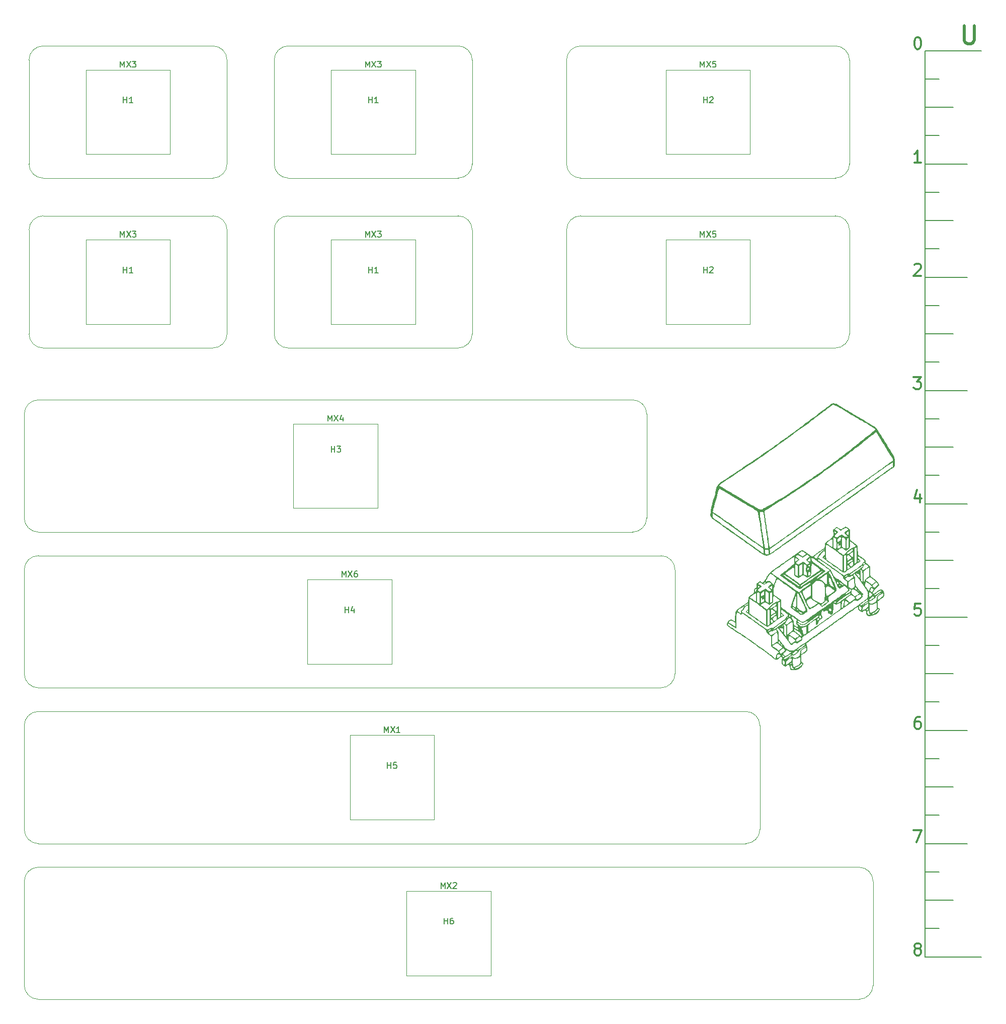
<source format=gbr>
%TF.GenerationSoftware,KiCad,Pcbnew,7.0.7*%
%TF.CreationDate,2023-09-19T16:24:47+02:00*%
%TF.ProjectId,StabTester,53746162-5465-4737-9465-722e6b696361,rev?*%
%TF.SameCoordinates,Original*%
%TF.FileFunction,Legend,Top*%
%TF.FilePolarity,Positive*%
%FSLAX46Y46*%
G04 Gerber Fmt 4.6, Leading zero omitted, Abs format (unit mm)*
G04 Created by KiCad (PCBNEW 7.0.7) date 2023-09-19 16:24:47*
%MOMM*%
%LPD*%
G01*
G04 APERTURE LIST*
%ADD10C,0.300000*%
%ADD11C,0.500000*%
%ADD12C,0.150000*%
%ADD13C,0.100000*%
%ADD14C,0.120000*%
G04 APERTURE END LIST*
D10*
X243942010Y-57270888D02*
X244132487Y-57270888D01*
X244132487Y-57270888D02*
X244322963Y-57366126D01*
X244322963Y-57366126D02*
X244418201Y-57461364D01*
X244418201Y-57461364D02*
X244513439Y-57651840D01*
X244513439Y-57651840D02*
X244608677Y-58032792D01*
X244608677Y-58032792D02*
X244608677Y-58508983D01*
X244608677Y-58508983D02*
X244513439Y-58889935D01*
X244513439Y-58889935D02*
X244418201Y-59080411D01*
X244418201Y-59080411D02*
X244322963Y-59175650D01*
X244322963Y-59175650D02*
X244132487Y-59270888D01*
X244132487Y-59270888D02*
X243942010Y-59270888D01*
X243942010Y-59270888D02*
X243751534Y-59175650D01*
X243751534Y-59175650D02*
X243656296Y-59080411D01*
X243656296Y-59080411D02*
X243561058Y-58889935D01*
X243561058Y-58889935D02*
X243465820Y-58508983D01*
X243465820Y-58508983D02*
X243465820Y-58032792D01*
X243465820Y-58032792D02*
X243561058Y-57651840D01*
X243561058Y-57651840D02*
X243656296Y-57461364D01*
X243656296Y-57461364D02*
X243751534Y-57366126D01*
X243751534Y-57366126D02*
X243942010Y-57270888D01*
X243846772Y-210528030D02*
X243656296Y-210432792D01*
X243656296Y-210432792D02*
X243561058Y-210337554D01*
X243561058Y-210337554D02*
X243465820Y-210147078D01*
X243465820Y-210147078D02*
X243465820Y-210051840D01*
X243465820Y-210051840D02*
X243561058Y-209861364D01*
X243561058Y-209861364D02*
X243656296Y-209766126D01*
X243656296Y-209766126D02*
X243846772Y-209670888D01*
X243846772Y-209670888D02*
X244227725Y-209670888D01*
X244227725Y-209670888D02*
X244418201Y-209766126D01*
X244418201Y-209766126D02*
X244513439Y-209861364D01*
X244513439Y-209861364D02*
X244608677Y-210051840D01*
X244608677Y-210051840D02*
X244608677Y-210147078D01*
X244608677Y-210147078D02*
X244513439Y-210337554D01*
X244513439Y-210337554D02*
X244418201Y-210432792D01*
X244418201Y-210432792D02*
X244227725Y-210528030D01*
X244227725Y-210528030D02*
X243846772Y-210528030D01*
X243846772Y-210528030D02*
X243656296Y-210623269D01*
X243656296Y-210623269D02*
X243561058Y-210718507D01*
X243561058Y-210718507D02*
X243465820Y-210908983D01*
X243465820Y-210908983D02*
X243465820Y-211289935D01*
X243465820Y-211289935D02*
X243561058Y-211480411D01*
X243561058Y-211480411D02*
X243656296Y-211575650D01*
X243656296Y-211575650D02*
X243846772Y-211670888D01*
X243846772Y-211670888D02*
X244227725Y-211670888D01*
X244227725Y-211670888D02*
X244418201Y-211575650D01*
X244418201Y-211575650D02*
X244513439Y-211480411D01*
X244513439Y-211480411D02*
X244608677Y-211289935D01*
X244608677Y-211289935D02*
X244608677Y-210908983D01*
X244608677Y-210908983D02*
X244513439Y-210718507D01*
X244513439Y-210718507D02*
X244418201Y-210623269D01*
X244418201Y-210623269D02*
X244227725Y-210528030D01*
X243370582Y-190620888D02*
X244703915Y-190620888D01*
X244703915Y-190620888D02*
X243846772Y-192620888D01*
X244418201Y-171570888D02*
X244037248Y-171570888D01*
X244037248Y-171570888D02*
X243846772Y-171666126D01*
X243846772Y-171666126D02*
X243751534Y-171761364D01*
X243751534Y-171761364D02*
X243561058Y-172047078D01*
X243561058Y-172047078D02*
X243465820Y-172428030D01*
X243465820Y-172428030D02*
X243465820Y-173189935D01*
X243465820Y-173189935D02*
X243561058Y-173380411D01*
X243561058Y-173380411D02*
X243656296Y-173475650D01*
X243656296Y-173475650D02*
X243846772Y-173570888D01*
X243846772Y-173570888D02*
X244227725Y-173570888D01*
X244227725Y-173570888D02*
X244418201Y-173475650D01*
X244418201Y-173475650D02*
X244513439Y-173380411D01*
X244513439Y-173380411D02*
X244608677Y-173189935D01*
X244608677Y-173189935D02*
X244608677Y-172713745D01*
X244608677Y-172713745D02*
X244513439Y-172523269D01*
X244513439Y-172523269D02*
X244418201Y-172428030D01*
X244418201Y-172428030D02*
X244227725Y-172332792D01*
X244227725Y-172332792D02*
X243846772Y-172332792D01*
X243846772Y-172332792D02*
X243656296Y-172428030D01*
X243656296Y-172428030D02*
X243561058Y-172523269D01*
X243561058Y-172523269D02*
X243465820Y-172713745D01*
X244513439Y-152520888D02*
X243561058Y-152520888D01*
X243561058Y-152520888D02*
X243465820Y-153473269D01*
X243465820Y-153473269D02*
X243561058Y-153378030D01*
X243561058Y-153378030D02*
X243751534Y-153282792D01*
X243751534Y-153282792D02*
X244227725Y-153282792D01*
X244227725Y-153282792D02*
X244418201Y-153378030D01*
X244418201Y-153378030D02*
X244513439Y-153473269D01*
X244513439Y-153473269D02*
X244608677Y-153663745D01*
X244608677Y-153663745D02*
X244608677Y-154139935D01*
X244608677Y-154139935D02*
X244513439Y-154330411D01*
X244513439Y-154330411D02*
X244418201Y-154425650D01*
X244418201Y-154425650D02*
X244227725Y-154520888D01*
X244227725Y-154520888D02*
X243751534Y-154520888D01*
X243751534Y-154520888D02*
X243561058Y-154425650D01*
X243561058Y-154425650D02*
X243465820Y-154330411D01*
X244418201Y-134137554D02*
X244418201Y-135470888D01*
X243942010Y-133375650D02*
X243465820Y-134804221D01*
X243465820Y-134804221D02*
X244703915Y-134804221D01*
X243370582Y-114420888D02*
X244608677Y-114420888D01*
X244608677Y-114420888D02*
X243942010Y-115182792D01*
X243942010Y-115182792D02*
X244227725Y-115182792D01*
X244227725Y-115182792D02*
X244418201Y-115278030D01*
X244418201Y-115278030D02*
X244513439Y-115373269D01*
X244513439Y-115373269D02*
X244608677Y-115563745D01*
X244608677Y-115563745D02*
X244608677Y-116039935D01*
X244608677Y-116039935D02*
X244513439Y-116230411D01*
X244513439Y-116230411D02*
X244418201Y-116325650D01*
X244418201Y-116325650D02*
X244227725Y-116420888D01*
X244227725Y-116420888D02*
X243656296Y-116420888D01*
X243656296Y-116420888D02*
X243465820Y-116325650D01*
X243465820Y-116325650D02*
X243370582Y-116230411D01*
X243465820Y-95561364D02*
X243561058Y-95466126D01*
X243561058Y-95466126D02*
X243751534Y-95370888D01*
X243751534Y-95370888D02*
X244227725Y-95370888D01*
X244227725Y-95370888D02*
X244418201Y-95466126D01*
X244418201Y-95466126D02*
X244513439Y-95561364D01*
X244513439Y-95561364D02*
X244608677Y-95751840D01*
X244608677Y-95751840D02*
X244608677Y-95942316D01*
X244608677Y-95942316D02*
X244513439Y-96228030D01*
X244513439Y-96228030D02*
X243370582Y-97370888D01*
X243370582Y-97370888D02*
X244608677Y-97370888D01*
X244608677Y-78320888D02*
X243465820Y-78320888D01*
X244037248Y-78320888D02*
X244037248Y-76320888D01*
X244037248Y-76320888D02*
X243846772Y-76606602D01*
X243846772Y-76606602D02*
X243656296Y-76797078D01*
X243656296Y-76797078D02*
X243465820Y-76892316D01*
D11*
X251868232Y-55344357D02*
X251868232Y-57772928D01*
X251868232Y-57772928D02*
X252011089Y-58058642D01*
X252011089Y-58058642D02*
X252153947Y-58201500D01*
X252153947Y-58201500D02*
X252439661Y-58344357D01*
X252439661Y-58344357D02*
X253011089Y-58344357D01*
X253011089Y-58344357D02*
X253296804Y-58201500D01*
X253296804Y-58201500D02*
X253439661Y-58058642D01*
X253439661Y-58058642D02*
X253582518Y-57772928D01*
X253582518Y-57772928D02*
X253582518Y-55344357D01*
D12*
X245268750Y-207168750D02*
X247650000Y-207168750D01*
X245268750Y-202406250D02*
X250031250Y-202406250D01*
X245268750Y-197643750D02*
X247650000Y-197643750D01*
X245268750Y-192881250D02*
X252412500Y-192881250D01*
X245268750Y-188118750D02*
X247650000Y-188118750D01*
X245268750Y-183356250D02*
X250031250Y-183356250D01*
X245268750Y-178593750D02*
X247650000Y-178593750D01*
X245268750Y-173831250D02*
X252412500Y-173831250D01*
X245268750Y-169068750D02*
X247650000Y-169068750D01*
X245268750Y-164306250D02*
X250031250Y-164306250D01*
X245268750Y-159543750D02*
X247650000Y-159543750D01*
X245268750Y-154781250D02*
X252412500Y-154781250D01*
X245268750Y-150018750D02*
X247650000Y-150018750D01*
X245268750Y-145256250D02*
X250031250Y-145256250D01*
X245268750Y-140493750D02*
X247650000Y-140493750D01*
X245268750Y-135731250D02*
X252412500Y-135731250D01*
X245268750Y-130968750D02*
X247650000Y-130968750D01*
X245268750Y-126206250D02*
X250031250Y-126206250D01*
X245268750Y-121443750D02*
X247650000Y-121443750D01*
X245268750Y-116681250D02*
X252412500Y-116681250D01*
X245268750Y-111918750D02*
X247650000Y-111918750D01*
X245268750Y-102393750D02*
X247650000Y-102393750D01*
X245268750Y-107156250D02*
X250031250Y-107156250D01*
X250031250Y-97631250D02*
X252412500Y-97631250D01*
X245268750Y-97631250D02*
X250031250Y-97631250D01*
X245268750Y-92868750D02*
X247650000Y-92868750D01*
X245268750Y-88106250D02*
X250031250Y-88106250D01*
X245268750Y-83343750D02*
X247650000Y-83343750D01*
X245268750Y-78581250D02*
X252412500Y-78581250D01*
X245268750Y-73818750D02*
X247650000Y-73818750D01*
X245268750Y-69056250D02*
X250031250Y-69056250D01*
X245268750Y-64293750D02*
X247650000Y-64293750D01*
X245268750Y-59531250D02*
X254793750Y-59531250D01*
X245268750Y-211931250D02*
X254793750Y-211931250D01*
X245268750Y-59531250D02*
X245268750Y-211931250D01*
D13*
X196056250Y-140493750D02*
X96043750Y-140493750D01*
X217487550Y-173037500D02*
G75*
G03*
X215106250Y-170656250I-2381250J0D01*
G01*
X203200000Y-146843750D02*
G75*
G03*
X200818750Y-144462500I-2381200J50D01*
G01*
X127793800Y-61118750D02*
G75*
G03*
X125412500Y-58737500I-2381300J-50D01*
G01*
X203200000Y-146843750D02*
X203200000Y-164306250D01*
X93662550Y-190500000D02*
G75*
G03*
X96043750Y-192881250I2381250J0D01*
G01*
X184943700Y-107156250D02*
G75*
G03*
X187325000Y-109537500I2381300J50D01*
G01*
X230187500Y-80962500D02*
X187325000Y-80962500D01*
X230187500Y-109537500D02*
X187325000Y-109537500D01*
X127793800Y-89693750D02*
G75*
G03*
X125412500Y-87312500I-2381300J-50D01*
G01*
X187325000Y-87312500D02*
X230187500Y-87312500D01*
X135731250Y-78581250D02*
X135731250Y-61118750D01*
X96043750Y-196850000D02*
X234156250Y-196850000D01*
X138112500Y-87312550D02*
G75*
G03*
X135731250Y-89693750I0J-2381250D01*
G01*
X96043750Y-118268750D02*
X196056250Y-118268750D01*
X138112500Y-58737550D02*
G75*
G03*
X135731250Y-61118750I0J-2381250D01*
G01*
X125412500Y-80962500D02*
X96837500Y-80962500D01*
X127793750Y-89693750D02*
X127793750Y-107156250D01*
X93662550Y-138112500D02*
G75*
G03*
X96043750Y-140493750I2381250J0D01*
G01*
X187325000Y-87312550D02*
G75*
G03*
X184943750Y-89693750I0J-2381250D01*
G01*
X232568800Y-61118750D02*
G75*
G03*
X230187500Y-58737500I-2381300J-50D01*
G01*
X166687500Y-80962450D02*
G75*
G03*
X169068750Y-78581250I0J2381250D01*
G01*
X94456200Y-107156250D02*
G75*
G03*
X96837500Y-109537500I2381300J50D01*
G01*
X198437500Y-120650000D02*
X198437500Y-138112500D01*
X96043750Y-170656250D02*
X215106250Y-170656250D01*
X93662500Y-216693750D02*
X93662500Y-199231250D01*
X96837500Y-58737550D02*
G75*
G03*
X94456250Y-61118750I0J-2381250D01*
G01*
X232568700Y-89693750D02*
G75*
G03*
X230187500Y-87312500I-2381200J50D01*
G01*
X93662500Y-138112500D02*
X93662500Y-120650000D01*
X184943750Y-107156250D02*
X184943750Y-89693750D01*
X138112500Y-87312500D02*
X166687500Y-87312500D01*
X96837500Y-87312550D02*
G75*
G03*
X94456250Y-89693750I0J-2381250D01*
G01*
X125412500Y-109537500D02*
X96837500Y-109537500D01*
X217487500Y-173037500D02*
X217487500Y-190500000D01*
X94456200Y-78581250D02*
G75*
G03*
X96837500Y-80962500I2381300J50D01*
G01*
X138112500Y-58737500D02*
X166687500Y-58737500D01*
X169068750Y-89693750D02*
X169068750Y-107156250D01*
X232568750Y-61118750D02*
X232568750Y-78581250D01*
X135731200Y-107156250D02*
G75*
G03*
X138112500Y-109537500I2381300J50D01*
G01*
X236537500Y-199231250D02*
X236537500Y-216693750D01*
X184943750Y-78581250D02*
X184943750Y-61118750D01*
X96043750Y-144462500D02*
X200818750Y-144462500D01*
X236537500Y-199231250D02*
G75*
G03*
X234156250Y-196850000I-2381200J50D01*
G01*
X96837500Y-58737500D02*
X125412500Y-58737500D01*
X96043750Y-196850000D02*
G75*
G03*
X93662500Y-199231250I50J-2381300D01*
G01*
X230187500Y-80962450D02*
G75*
G03*
X232568750Y-78581250I0J2381250D01*
G01*
X135731200Y-78581250D02*
G75*
G03*
X138112500Y-80962500I2381300J50D01*
G01*
X96043750Y-118268700D02*
G75*
G03*
X93662500Y-120650000I50J-2381300D01*
G01*
X96837500Y-87312500D02*
X125412500Y-87312500D01*
X184943700Y-78581250D02*
G75*
G03*
X187325000Y-80962500I2381300J50D01*
G01*
X169068800Y-61118750D02*
G75*
G03*
X166687500Y-58737500I-2381300J-50D01*
G01*
X198437550Y-120650000D02*
G75*
G03*
X196056250Y-118268750I-2381250J0D01*
G01*
X200818750Y-166687500D02*
G75*
G03*
X203200000Y-164306250I-50J2381300D01*
G01*
X127793750Y-61118750D02*
X127793750Y-78581250D01*
X187325000Y-58737500D02*
X230187500Y-58737500D01*
X234156250Y-219075000D02*
G75*
G03*
X236537500Y-216693750I-50J2381300D01*
G01*
X93662500Y-190500000D02*
X93662500Y-173037500D01*
X196056250Y-140493800D02*
G75*
G03*
X198437500Y-138112500I-50J2381300D01*
G01*
X166687500Y-80962500D02*
X138112500Y-80962500D01*
X93662500Y-216693750D02*
G75*
G03*
X96043750Y-219075000I2381300J50D01*
G01*
X230187500Y-109537450D02*
G75*
G03*
X232568750Y-107156250I0J2381250D01*
G01*
X200818750Y-166687500D02*
X96043750Y-166687500D01*
X215106250Y-192881300D02*
G75*
G03*
X217487500Y-190500000I-50J2381300D01*
G01*
X169068750Y-61118750D02*
X169068750Y-78581250D01*
X135731250Y-107156250D02*
X135731250Y-89693750D01*
X125412500Y-109537450D02*
G75*
G03*
X127793750Y-107156250I0J2381250D01*
G01*
X93662500Y-164306250D02*
G75*
G03*
X96043750Y-166687500I2381300J50D01*
G01*
X93662500Y-164306250D02*
X93662500Y-146843750D01*
X94456250Y-107156250D02*
X94456250Y-89693750D01*
X125412500Y-80962450D02*
G75*
G03*
X127793750Y-78581250I0J2381250D01*
G01*
X215106250Y-192881250D02*
X96043750Y-192881250D01*
X187325000Y-58737550D02*
G75*
G03*
X184943750Y-61118750I0J-2381250D01*
G01*
X169068800Y-89693750D02*
G75*
G03*
X166687500Y-87312500I-2381300J-50D01*
G01*
X96043750Y-170656200D02*
G75*
G03*
X93662500Y-173037500I50J-2381300D01*
G01*
X234156250Y-219075000D02*
X96043750Y-219075000D01*
X94456250Y-78581250D02*
X94456250Y-61118750D01*
X166687500Y-109537450D02*
G75*
G03*
X169068750Y-107156250I0J2381250D01*
G01*
X232568750Y-89693750D02*
X232568750Y-107156250D01*
X96043750Y-144462500D02*
G75*
G03*
X93662500Y-146843750I50J-2381300D01*
G01*
X166687500Y-109537500D02*
X138112500Y-109537500D01*
D12*
X208050095Y-68304819D02*
X208050095Y-67304819D01*
X208050095Y-67781009D02*
X208621523Y-67781009D01*
X208621523Y-68304819D02*
X208621523Y-67304819D01*
X209050095Y-67400057D02*
X209097714Y-67352438D01*
X209097714Y-67352438D02*
X209192952Y-67304819D01*
X209192952Y-67304819D02*
X209431047Y-67304819D01*
X209431047Y-67304819D02*
X209526285Y-67352438D01*
X209526285Y-67352438D02*
X209573904Y-67400057D01*
X209573904Y-67400057D02*
X209621523Y-67495295D01*
X209621523Y-67495295D02*
X209621523Y-67590533D01*
X209621523Y-67590533D02*
X209573904Y-67733390D01*
X209573904Y-67733390D02*
X209002476Y-68304819D01*
X209002476Y-68304819D02*
X209621523Y-68304819D01*
X154289286Y-174223569D02*
X154289286Y-173223569D01*
X154289286Y-173223569D02*
X154622619Y-173937854D01*
X154622619Y-173937854D02*
X154955952Y-173223569D01*
X154955952Y-173223569D02*
X154955952Y-174223569D01*
X155336905Y-173223569D02*
X156003571Y-174223569D01*
X156003571Y-173223569D02*
X155336905Y-174223569D01*
X156908333Y-174223569D02*
X156336905Y-174223569D01*
X156622619Y-174223569D02*
X156622619Y-173223569D01*
X156622619Y-173223569D02*
X156527381Y-173366426D01*
X156527381Y-173366426D02*
X156432143Y-173461664D01*
X156432143Y-173461664D02*
X156336905Y-173509283D01*
X147669345Y-154029819D02*
X147669345Y-153029819D01*
X147669345Y-153506009D02*
X148240773Y-153506009D01*
X148240773Y-154029819D02*
X148240773Y-153029819D01*
X149145535Y-153363152D02*
X149145535Y-154029819D01*
X148907440Y-152982200D02*
X148669345Y-153696485D01*
X148669345Y-153696485D02*
X149288392Y-153696485D01*
X110363095Y-96879819D02*
X110363095Y-95879819D01*
X110363095Y-96356009D02*
X110934523Y-96356009D01*
X110934523Y-96879819D02*
X110934523Y-95879819D01*
X111934523Y-96879819D02*
X111363095Y-96879819D01*
X111648809Y-96879819D02*
X111648809Y-95879819D01*
X111648809Y-95879819D02*
X111553571Y-96022676D01*
X111553571Y-96022676D02*
X111458333Y-96117914D01*
X111458333Y-96117914D02*
X111363095Y-96165533D01*
X151638095Y-96879819D02*
X151638095Y-95879819D01*
X151638095Y-96356009D02*
X152209523Y-96356009D01*
X152209523Y-96879819D02*
X152209523Y-95879819D01*
X153209523Y-96879819D02*
X152638095Y-96879819D01*
X152923809Y-96879819D02*
X152923809Y-95879819D01*
X152923809Y-95879819D02*
X152828571Y-96022676D01*
X152828571Y-96022676D02*
X152733333Y-96117914D01*
X152733333Y-96117914D02*
X152638095Y-96165533D01*
X154813095Y-180223569D02*
X154813095Y-179223569D01*
X154813095Y-179699759D02*
X155384523Y-179699759D01*
X155384523Y-180223569D02*
X155384523Y-179223569D01*
X156336904Y-179223569D02*
X155860714Y-179223569D01*
X155860714Y-179223569D02*
X155813095Y-179699759D01*
X155813095Y-179699759D02*
X155860714Y-179652140D01*
X155860714Y-179652140D02*
X155955952Y-179604521D01*
X155955952Y-179604521D02*
X156194047Y-179604521D01*
X156194047Y-179604521D02*
X156289285Y-179652140D01*
X156289285Y-179652140D02*
X156336904Y-179699759D01*
X156336904Y-179699759D02*
X156384523Y-179794997D01*
X156384523Y-179794997D02*
X156384523Y-180033092D01*
X156384523Y-180033092D02*
X156336904Y-180128330D01*
X156336904Y-180128330D02*
X156289285Y-180175950D01*
X156289285Y-180175950D02*
X156194047Y-180223569D01*
X156194047Y-180223569D02*
X155955952Y-180223569D01*
X155955952Y-180223569D02*
X155860714Y-180175950D01*
X155860714Y-180175950D02*
X155813095Y-180128330D01*
X151114286Y-62304819D02*
X151114286Y-61304819D01*
X151114286Y-61304819D02*
X151447619Y-62019104D01*
X151447619Y-62019104D02*
X151780952Y-61304819D01*
X151780952Y-61304819D02*
X151780952Y-62304819D01*
X152161905Y-61304819D02*
X152828571Y-62304819D01*
X152828571Y-61304819D02*
X152161905Y-62304819D01*
X153114286Y-61304819D02*
X153733333Y-61304819D01*
X153733333Y-61304819D02*
X153400000Y-61685771D01*
X153400000Y-61685771D02*
X153542857Y-61685771D01*
X153542857Y-61685771D02*
X153638095Y-61733390D01*
X153638095Y-61733390D02*
X153685714Y-61781009D01*
X153685714Y-61781009D02*
X153733333Y-61876247D01*
X153733333Y-61876247D02*
X153733333Y-62114342D01*
X153733333Y-62114342D02*
X153685714Y-62209580D01*
X153685714Y-62209580D02*
X153638095Y-62257200D01*
X153638095Y-62257200D02*
X153542857Y-62304819D01*
X153542857Y-62304819D02*
X153257143Y-62304819D01*
X153257143Y-62304819D02*
X153161905Y-62257200D01*
X153161905Y-62257200D02*
X153114286Y-62209580D01*
X109839286Y-90879819D02*
X109839286Y-89879819D01*
X109839286Y-89879819D02*
X110172619Y-90594104D01*
X110172619Y-90594104D02*
X110505952Y-89879819D01*
X110505952Y-89879819D02*
X110505952Y-90879819D01*
X110886905Y-89879819D02*
X111553571Y-90879819D01*
X111553571Y-89879819D02*
X110886905Y-90879819D01*
X111839286Y-89879819D02*
X112458333Y-89879819D01*
X112458333Y-89879819D02*
X112125000Y-90260771D01*
X112125000Y-90260771D02*
X112267857Y-90260771D01*
X112267857Y-90260771D02*
X112363095Y-90308390D01*
X112363095Y-90308390D02*
X112410714Y-90356009D01*
X112410714Y-90356009D02*
X112458333Y-90451247D01*
X112458333Y-90451247D02*
X112458333Y-90689342D01*
X112458333Y-90689342D02*
X112410714Y-90784580D01*
X112410714Y-90784580D02*
X112363095Y-90832200D01*
X112363095Y-90832200D02*
X112267857Y-90879819D01*
X112267857Y-90879819D02*
X111982143Y-90879819D01*
X111982143Y-90879819D02*
X111886905Y-90832200D01*
X111886905Y-90832200D02*
X111839286Y-90784580D01*
X145343845Y-127042319D02*
X145343845Y-126042319D01*
X145343845Y-126518509D02*
X145915273Y-126518509D01*
X145915273Y-127042319D02*
X145915273Y-126042319D01*
X146296226Y-126042319D02*
X146915273Y-126042319D01*
X146915273Y-126042319D02*
X146581940Y-126423271D01*
X146581940Y-126423271D02*
X146724797Y-126423271D01*
X146724797Y-126423271D02*
X146820035Y-126470890D01*
X146820035Y-126470890D02*
X146867654Y-126518509D01*
X146867654Y-126518509D02*
X146915273Y-126613747D01*
X146915273Y-126613747D02*
X146915273Y-126851842D01*
X146915273Y-126851842D02*
X146867654Y-126947080D01*
X146867654Y-126947080D02*
X146820035Y-126994700D01*
X146820035Y-126994700D02*
X146724797Y-127042319D01*
X146724797Y-127042319D02*
X146439083Y-127042319D01*
X146439083Y-127042319D02*
X146343845Y-126994700D01*
X146343845Y-126994700D02*
X146296226Y-126947080D01*
X207470536Y-62304819D02*
X207470536Y-61304819D01*
X207470536Y-61304819D02*
X207803869Y-62019104D01*
X207803869Y-62019104D02*
X208137202Y-61304819D01*
X208137202Y-61304819D02*
X208137202Y-62304819D01*
X208518155Y-61304819D02*
X209184821Y-62304819D01*
X209184821Y-61304819D02*
X208518155Y-62304819D01*
X210041964Y-61304819D02*
X209565774Y-61304819D01*
X209565774Y-61304819D02*
X209518155Y-61781009D01*
X209518155Y-61781009D02*
X209565774Y-61733390D01*
X209565774Y-61733390D02*
X209661012Y-61685771D01*
X209661012Y-61685771D02*
X209899107Y-61685771D01*
X209899107Y-61685771D02*
X209994345Y-61733390D01*
X209994345Y-61733390D02*
X210041964Y-61781009D01*
X210041964Y-61781009D02*
X210089583Y-61876247D01*
X210089583Y-61876247D02*
X210089583Y-62114342D01*
X210089583Y-62114342D02*
X210041964Y-62209580D01*
X210041964Y-62209580D02*
X209994345Y-62257200D01*
X209994345Y-62257200D02*
X209899107Y-62304819D01*
X209899107Y-62304819D02*
X209661012Y-62304819D01*
X209661012Y-62304819D02*
X209565774Y-62257200D01*
X209565774Y-62257200D02*
X209518155Y-62209580D01*
X144764286Y-121836069D02*
X144764286Y-120836069D01*
X144764286Y-120836069D02*
X145097619Y-121550354D01*
X145097619Y-121550354D02*
X145430952Y-120836069D01*
X145430952Y-120836069D02*
X145430952Y-121836069D01*
X145811905Y-120836069D02*
X146478571Y-121836069D01*
X146478571Y-120836069D02*
X145811905Y-121836069D01*
X147288095Y-121169402D02*
X147288095Y-121836069D01*
X147050000Y-120788450D02*
X146811905Y-121502735D01*
X146811905Y-121502735D02*
X147430952Y-121502735D01*
X151638095Y-68304819D02*
X151638095Y-67304819D01*
X151638095Y-67781009D02*
X152209523Y-67781009D01*
X152209523Y-68304819D02*
X152209523Y-67304819D01*
X153209523Y-68304819D02*
X152638095Y-68304819D01*
X152923809Y-68304819D02*
X152923809Y-67304819D01*
X152923809Y-67304819D02*
X152828571Y-67447676D01*
X152828571Y-67447676D02*
X152733333Y-67542914D01*
X152733333Y-67542914D02*
X152638095Y-67590533D01*
X110363095Y-68304819D02*
X110363095Y-67304819D01*
X110363095Y-67781009D02*
X110934523Y-67781009D01*
X110934523Y-68304819D02*
X110934523Y-67304819D01*
X111934523Y-68304819D02*
X111363095Y-68304819D01*
X111648809Y-68304819D02*
X111648809Y-67304819D01*
X111648809Y-67304819D02*
X111553571Y-67447676D01*
X111553571Y-67447676D02*
X111458333Y-67542914D01*
X111458333Y-67542914D02*
X111363095Y-67590533D01*
X164338095Y-206417319D02*
X164338095Y-205417319D01*
X164338095Y-205893509D02*
X164909523Y-205893509D01*
X164909523Y-206417319D02*
X164909523Y-205417319D01*
X165814285Y-205417319D02*
X165623809Y-205417319D01*
X165623809Y-205417319D02*
X165528571Y-205464938D01*
X165528571Y-205464938D02*
X165480952Y-205512557D01*
X165480952Y-205512557D02*
X165385714Y-205655414D01*
X165385714Y-205655414D02*
X165338095Y-205845890D01*
X165338095Y-205845890D02*
X165338095Y-206226842D01*
X165338095Y-206226842D02*
X165385714Y-206322080D01*
X165385714Y-206322080D02*
X165433333Y-206369700D01*
X165433333Y-206369700D02*
X165528571Y-206417319D01*
X165528571Y-206417319D02*
X165719047Y-206417319D01*
X165719047Y-206417319D02*
X165814285Y-206369700D01*
X165814285Y-206369700D02*
X165861904Y-206322080D01*
X165861904Y-206322080D02*
X165909523Y-206226842D01*
X165909523Y-206226842D02*
X165909523Y-205988747D01*
X165909523Y-205988747D02*
X165861904Y-205893509D01*
X165861904Y-205893509D02*
X165814285Y-205845890D01*
X165814285Y-205845890D02*
X165719047Y-205798271D01*
X165719047Y-205798271D02*
X165528571Y-205798271D01*
X165528571Y-205798271D02*
X165433333Y-205845890D01*
X165433333Y-205845890D02*
X165385714Y-205893509D01*
X165385714Y-205893509D02*
X165338095Y-205988747D01*
X207470536Y-90879819D02*
X207470536Y-89879819D01*
X207470536Y-89879819D02*
X207803869Y-90594104D01*
X207803869Y-90594104D02*
X208137202Y-89879819D01*
X208137202Y-89879819D02*
X208137202Y-90879819D01*
X208518155Y-89879819D02*
X209184821Y-90879819D01*
X209184821Y-89879819D02*
X208518155Y-90879819D01*
X210041964Y-89879819D02*
X209565774Y-89879819D01*
X209565774Y-89879819D02*
X209518155Y-90356009D01*
X209518155Y-90356009D02*
X209565774Y-90308390D01*
X209565774Y-90308390D02*
X209661012Y-90260771D01*
X209661012Y-90260771D02*
X209899107Y-90260771D01*
X209899107Y-90260771D02*
X209994345Y-90308390D01*
X209994345Y-90308390D02*
X210041964Y-90356009D01*
X210041964Y-90356009D02*
X210089583Y-90451247D01*
X210089583Y-90451247D02*
X210089583Y-90689342D01*
X210089583Y-90689342D02*
X210041964Y-90784580D01*
X210041964Y-90784580D02*
X209994345Y-90832200D01*
X209994345Y-90832200D02*
X209899107Y-90879819D01*
X209899107Y-90879819D02*
X209661012Y-90879819D01*
X209661012Y-90879819D02*
X209565774Y-90832200D01*
X209565774Y-90832200D02*
X209518155Y-90784580D01*
X151114286Y-90879819D02*
X151114286Y-89879819D01*
X151114286Y-89879819D02*
X151447619Y-90594104D01*
X151447619Y-90594104D02*
X151780952Y-89879819D01*
X151780952Y-89879819D02*
X151780952Y-90879819D01*
X152161905Y-89879819D02*
X152828571Y-90879819D01*
X152828571Y-89879819D02*
X152161905Y-90879819D01*
X153114286Y-89879819D02*
X153733333Y-89879819D01*
X153733333Y-89879819D02*
X153400000Y-90260771D01*
X153400000Y-90260771D02*
X153542857Y-90260771D01*
X153542857Y-90260771D02*
X153638095Y-90308390D01*
X153638095Y-90308390D02*
X153685714Y-90356009D01*
X153685714Y-90356009D02*
X153733333Y-90451247D01*
X153733333Y-90451247D02*
X153733333Y-90689342D01*
X153733333Y-90689342D02*
X153685714Y-90784580D01*
X153685714Y-90784580D02*
X153638095Y-90832200D01*
X153638095Y-90832200D02*
X153542857Y-90879819D01*
X153542857Y-90879819D02*
X153257143Y-90879819D01*
X153257143Y-90879819D02*
X153161905Y-90832200D01*
X153161905Y-90832200D02*
X153114286Y-90784580D01*
X147145536Y-148029819D02*
X147145536Y-147029819D01*
X147145536Y-147029819D02*
X147478869Y-147744104D01*
X147478869Y-147744104D02*
X147812202Y-147029819D01*
X147812202Y-147029819D02*
X147812202Y-148029819D01*
X148193155Y-147029819D02*
X148859821Y-148029819D01*
X148859821Y-147029819D02*
X148193155Y-148029819D01*
X149669345Y-147029819D02*
X149478869Y-147029819D01*
X149478869Y-147029819D02*
X149383631Y-147077438D01*
X149383631Y-147077438D02*
X149336012Y-147125057D01*
X149336012Y-147125057D02*
X149240774Y-147267914D01*
X149240774Y-147267914D02*
X149193155Y-147458390D01*
X149193155Y-147458390D02*
X149193155Y-147839342D01*
X149193155Y-147839342D02*
X149240774Y-147934580D01*
X149240774Y-147934580D02*
X149288393Y-147982200D01*
X149288393Y-147982200D02*
X149383631Y-148029819D01*
X149383631Y-148029819D02*
X149574107Y-148029819D01*
X149574107Y-148029819D02*
X149669345Y-147982200D01*
X149669345Y-147982200D02*
X149716964Y-147934580D01*
X149716964Y-147934580D02*
X149764583Y-147839342D01*
X149764583Y-147839342D02*
X149764583Y-147601247D01*
X149764583Y-147601247D02*
X149716964Y-147506009D01*
X149716964Y-147506009D02*
X149669345Y-147458390D01*
X149669345Y-147458390D02*
X149574107Y-147410771D01*
X149574107Y-147410771D02*
X149383631Y-147410771D01*
X149383631Y-147410771D02*
X149288393Y-147458390D01*
X149288393Y-147458390D02*
X149240774Y-147506009D01*
X149240774Y-147506009D02*
X149193155Y-147601247D01*
X109839286Y-62304819D02*
X109839286Y-61304819D01*
X109839286Y-61304819D02*
X110172619Y-62019104D01*
X110172619Y-62019104D02*
X110505952Y-61304819D01*
X110505952Y-61304819D02*
X110505952Y-62304819D01*
X110886905Y-61304819D02*
X111553571Y-62304819D01*
X111553571Y-61304819D02*
X110886905Y-62304819D01*
X111839286Y-61304819D02*
X112458333Y-61304819D01*
X112458333Y-61304819D02*
X112125000Y-61685771D01*
X112125000Y-61685771D02*
X112267857Y-61685771D01*
X112267857Y-61685771D02*
X112363095Y-61733390D01*
X112363095Y-61733390D02*
X112410714Y-61781009D01*
X112410714Y-61781009D02*
X112458333Y-61876247D01*
X112458333Y-61876247D02*
X112458333Y-62114342D01*
X112458333Y-62114342D02*
X112410714Y-62209580D01*
X112410714Y-62209580D02*
X112363095Y-62257200D01*
X112363095Y-62257200D02*
X112267857Y-62304819D01*
X112267857Y-62304819D02*
X111982143Y-62304819D01*
X111982143Y-62304819D02*
X111886905Y-62257200D01*
X111886905Y-62257200D02*
X111839286Y-62209580D01*
X208050095Y-96879819D02*
X208050095Y-95879819D01*
X208050095Y-96356009D02*
X208621523Y-96356009D01*
X208621523Y-96879819D02*
X208621523Y-95879819D01*
X209050095Y-95975057D02*
X209097714Y-95927438D01*
X209097714Y-95927438D02*
X209192952Y-95879819D01*
X209192952Y-95879819D02*
X209431047Y-95879819D01*
X209431047Y-95879819D02*
X209526285Y-95927438D01*
X209526285Y-95927438D02*
X209573904Y-95975057D01*
X209573904Y-95975057D02*
X209621523Y-96070295D01*
X209621523Y-96070295D02*
X209621523Y-96165533D01*
X209621523Y-96165533D02*
X209573904Y-96308390D01*
X209573904Y-96308390D02*
X209002476Y-96879819D01*
X209002476Y-96879819D02*
X209621523Y-96879819D01*
X163814286Y-200417319D02*
X163814286Y-199417319D01*
X163814286Y-199417319D02*
X164147619Y-200131604D01*
X164147619Y-200131604D02*
X164480952Y-199417319D01*
X164480952Y-199417319D02*
X164480952Y-200417319D01*
X164861905Y-199417319D02*
X165528571Y-200417319D01*
X165528571Y-199417319D02*
X164861905Y-200417319D01*
X165861905Y-199512557D02*
X165909524Y-199464938D01*
X165909524Y-199464938D02*
X166004762Y-199417319D01*
X166004762Y-199417319D02*
X166242857Y-199417319D01*
X166242857Y-199417319D02*
X166338095Y-199464938D01*
X166338095Y-199464938D02*
X166385714Y-199512557D01*
X166385714Y-199512557D02*
X166433333Y-199607795D01*
X166433333Y-199607795D02*
X166433333Y-199703033D01*
X166433333Y-199703033D02*
X166385714Y-199845890D01*
X166385714Y-199845890D02*
X165814286Y-200417319D01*
X165814286Y-200417319D02*
X166433333Y-200417319D01*
D14*
%TO.C,MX1*%
X162675000Y-174668750D02*
X148475000Y-174668750D01*
X148475000Y-174668750D02*
X148475000Y-188868750D01*
X162675000Y-188868750D02*
X162675000Y-174668750D01*
X148475000Y-188868750D02*
X162675000Y-188868750D01*
%TO.C,MX3*%
X145300000Y-76950000D02*
X159500000Y-76950000D01*
X159500000Y-76950000D02*
X159500000Y-62750000D01*
X145300000Y-62750000D02*
X145300000Y-76950000D01*
X159500000Y-62750000D02*
X145300000Y-62750000D01*
X104025000Y-91325000D02*
X104025000Y-105525000D01*
X118225000Y-105525000D02*
X118225000Y-91325000D01*
X118225000Y-91325000D02*
X104025000Y-91325000D01*
X104025000Y-105525000D02*
X118225000Y-105525000D01*
%TO.C,MX5*%
X201656250Y-76950000D02*
X215856250Y-76950000D01*
X215856250Y-62750000D02*
X201656250Y-62750000D01*
X215856250Y-76950000D02*
X215856250Y-62750000D01*
X201656250Y-62750000D02*
X201656250Y-76950000D01*
%TO.C,MX4*%
X153150000Y-122281250D02*
X138950000Y-122281250D01*
X153150000Y-136481250D02*
X153150000Y-122281250D01*
X138950000Y-136481250D02*
X153150000Y-136481250D01*
X138950000Y-122281250D02*
X138950000Y-136481250D01*
%TO.C,G\u002A\u002A\u002A*%
G36*
X229998212Y-118844428D02*
G01*
X230183636Y-118880059D01*
X230381424Y-118953870D01*
X230609412Y-119073574D01*
X230801033Y-119191709D01*
X230913873Y-119262392D01*
X231080593Y-119364244D01*
X231281883Y-119485585D01*
X231498435Y-119614734D01*
X231585507Y-119666260D01*
X231744849Y-119760510D01*
X231966188Y-119891705D01*
X232238657Y-120053392D01*
X232551391Y-120239115D01*
X232893525Y-120442422D01*
X233254192Y-120656859D01*
X233622526Y-120875970D01*
X233832919Y-121001181D01*
X234203884Y-121221888D01*
X234576056Y-121443119D01*
X234938110Y-121658156D01*
X235278719Y-121860279D01*
X235586558Y-122042768D01*
X235850300Y-122198906D01*
X236058619Y-122321971D01*
X236143937Y-122372226D01*
X236393096Y-122518551D01*
X236597680Y-122641112D01*
X236766606Y-122749427D01*
X236908794Y-122853017D01*
X237033162Y-122961401D01*
X237148628Y-123084099D01*
X237264112Y-123230630D01*
X237388532Y-123410514D01*
X237530807Y-123633271D01*
X237699855Y-123908420D01*
X237904594Y-124245480D01*
X237915055Y-124262693D01*
X238102561Y-124570878D01*
X238311991Y-124914595D01*
X238527174Y-125267334D01*
X238731940Y-125602588D01*
X238910116Y-125893851D01*
X238922088Y-125913397D01*
X239194704Y-126358027D01*
X239426901Y-126736985D01*
X239621907Y-127057312D01*
X239782951Y-127326048D01*
X239913264Y-127550235D01*
X240016075Y-127736913D01*
X240094613Y-127893123D01*
X240152108Y-128025905D01*
X240191789Y-128142299D01*
X240216885Y-128249348D01*
X240230627Y-128354091D01*
X240236243Y-128463570D01*
X240236964Y-128584824D01*
X240236018Y-128724894D01*
X240235891Y-128777662D01*
X240235924Y-129373314D01*
X240076909Y-129525182D01*
X239947118Y-129638939D01*
X239791039Y-129761954D01*
X239705874Y-129823504D01*
X239565451Y-129921386D01*
X239391045Y-130044192D01*
X239217538Y-130167347D01*
X239197026Y-130181988D01*
X239035926Y-130296654D01*
X238834532Y-130439407D01*
X238621971Y-130589622D01*
X238476158Y-130692373D01*
X238318732Y-130803332D01*
X238108069Y-130952100D01*
X237860099Y-131127413D01*
X237590752Y-131318003D01*
X237315958Y-131512607D01*
X237161634Y-131621973D01*
X236909195Y-131800855D01*
X236669862Y-131970327D01*
X236455413Y-132122059D01*
X236277626Y-132247719D01*
X236148277Y-132338978D01*
X236089590Y-132380219D01*
X235688687Y-132660945D01*
X235343808Y-132903150D01*
X235041228Y-133116553D01*
X234767217Y-133310873D01*
X234508049Y-133495827D01*
X234249996Y-133681134D01*
X234139044Y-133761118D01*
X233956154Y-133892104D01*
X233738355Y-134046620D01*
X233520508Y-134199982D01*
X233420380Y-134269966D01*
X233221421Y-134409107D01*
X233009818Y-134557941D01*
X232817860Y-134693726D01*
X232732316Y-134754632D01*
X232553826Y-134881791D01*
X232313180Y-135052647D01*
X232017589Y-135262105D01*
X231674262Y-135505069D01*
X231290412Y-135776446D01*
X230873248Y-136071139D01*
X230429981Y-136384055D01*
X229967821Y-136710098D01*
X229493981Y-137044173D01*
X229015669Y-137381186D01*
X228826170Y-137514642D01*
X228522873Y-137728460D01*
X228174292Y-137974608D01*
X227804242Y-138236245D01*
X227436538Y-138496527D01*
X227094992Y-138738614D01*
X226942268Y-138847006D01*
X226672792Y-139038207D01*
X226411175Y-139223551D01*
X226169727Y-139394336D01*
X225960760Y-139541862D01*
X225796585Y-139657428D01*
X225691350Y-139731057D01*
X225529977Y-139844156D01*
X225333049Y-139983599D01*
X225133650Y-140125918D01*
X225055290Y-140182227D01*
X224867909Y-140316535D01*
X224642694Y-140476928D01*
X224411316Y-140640893D01*
X224249614Y-140754903D01*
X223947074Y-140967943D01*
X223636461Y-141187309D01*
X223333244Y-141402029D01*
X223052895Y-141601131D01*
X222810885Y-141773645D01*
X222622685Y-141908600D01*
X222620876Y-141909904D01*
X222452094Y-142030123D01*
X222257200Y-142166861D01*
X222090825Y-142281954D01*
X221949309Y-142380045D01*
X221761848Y-142511597D01*
X221551303Y-142660494D01*
X221340534Y-142810616D01*
X221308968Y-142833206D01*
X221071579Y-143002621D01*
X220803274Y-143193146D01*
X220538018Y-143380710D01*
X220322592Y-143532262D01*
X220114044Y-143678498D01*
X219900147Y-143828577D01*
X219705512Y-143965227D01*
X219554749Y-144071174D01*
X219550011Y-144074507D01*
X219321331Y-144220501D01*
X219089610Y-144342305D01*
X218874511Y-144431164D01*
X218695702Y-144478324D01*
X218631083Y-144483604D01*
X218524476Y-144466548D01*
X218376913Y-144423020D01*
X218249447Y-144374355D01*
X218112925Y-144305798D01*
X217932752Y-144200879D01*
X217733028Y-144074248D01*
X217549781Y-143949066D01*
X217361410Y-143815249D01*
X217126558Y-143648720D01*
X216868046Y-143465645D01*
X216608700Y-143282190D01*
X216447276Y-143168131D01*
X216183923Y-142982143D01*
X215879729Y-142767301D01*
X215563120Y-142543683D01*
X215262523Y-142331365D01*
X215090348Y-142209748D01*
X214860955Y-142047784D01*
X214640481Y-141892248D01*
X214443846Y-141753656D01*
X214285971Y-141642523D01*
X214181774Y-141569365D01*
X214178662Y-141567187D01*
X214016657Y-141452550D01*
X213839821Y-141325538D01*
X213754622Y-141263553D01*
X213650629Y-141188500D01*
X213492937Y-141076097D01*
X213297374Y-140937560D01*
X213079767Y-140784106D01*
X212885340Y-140647549D01*
X212637572Y-140473596D01*
X212344973Y-140267720D01*
X212031880Y-140047071D01*
X211722628Y-139828800D01*
X211443604Y-139631508D01*
X211176921Y-139442985D01*
X210896018Y-139244866D01*
X210621136Y-139051393D01*
X210372514Y-138876811D01*
X210170392Y-138735364D01*
X210150281Y-138721334D01*
X209831909Y-138492481D01*
X209582987Y-138297683D01*
X209397724Y-138131860D01*
X209270333Y-137989930D01*
X209208544Y-137894701D01*
X209166118Y-137743566D01*
X209163266Y-137674726D01*
X209535423Y-137674726D01*
X209536177Y-137791397D01*
X209543738Y-137886239D01*
X209566057Y-137968356D01*
X209611084Y-138046850D01*
X209686771Y-138130823D01*
X209801067Y-138229377D01*
X209961923Y-138351614D01*
X210177290Y-138506637D01*
X210399914Y-138664443D01*
X210668486Y-138854699D01*
X210974289Y-139071429D01*
X211286139Y-139292526D01*
X211572854Y-139495886D01*
X211676826Y-139569660D01*
X212093499Y-139865260D01*
X212449994Y-140117940D01*
X212755205Y-140333979D01*
X213018030Y-140519659D01*
X213247364Y-140681263D01*
X213452106Y-140825070D01*
X213641150Y-140957364D01*
X213733420Y-141021752D01*
X213957172Y-141178259D01*
X214207477Y-141354147D01*
X214448682Y-141524330D01*
X214592890Y-141626537D01*
X214792254Y-141768216D01*
X215031110Y-141937962D01*
X215279819Y-142114710D01*
X215508743Y-142277399D01*
X215514293Y-142281343D01*
X215720495Y-142427254D01*
X215973145Y-142605055D01*
X216248935Y-142798402D01*
X216524560Y-142990948D01*
X216723519Y-143129424D01*
X216960967Y-143295536D01*
X217195591Y-143461786D01*
X217410478Y-143616038D01*
X217588716Y-143746154D01*
X217710297Y-143837597D01*
X217846502Y-143938744D01*
X217961205Y-144016008D01*
X218035389Y-144056853D01*
X218048028Y-144060218D01*
X218076283Y-144033608D01*
X218093313Y-143944759D01*
X218100549Y-143784210D01*
X218100594Y-143777250D01*
X218355457Y-143777250D01*
X218367132Y-143999604D01*
X218405689Y-144149743D01*
X218476424Y-144237471D01*
X218584632Y-144272589D01*
X218624052Y-144274332D01*
X218752977Y-144253549D01*
X218854870Y-144208321D01*
X218922734Y-144116778D01*
X218950306Y-143962280D01*
X218938178Y-143739669D01*
X218921896Y-143627671D01*
X218901856Y-143506433D01*
X219161133Y-143506433D01*
X219167555Y-143674087D01*
X219184474Y-143834186D01*
X219208368Y-143965436D01*
X219235719Y-144046544D01*
X219253045Y-144062312D01*
X219301806Y-144038330D01*
X219400242Y-143974155D01*
X219530918Y-143881439D01*
X219597114Y-143832369D01*
X219785753Y-143692875D01*
X220001791Y-143536435D01*
X220202570Y-143393899D01*
X220227441Y-143376525D01*
X220407040Y-143251194D01*
X220622297Y-143100678D01*
X220839492Y-142948564D01*
X220948309Y-142872241D01*
X221158028Y-142725066D01*
X221400674Y-142554817D01*
X221639735Y-142387111D01*
X221768979Y-142296459D01*
X221997809Y-142135740D01*
X222248978Y-141958943D01*
X222508644Y-141775847D01*
X222762965Y-141596235D01*
X222998098Y-141429886D01*
X223200203Y-141286580D01*
X223355438Y-141176100D01*
X223422735Y-141127901D01*
X223665524Y-140953977D01*
X223955031Y-140747840D01*
X224268359Y-140525716D01*
X224582611Y-140303830D01*
X224874890Y-140098405D01*
X224933812Y-140057142D01*
X225138914Y-139913242D01*
X225382194Y-139741939D01*
X225652987Y-139550800D01*
X225940630Y-139347389D01*
X226234459Y-139139271D01*
X226523810Y-138934012D01*
X226798019Y-138739177D01*
X227046422Y-138562332D01*
X227258354Y-138411041D01*
X227423152Y-138292870D01*
X227530152Y-138215385D01*
X227535924Y-138211149D01*
X227647484Y-138130503D01*
X227809875Y-138014851D01*
X228004250Y-137877537D01*
X228211764Y-137731903D01*
X228290229Y-137677098D01*
X228692767Y-137395864D01*
X229081983Y-137123023D01*
X229446704Y-136866452D01*
X229775756Y-136634027D01*
X230057963Y-136433625D01*
X230282152Y-136273124D01*
X230292185Y-136265893D01*
X230473776Y-136135744D01*
X230692737Y-135979970D01*
X230916860Y-135821439D01*
X231055457Y-135723956D01*
X231264583Y-135577148D01*
X231490393Y-135418366D01*
X231700751Y-135270220D01*
X231818729Y-135186979D01*
X233554682Y-133959370D01*
X234787009Y-133086284D01*
X235083183Y-132876351D01*
X235380650Y-132665618D01*
X235665990Y-132463585D01*
X235925781Y-132279752D01*
X236146603Y-132123616D01*
X236315034Y-132004678D01*
X236347402Y-131981855D01*
X236548907Y-131839583D01*
X236753716Y-131694547D01*
X236937131Y-131564262D01*
X237068270Y-131470674D01*
X237184595Y-131387829D01*
X237354964Y-131267183D01*
X237563975Y-131119610D01*
X237796224Y-130955983D01*
X238036306Y-130787175D01*
X238073320Y-130761182D01*
X238493578Y-130465414D01*
X238847854Y-130214525D01*
X239140211Y-130005580D01*
X239374708Y-129835641D01*
X239555408Y-129701771D01*
X239686370Y-129601033D01*
X239754757Y-129545148D01*
X239825753Y-129480688D01*
X239867970Y-129421141D01*
X239888882Y-129342504D01*
X239895962Y-129220774D01*
X239896692Y-129089305D01*
X239891982Y-128932905D01*
X239879475Y-128815537D01*
X239861610Y-128757392D01*
X239856274Y-128754465D01*
X239801316Y-128779140D01*
X239681440Y-128851590D01*
X239500130Y-128969459D01*
X239260870Y-129130388D01*
X238967144Y-129332020D01*
X238622438Y-129571995D01*
X238230234Y-129847957D01*
X238009714Y-130004158D01*
X237730435Y-130202179D01*
X237439433Y-130408141D01*
X237154693Y-130609339D01*
X236894202Y-130793070D01*
X236675945Y-130946630D01*
X236589180Y-131007492D01*
X236396256Y-131142954D01*
X236152679Y-131314492D01*
X235876932Y-131509059D01*
X235587497Y-131713611D01*
X235302855Y-131915101D01*
X235189847Y-131995204D01*
X234928329Y-132180502D01*
X234668793Y-132364113D01*
X234425943Y-132535657D01*
X234214482Y-132684751D01*
X234049113Y-132801015D01*
X233981333Y-132848462D01*
X233790844Y-132981732D01*
X233585688Y-133125723D01*
X233402878Y-133254448D01*
X233361192Y-133283894D01*
X233229092Y-133377044D01*
X233046575Y-133505398D01*
X232832722Y-133655554D01*
X232606614Y-133814113D01*
X232470708Y-133909314D01*
X232226901Y-134080659D01*
X231940671Y-134282841D01*
X231638423Y-134497147D01*
X231346562Y-134704864D01*
X231161467Y-134837123D01*
X230923825Y-135007092D01*
X230686691Y-135176346D01*
X230467282Y-135332620D01*
X230282816Y-135463651D01*
X230153277Y-135555229D01*
X229819987Y-135790097D01*
X229542088Y-135986739D01*
X229305309Y-136155302D01*
X229095378Y-136305930D01*
X228977660Y-136390984D01*
X228845301Y-136485908D01*
X228661008Y-136616757D01*
X228442474Y-136771035D01*
X228207394Y-136936247D01*
X228002368Y-137079722D01*
X227781093Y-137234512D01*
X227573930Y-137379965D01*
X227394736Y-137506311D01*
X227257370Y-137603778D01*
X227175689Y-137662596D01*
X227175490Y-137662743D01*
X227091831Y-137723272D01*
X226953677Y-137822020D01*
X226775900Y-137948408D01*
X226573367Y-138091861D01*
X226412218Y-138205662D01*
X226263244Y-138310950D01*
X226053671Y-138459403D01*
X225791983Y-138644995D01*
X225486666Y-138861700D01*
X225146205Y-139103491D01*
X224779086Y-139364344D01*
X224393793Y-139638232D01*
X223998813Y-139919130D01*
X223698362Y-140132887D01*
X223311538Y-140408026D01*
X222935709Y-140675121D01*
X222578241Y-140928951D01*
X222246503Y-141164295D01*
X221947860Y-141375932D01*
X221689681Y-141558640D01*
X221479333Y-141707198D01*
X221324183Y-141816384D01*
X221238929Y-141875914D01*
X221048225Y-142008339D01*
X220882562Y-142124687D01*
X220721997Y-142239271D01*
X220546585Y-142366402D01*
X220336383Y-142520389D01*
X220167540Y-142644689D01*
X219969633Y-142788157D01*
X219749123Y-142944302D01*
X219544970Y-143085628D01*
X219489764Y-143123026D01*
X219335621Y-143228639D01*
X219239156Y-143303810D01*
X219186900Y-143364251D01*
X219165382Y-143425679D01*
X219161134Y-143503807D01*
X219161133Y-143506433D01*
X218901856Y-143506433D01*
X218895612Y-143468656D01*
X218355457Y-143468656D01*
X218355457Y-143777250D01*
X218100594Y-143777250D01*
X218101033Y-143709982D01*
X218094142Y-143507372D01*
X218074675Y-143362036D01*
X218048028Y-143292149D01*
X217993157Y-143243605D01*
X217883456Y-143160435D01*
X217735046Y-143054466D01*
X217570983Y-142942173D01*
X217379232Y-142812004D01*
X217144382Y-142650251D01*
X216892220Y-142474796D01*
X216648532Y-142303525D01*
X216574488Y-142251056D01*
X216353757Y-142094494D01*
X216086427Y-141905248D01*
X215795270Y-141699418D01*
X215503061Y-141493104D01*
X215238762Y-141306765D01*
X214970453Y-141117691D01*
X214656198Y-140896113D01*
X214319308Y-140658475D01*
X213983093Y-140421220D01*
X213670863Y-140200792D01*
X213585006Y-140140156D01*
X213037714Y-139753660D01*
X212535159Y-139398888D01*
X212082978Y-139079819D01*
X211686809Y-138800429D01*
X211352290Y-138564696D01*
X211252786Y-138494627D01*
X211038205Y-138343340D01*
X210778864Y-138160163D01*
X210499130Y-137962336D01*
X210223370Y-137767096D01*
X209975952Y-137591682D01*
X209847259Y-137500292D01*
X209704193Y-137404628D01*
X209613034Y-137367704D01*
X209562224Y-137395985D01*
X209540206Y-137495934D01*
X209535423Y-137674018D01*
X209535423Y-137674726D01*
X209163266Y-137674726D01*
X209156697Y-137516151D01*
X209179980Y-137214170D01*
X209204376Y-137049963D01*
X209577827Y-137049963D01*
X209612441Y-137102698D01*
X209699104Y-137166824D01*
X209736842Y-137187765D01*
X209839022Y-137248017D01*
X209985545Y-137344385D01*
X210153415Y-137461434D01*
X210259265Y-137538460D01*
X210446372Y-137675318D01*
X210672281Y-137837891D01*
X210905872Y-138003901D01*
X211079576Y-138125751D01*
X211291468Y-138274050D01*
X211542583Y-138451055D01*
X211803360Y-138635863D01*
X212044235Y-138807572D01*
X212073096Y-138828237D01*
X212307580Y-138995722D01*
X212564346Y-139178290D01*
X212814412Y-139355379D01*
X213028796Y-139506430D01*
X213054956Y-139524780D01*
X213255181Y-139665914D01*
X213459375Y-139811181D01*
X213641921Y-139942285D01*
X213763491Y-140030808D01*
X213913457Y-140140015D01*
X214122986Y-140290772D01*
X214382137Y-140476038D01*
X214680965Y-140688773D01*
X215009528Y-140921936D01*
X215357881Y-141168487D01*
X215716081Y-141421386D01*
X216074184Y-141673592D01*
X216422248Y-141918064D01*
X216750328Y-142147762D01*
X216956124Y-142291361D01*
X217160337Y-142434771D01*
X217387875Y-142596340D01*
X217598572Y-142747500D01*
X217655791Y-142788944D01*
X217801985Y-142891692D01*
X217922527Y-142969910D01*
X218001459Y-143013601D01*
X218022790Y-143018815D01*
X218035469Y-142970471D01*
X218034331Y-142868779D01*
X218029985Y-142821986D01*
X218014183Y-142704555D01*
X217987802Y-142530135D01*
X217954950Y-142325264D01*
X217929859Y-142175333D01*
X217902661Y-142008114D01*
X217866331Y-141773241D01*
X217823301Y-141487077D01*
X217776006Y-141165983D01*
X217726878Y-140826322D01*
X217678351Y-140484455D01*
X217677609Y-140479173D01*
X217624184Y-140101260D01*
X217574235Y-139754062D01*
X217525270Y-139421250D01*
X217474798Y-139086496D01*
X217420326Y-138733470D01*
X217359364Y-138345845D01*
X217289419Y-137907290D01*
X217208001Y-137401478D01*
X217207666Y-137399402D01*
X217176680Y-137252704D01*
X217482396Y-137252704D01*
X217483806Y-137346432D01*
X217501662Y-137499681D01*
X217506123Y-137532452D01*
X217525749Y-137677535D01*
X217553602Y-137886634D01*
X217587028Y-138139655D01*
X217623370Y-138416506D01*
X217657362Y-138677003D01*
X217731615Y-139239243D01*
X217801428Y-139747694D01*
X217870972Y-140230736D01*
X217944416Y-140716746D01*
X218025932Y-141234105D01*
X218102911Y-141708889D01*
X218166887Y-142097691D01*
X218219473Y-142411183D01*
X218262524Y-142657821D01*
X218297895Y-142846064D01*
X218327440Y-142984368D01*
X218353013Y-143081190D01*
X218376469Y-143144989D01*
X218399662Y-143184221D01*
X218424447Y-143207343D01*
X218432601Y-143212479D01*
X218552989Y-143249617D01*
X218692258Y-143248958D01*
X218809588Y-143212754D01*
X218840074Y-143190001D01*
X218892813Y-143131971D01*
X218906709Y-143109821D01*
X218901110Y-143047785D01*
X218885567Y-142915780D01*
X218861962Y-142727820D01*
X218832174Y-142497914D01*
X218798084Y-142240074D01*
X218761574Y-141968312D01*
X218724523Y-141696640D01*
X218688813Y-141439068D01*
X218656324Y-141209609D01*
X218628938Y-141022274D01*
X218610522Y-140903213D01*
X218583065Y-140726281D01*
X218546951Y-140481730D01*
X218504515Y-140186037D01*
X218458095Y-139855675D01*
X218410024Y-139507119D01*
X218362641Y-139156844D01*
X218358015Y-139122245D01*
X218295530Y-138656017D01*
X218242881Y-138267264D01*
X218199096Y-137949342D01*
X218163200Y-137695609D01*
X218134222Y-137499423D01*
X218111189Y-137354142D01*
X218093129Y-137253122D01*
X218079068Y-137189723D01*
X218071411Y-137165009D01*
X218018233Y-137130353D01*
X217910603Y-137111573D01*
X217777413Y-137108863D01*
X217647555Y-137122416D01*
X217549923Y-137152426D01*
X217535417Y-137161416D01*
X217499057Y-137197898D01*
X217482396Y-137252704D01*
X217176680Y-137252704D01*
X217169574Y-137219064D01*
X217118614Y-137097185D01*
X217066978Y-137034151D01*
X218250146Y-137034151D01*
X218260709Y-137090441D01*
X218279395Y-137217711D01*
X218304428Y-137402714D01*
X218334029Y-137632202D01*
X218366423Y-137892927D01*
X218376671Y-137977337D01*
X218413075Y-138262545D01*
X218460519Y-138609566D01*
X218515833Y-138996603D01*
X218575848Y-139401860D01*
X218637393Y-139803539D01*
X218694258Y-140161143D01*
X218752631Y-140526782D01*
X218811245Y-140905296D01*
X218867267Y-141277568D01*
X218917866Y-141624480D01*
X218960210Y-141926915D01*
X218991465Y-142165754D01*
X218992643Y-142175333D01*
X219030494Y-142479391D01*
X219060811Y-142709030D01*
X219085378Y-142874128D01*
X219105982Y-142984560D01*
X219124408Y-143050203D01*
X219142439Y-143080933D01*
X219157428Y-143087020D01*
X219206843Y-143065993D01*
X219302972Y-143011826D01*
X219385832Y-142960882D01*
X219478646Y-142899337D01*
X219627328Y-142797536D01*
X219818785Y-142664588D01*
X220039927Y-142509604D01*
X220277662Y-142341694D01*
X220380027Y-142268999D01*
X220651506Y-142076329D01*
X220940462Y-141872030D01*
X221225957Y-141670853D01*
X221487056Y-141487548D01*
X221702822Y-141336864D01*
X221726575Y-141320353D01*
X221941049Y-141171352D01*
X222120315Y-141046658D01*
X222276048Y-140938024D01*
X222419923Y-140837200D01*
X222563615Y-140735937D01*
X222718800Y-140625985D01*
X222897151Y-140499097D01*
X223110346Y-140347022D01*
X223370058Y-140161511D01*
X223661910Y-139952937D01*
X223956942Y-139742266D01*
X224260709Y-139525699D01*
X224557583Y-139314356D01*
X224831933Y-139119354D01*
X225068129Y-138951812D01*
X225246108Y-138825975D01*
X225463647Y-138672394D01*
X225683873Y-138516589D01*
X225885290Y-138373789D01*
X226046404Y-138259223D01*
X226089444Y-138228505D01*
X226275155Y-138096542D01*
X226486313Y-137947647D01*
X226678578Y-137813080D01*
X226686279Y-137807721D01*
X226871565Y-137678526D01*
X227063892Y-137543783D01*
X227273420Y-137396310D01*
X227510310Y-137228927D01*
X227784722Y-137034454D01*
X228106816Y-136805710D01*
X228486754Y-136535516D01*
X228527016Y-136506868D01*
X228797516Y-136314495D01*
X229073753Y-136118226D01*
X229339126Y-135929843D01*
X229577033Y-135761129D01*
X229770873Y-135623866D01*
X229846942Y-135570101D01*
X230035901Y-135436479D01*
X230270941Y-135269965D01*
X230529065Y-135086869D01*
X230787278Y-134903498D01*
X230942481Y-134793158D01*
X231118119Y-134668220D01*
X231264535Y-134564099D01*
X231391359Y-134474004D01*
X231508218Y-134391142D01*
X231624743Y-134308722D01*
X231750564Y-134219952D01*
X231895309Y-134118039D01*
X232068607Y-133996193D01*
X232280089Y-133847620D01*
X232539382Y-133665529D01*
X232856118Y-133443129D01*
X232942435Y-133382520D01*
X233219417Y-133187925D01*
X233492193Y-132996086D01*
X233747680Y-132816221D01*
X233972792Y-132657546D01*
X234154446Y-132529278D01*
X234278161Y-132441626D01*
X234438870Y-132327522D01*
X234645444Y-132181086D01*
X234874469Y-132018901D01*
X235102532Y-131857555D01*
X235168645Y-131810817D01*
X235386687Y-131656435D01*
X235607959Y-131499294D01*
X235810791Y-131354815D01*
X235973512Y-131238418D01*
X236016725Y-131207349D01*
X236145816Y-131115059D01*
X236327764Y-130985961D01*
X236545910Y-130831824D01*
X236783595Y-130664419D01*
X237024159Y-130495515D01*
X237034422Y-130488323D01*
X237303333Y-130299644D01*
X237597108Y-130093136D01*
X237890865Y-129886315D01*
X238159720Y-129696698D01*
X238338651Y-129570224D01*
X238550295Y-129420679D01*
X238754032Y-129277194D01*
X238932779Y-129151766D01*
X239069452Y-129056392D01*
X239123126Y-129019291D01*
X239394106Y-128831680D01*
X239599858Y-128685180D01*
X239746511Y-128575069D01*
X239840191Y-128496623D01*
X239887027Y-128445118D01*
X239895247Y-128424145D01*
X239879620Y-128355095D01*
X239828303Y-128238843D01*
X239738386Y-128069989D01*
X239606957Y-127843135D01*
X239431108Y-127552879D01*
X239387633Y-127482345D01*
X239277980Y-127304147D01*
X239133870Y-127068839D01*
X238964733Y-126791882D01*
X238779998Y-126488735D01*
X238589096Y-126174858D01*
X238401457Y-125865711D01*
X238391806Y-125849791D01*
X238207093Y-125545369D01*
X238020890Y-125239028D01*
X237842111Y-124945396D01*
X237679669Y-124679096D01*
X237542477Y-124454754D01*
X237439449Y-124286996D01*
X237431963Y-124274860D01*
X237323132Y-124095411D01*
X237232764Y-123940523D01*
X237169282Y-123825072D01*
X237141105Y-123763931D01*
X237140432Y-123759947D01*
X237111471Y-123703462D01*
X237034655Y-123701423D01*
X236925083Y-123751454D01*
X236849544Y-123805764D01*
X236764292Y-123874442D01*
X236626013Y-123985050D01*
X236448162Y-124126863D01*
X236244192Y-124289154D01*
X236027558Y-124461197D01*
X236010407Y-124474803D01*
X235419018Y-124943813D01*
X234888770Y-125364022D01*
X234414465Y-125739465D01*
X233990906Y-126074176D01*
X233612895Y-126372192D01*
X233275235Y-126637548D01*
X232972729Y-126874277D01*
X232700179Y-127086416D01*
X232452388Y-127277998D01*
X232224158Y-127453061D01*
X232010293Y-127615638D01*
X231805593Y-127769764D01*
X231604863Y-127919475D01*
X231402905Y-128068806D01*
X231194521Y-128221791D01*
X231016808Y-128351627D01*
X230745084Y-128550091D01*
X230449297Y-128766591D01*
X230152896Y-128983936D01*
X229879329Y-129184932D01*
X229661747Y-129345223D01*
X229087628Y-129765180D01*
X228465483Y-130213331D01*
X227806402Y-130682048D01*
X227121479Y-131163704D01*
X226421805Y-131650671D01*
X225718471Y-132135323D01*
X225022571Y-132610032D01*
X224345196Y-133067171D01*
X223697439Y-133499112D01*
X223090390Y-133898229D01*
X222535143Y-134256893D01*
X222320231Y-134393522D01*
X222136459Y-134509892D01*
X221964032Y-134619390D01*
X221824231Y-134708484D01*
X221747777Y-134757528D01*
X221665646Y-134809461D01*
X221525233Y-134897025D01*
X221340559Y-135011529D01*
X221125647Y-135144279D01*
X220894518Y-135286584D01*
X220878495Y-135296432D01*
X220622942Y-135454061D01*
X220360217Y-135617125D01*
X220110966Y-135772740D01*
X219895833Y-135908024D01*
X219754789Y-135997680D01*
X219388425Y-136232071D01*
X219088811Y-136422681D01*
X218851713Y-136572139D01*
X218672899Y-136683073D01*
X218548136Y-136758115D01*
X218473191Y-136799891D01*
X218445051Y-136811227D01*
X218382394Y-136841149D01*
X218311397Y-136910098D01*
X218259361Y-136986849D01*
X218250146Y-137034151D01*
X217066978Y-137034151D01*
X217048598Y-137011714D01*
X216980749Y-136960404D01*
X216851400Y-136873672D01*
X216672247Y-136758933D01*
X216454985Y-136623602D01*
X216211308Y-136475093D01*
X216044438Y-136375095D01*
X215763928Y-136207850D01*
X215431257Y-136009050D01*
X215066882Y-135790950D01*
X214691262Y-135565803D01*
X214324852Y-135345860D01*
X214009046Y-135155977D01*
X213420010Y-134802519D01*
X212870051Y-134474645D01*
X212366367Y-134176606D01*
X211916159Y-133912653D01*
X211526624Y-133687033D01*
X211337594Y-133578971D01*
X211171296Y-133482266D01*
X211011426Y-133385617D01*
X210890460Y-133308692D01*
X210882893Y-133303612D01*
X210775929Y-133243199D01*
X210691662Y-133216148D01*
X210670756Y-133217759D01*
X210627157Y-133272826D01*
X210567736Y-133409932D01*
X210492880Y-133627873D01*
X210402977Y-133925443D01*
X210298414Y-134301439D01*
X210190463Y-134712228D01*
X210107445Y-135031843D01*
X210011509Y-135395917D01*
X209912500Y-135767387D01*
X209820264Y-136109192D01*
X209786034Y-136234548D01*
X209719999Y-136478210D01*
X209662595Y-136695612D01*
X209617388Y-136872780D01*
X209587947Y-136995744D01*
X209577827Y-137049963D01*
X209204376Y-137049963D01*
X209235669Y-136839337D01*
X209323466Y-136393367D01*
X209443071Y-135877974D01*
X209594185Y-135294875D01*
X209773108Y-134657502D01*
X209852481Y-134377366D01*
X209935610Y-134073117D01*
X210013881Y-133776954D01*
X210078675Y-133521077D01*
X210092792Y-133462861D01*
X210172616Y-133144287D01*
X210248750Y-132891889D01*
X210332599Y-132689597D01*
X210359327Y-132645923D01*
X210644750Y-132645923D01*
X210647837Y-132675146D01*
X210661811Y-132692483D01*
X210707760Y-132722711D01*
X210816953Y-132789642D01*
X210979362Y-132887278D01*
X211184955Y-133009624D01*
X211423703Y-133150682D01*
X211676826Y-133299332D01*
X211917691Y-133440679D01*
X212221315Y-133619332D01*
X212577542Y-133829286D01*
X212976216Y-134064535D01*
X213407181Y-134319074D01*
X213860283Y-134586897D01*
X214325364Y-134861999D01*
X214792270Y-135138373D01*
X215250846Y-135410014D01*
X215690934Y-135670916D01*
X216102381Y-135915074D01*
X216475029Y-136136482D01*
X216574488Y-136195636D01*
X216830917Y-136347253D01*
X217028373Y-136461482D01*
X217180030Y-136545515D01*
X217299063Y-136606541D01*
X217398647Y-136651752D01*
X217443771Y-136670089D01*
X217538474Y-136705619D01*
X217606754Y-136718282D01*
X217681543Y-136707035D01*
X217795772Y-136670833D01*
X217834526Y-136657701D01*
X217927735Y-136620977D01*
X218054453Y-136561818D01*
X218220208Y-136477193D01*
X218430529Y-136364071D01*
X218690946Y-136219423D01*
X219006987Y-136040216D01*
X219384182Y-135823420D01*
X219828060Y-135566004D01*
X219860799Y-135546951D01*
X220589040Y-135115491D01*
X221369504Y-134638995D01*
X222188728Y-134126065D01*
X223033246Y-133585307D01*
X223889593Y-133025324D01*
X224744303Y-132454721D01*
X225425405Y-131991184D01*
X225816500Y-131722519D01*
X226146562Y-131495500D01*
X226424549Y-131303885D01*
X226659424Y-131141436D01*
X226860147Y-131001910D01*
X227035679Y-130879068D01*
X227194980Y-130766668D01*
X227347011Y-130658472D01*
X227500734Y-130548237D01*
X227599530Y-130477062D01*
X227831123Y-130310023D01*
X228102384Y-130114412D01*
X228384177Y-129911240D01*
X228647364Y-129721514D01*
X228724857Y-129665659D01*
X229097601Y-129394431D01*
X229522290Y-129080927D01*
X229988156Y-128733391D01*
X230484429Y-128360066D01*
X231000341Y-127969194D01*
X231525122Y-127569019D01*
X232048002Y-127167782D01*
X232558214Y-126773727D01*
X233044987Y-126395096D01*
X233497552Y-126040132D01*
X233905141Y-125717079D01*
X234256984Y-125434178D01*
X234316054Y-125386126D01*
X234529606Y-125212019D01*
X234774046Y-125012705D01*
X235014546Y-124816584D01*
X235164134Y-124694587D01*
X235380986Y-124518931D01*
X235627356Y-124321254D01*
X235868247Y-124129555D01*
X236017380Y-124011948D01*
X236321528Y-123768811D01*
X236557130Y-123570015D01*
X236726517Y-123413328D01*
X236832021Y-123296518D01*
X236875970Y-123217352D01*
X236875281Y-123190346D01*
X236859025Y-123159424D01*
X236829422Y-123123948D01*
X236780895Y-123080413D01*
X236707869Y-123025312D01*
X236604766Y-122955139D01*
X236466011Y-122866386D01*
X236286028Y-122755549D01*
X236059240Y-122619120D01*
X235780071Y-122453593D01*
X235442945Y-122255461D01*
X235042285Y-122021219D01*
X234680999Y-121810558D01*
X234308256Y-121593297D01*
X233951672Y-121385299D01*
X233619144Y-121191182D01*
X233318574Y-121015565D01*
X233057861Y-120863066D01*
X232844904Y-120738303D01*
X232687603Y-120645896D01*
X232593857Y-120590463D01*
X232582001Y-120583359D01*
X232478924Y-120521804D01*
X232318121Y-120426447D01*
X232115013Y-120306405D01*
X231885021Y-120170790D01*
X231643569Y-120028717D01*
X231627911Y-120019515D01*
X231370428Y-119867702D01*
X231108579Y-119712440D01*
X230862138Y-119565518D01*
X230650883Y-119438723D01*
X230504205Y-119349734D01*
X230269253Y-119214741D01*
X230082260Y-119131892D01*
X229926490Y-119098492D01*
X229785209Y-119111846D01*
X229641683Y-119169260D01*
X229583968Y-119201539D01*
X229504849Y-119254121D01*
X229367479Y-119351788D01*
X229180821Y-119487908D01*
X228953836Y-119655851D01*
X228695488Y-119848985D01*
X228414740Y-120060678D01*
X228121029Y-120283937D01*
X227804152Y-120525772D01*
X227481420Y-120772064D01*
X227165614Y-121013058D01*
X226869516Y-121239001D01*
X226605910Y-121440139D01*
X226387577Y-121606718D01*
X226263804Y-121701141D01*
X225920753Y-121960754D01*
X225517222Y-122262600D01*
X225062157Y-122600200D01*
X224564503Y-122967074D01*
X224033203Y-123356744D01*
X223477202Y-123762732D01*
X222905446Y-124178559D01*
X222326879Y-124597747D01*
X221750445Y-125013816D01*
X221185089Y-125420289D01*
X220639757Y-125810686D01*
X220123392Y-126178530D01*
X219644939Y-126517341D01*
X219213344Y-126820641D01*
X218837550Y-127081952D01*
X218779497Y-127121981D01*
X218066593Y-127612182D01*
X217410636Y-128061699D01*
X216799315Y-128478791D01*
X216220318Y-128871719D01*
X215661332Y-129248743D01*
X215110046Y-129618123D01*
X214554148Y-129988118D01*
X213981326Y-130366989D01*
X213379268Y-130762996D01*
X212735662Y-131184399D01*
X212312886Y-131460399D01*
X211912824Y-131721858D01*
X211578878Y-131941602D01*
X211305718Y-132123609D01*
X211088013Y-132271857D01*
X210920433Y-132390323D01*
X210797647Y-132482985D01*
X210714324Y-132553820D01*
X210665136Y-132606807D01*
X210644750Y-132645923D01*
X210359327Y-132645923D01*
X210435569Y-132521344D01*
X210569066Y-132371060D01*
X210744494Y-132222679D01*
X210973260Y-132060130D01*
X211189958Y-131917136D01*
X211834284Y-131497603D01*
X212472331Y-131080677D01*
X213096918Y-130671113D01*
X213700867Y-130273661D01*
X214277000Y-129893074D01*
X214818139Y-129534105D01*
X215317103Y-129201506D01*
X215766716Y-128900030D01*
X216159798Y-128634429D01*
X216489171Y-128409455D01*
X216510882Y-128394506D01*
X216717091Y-128252600D01*
X216936671Y-128101765D01*
X217138784Y-127963170D01*
X217252952Y-127885050D01*
X217396750Y-127786533D01*
X217590737Y-127653259D01*
X217815338Y-127498696D01*
X218050980Y-127336310D01*
X218207043Y-127228632D01*
X218440273Y-127067810D01*
X218676931Y-126904962D01*
X218897062Y-126753796D01*
X219080713Y-126628018D01*
X219173093Y-126564994D01*
X219369513Y-126430060D01*
X219586223Y-126278527D01*
X219832869Y-126103510D01*
X220119097Y-125898125D01*
X220454553Y-125655489D01*
X220826637Y-125384925D01*
X221054471Y-125219353D01*
X221290989Y-125048180D01*
X221513908Y-124887489D01*
X221700942Y-124753362D01*
X221768972Y-124704883D01*
X221960231Y-124568406D01*
X222186177Y-124406266D01*
X222412977Y-124242776D01*
X222541698Y-124149573D01*
X222749484Y-123999158D01*
X222993271Y-123823269D01*
X223240036Y-123645707D01*
X223422735Y-123514623D01*
X223540571Y-123428910D01*
X223718555Y-123297655D01*
X223949198Y-123126484D01*
X224225012Y-122921021D01*
X224538512Y-122686891D01*
X224882208Y-122429717D01*
X225248614Y-122155124D01*
X225630241Y-121868738D01*
X226019603Y-121576182D01*
X226409211Y-121283082D01*
X226791579Y-120995061D01*
X227159218Y-120717744D01*
X227504641Y-120456756D01*
X227820361Y-120217721D01*
X228098889Y-120006264D01*
X228332739Y-119828010D01*
X228447610Y-119740008D01*
X228766438Y-119495700D01*
X229026647Y-119298625D01*
X229236576Y-119143967D01*
X229404564Y-119026910D01*
X229538950Y-118942638D01*
X229648073Y-118886334D01*
X229740271Y-118853182D01*
X229823882Y-118838366D01*
X229907246Y-118837071D01*
X229998212Y-118844428D01*
G37*
G36*
X232031652Y-139616795D02*
G01*
X232102628Y-139650380D01*
X232245714Y-139736302D01*
X232399289Y-139849747D01*
X232467074Y-139908081D01*
X232645607Y-140072932D01*
X232648051Y-140806103D01*
X232648980Y-141125592D01*
X232652517Y-141373204D01*
X232663378Y-141561841D01*
X232686280Y-141704409D01*
X232725942Y-141813811D01*
X232787080Y-141902950D01*
X232874414Y-141984731D01*
X232992659Y-142072058D01*
X233146533Y-142177834D01*
X233150558Y-142180606D01*
X233340396Y-142314666D01*
X233523619Y-142449745D01*
X233678240Y-142569308D01*
X233775391Y-142650538D01*
X233960131Y-142817221D01*
X233965726Y-143195943D01*
X233972622Y-143528269D01*
X233982531Y-143811540D01*
X233994951Y-144035992D01*
X234009385Y-144191862D01*
X234019787Y-144252489D01*
X234064956Y-144312040D01*
X234175112Y-144407514D01*
X234341884Y-144532282D01*
X234556899Y-144679715D01*
X234571891Y-144689626D01*
X234835994Y-144869615D01*
X235033125Y-145019140D01*
X235171533Y-145146901D01*
X235259471Y-145261597D01*
X235305190Y-145371927D01*
X235317059Y-145475261D01*
X235325058Y-145566063D01*
X235359650Y-145638743D01*
X235436723Y-145716289D01*
X235539680Y-145797300D01*
X235686393Y-145910285D01*
X235831869Y-146025911D01*
X235915270Y-146094572D01*
X236068239Y-146223831D01*
X236076259Y-146998247D01*
X236080414Y-147308837D01*
X236086369Y-147545089D01*
X236095269Y-147717470D01*
X236108262Y-147836448D01*
X236126495Y-147912490D01*
X236151115Y-147956063D01*
X236183269Y-147977635D01*
X236183588Y-147977758D01*
X236275034Y-148028043D01*
X236413087Y-148122074D01*
X236581386Y-148246783D01*
X236763574Y-148389103D01*
X236943291Y-148535964D01*
X237104178Y-148674301D01*
X237229876Y-148791044D01*
X237303444Y-148872312D01*
X237426365Y-149063567D01*
X237509786Y-149235605D01*
X237547050Y-149372563D01*
X237541719Y-149440132D01*
X237497658Y-149499657D01*
X237404893Y-149593078D01*
X237281708Y-149702281D01*
X237253623Y-149725574D01*
X237115192Y-149848104D01*
X236993476Y-149971839D01*
X236912628Y-150072022D01*
X236907210Y-150080637D01*
X236831240Y-150190539D01*
X236724148Y-150326560D01*
X236642185Y-150421940D01*
X236526827Y-150561922D01*
X236472398Y-150663266D01*
X236473838Y-150740605D01*
X236512852Y-150796068D01*
X236560842Y-150830760D01*
X236619570Y-150838416D01*
X236700900Y-150814135D01*
X236816698Y-150753012D01*
X236978826Y-150650145D01*
X237155988Y-150530300D01*
X237394543Y-150370030D01*
X237578462Y-150256674D01*
X237720424Y-150185557D01*
X237833105Y-150152005D01*
X237929185Y-150151344D01*
X238021340Y-150178899D01*
X238060235Y-150196920D01*
X238202752Y-150283754D01*
X238299724Y-150388958D01*
X238360273Y-150530679D01*
X238393525Y-150727065D01*
X238404290Y-150881208D01*
X238409972Y-151045798D01*
X238403065Y-151174154D01*
X238374477Y-151279489D01*
X238315114Y-151375016D01*
X238215885Y-151473946D01*
X238067696Y-151589491D01*
X237861455Y-151734864D01*
X237776492Y-151793435D01*
X237592000Y-151921946D01*
X237466915Y-152014989D01*
X237389917Y-152083894D01*
X237349686Y-152139990D01*
X237334901Y-152194608D01*
X237333605Y-152236689D01*
X237335617Y-152340848D01*
X237338964Y-152501388D01*
X237343048Y-152689905D01*
X237344731Y-152765734D01*
X237353501Y-153157971D01*
X237503385Y-153255077D01*
X237629996Y-153357385D01*
X237692176Y-153464961D01*
X237688296Y-153586426D01*
X237616728Y-153730403D01*
X237475845Y-153905515D01*
X237357165Y-154029314D01*
X237044643Y-154283576D01*
X236688353Y-154470796D01*
X236302958Y-154584849D01*
X235943994Y-154619873D01*
X235792206Y-154613892D01*
X235687735Y-154586285D01*
X235593629Y-154524961D01*
X235555825Y-154492877D01*
X235471458Y-154408568D01*
X235422251Y-154321732D01*
X235394088Y-154200568D01*
X235381682Y-154100640D01*
X235359465Y-153908130D01*
X235349637Y-153853773D01*
X235578176Y-153853773D01*
X235578785Y-153971974D01*
X235581968Y-154015995D01*
X235617570Y-154211264D01*
X235691981Y-154335994D01*
X235812038Y-154398195D01*
X235917288Y-154408889D01*
X236021070Y-154400828D01*
X236077125Y-154380782D01*
X236080331Y-154373877D01*
X236052217Y-154323716D01*
X236020441Y-154288698D01*
X236313339Y-154288698D01*
X236330535Y-154319685D01*
X236366789Y-154324081D01*
X236461068Y-154308020D01*
X236583873Y-154268477D01*
X236606100Y-154259532D01*
X236801282Y-154162636D01*
X236994217Y-154040078D01*
X237172394Y-153903212D01*
X237323299Y-153763392D01*
X237434421Y-153631975D01*
X237493246Y-153520314D01*
X237494449Y-153453369D01*
X237461204Y-153404437D01*
X237410007Y-153402932D01*
X237332083Y-153454187D01*
X237218655Y-153563537D01*
X237098759Y-153693854D01*
X236902894Y-153893765D01*
X236728100Y-154029407D01*
X236611374Y-154092219D01*
X236462441Y-154166734D01*
X236360201Y-154234971D01*
X236313339Y-154288698D01*
X236020441Y-154288698D01*
X235983658Y-154248163D01*
X235974971Y-154239883D01*
X235893809Y-154127719D01*
X235843037Y-153993227D01*
X235842177Y-153988669D01*
X235804914Y-153826330D01*
X235761645Y-153739617D01*
X235705290Y-153719354D01*
X235651479Y-153741455D01*
X235600184Y-153785717D01*
X235578176Y-153853773D01*
X235349637Y-153853773D01*
X235337347Y-153785801D01*
X235307411Y-153719406D01*
X235261737Y-153694699D01*
X235192407Y-153697433D01*
X235160311Y-153702361D01*
X235029785Y-153744683D01*
X234892229Y-153819393D01*
X234863589Y-153839837D01*
X234762290Y-153909393D01*
X234683170Y-153931293D01*
X234584894Y-153914077D01*
X234551411Y-153904339D01*
X234334203Y-153801619D01*
X234161562Y-153645193D01*
X234046653Y-153451341D01*
X234002639Y-153236347D01*
X234002535Y-153225442D01*
X233987002Y-153111813D01*
X233956166Y-153089065D01*
X234172151Y-153089065D01*
X234200815Y-153342902D01*
X234287181Y-153535865D01*
X234326700Y-153584624D01*
X234421971Y-153663596D01*
X234491863Y-153663298D01*
X234540705Y-153582056D01*
X234550066Y-153542697D01*
X234740373Y-153542697D01*
X234752957Y-153616945D01*
X234757478Y-153623153D01*
X234824523Y-153631402D01*
X234948026Y-153583141D01*
X235004537Y-153550000D01*
X235460741Y-153550000D01*
X235463533Y-153557670D01*
X235531175Y-153600670D01*
X235618348Y-153576556D01*
X235647811Y-153552328D01*
X235683643Y-153484680D01*
X235697926Y-153397468D01*
X235688329Y-153326804D01*
X235663683Y-153306385D01*
X235604452Y-153336365D01*
X235535216Y-153406633D01*
X235479478Y-153487681D01*
X235460741Y-153550000D01*
X235004537Y-153550000D01*
X235123130Y-153480451D01*
X235182249Y-153441207D01*
X235394456Y-153280328D01*
X235564888Y-153117203D01*
X235683015Y-152963876D01*
X235738309Y-152832391D01*
X235741099Y-152801953D01*
X235728241Y-152670325D01*
X235945508Y-152670325D01*
X235959915Y-153329184D01*
X235968474Y-153618847D01*
X235984308Y-153830923D01*
X236014351Y-153972634D01*
X236065539Y-154051200D01*
X236144807Y-154073842D01*
X236259092Y-154047781D01*
X236415329Y-153980238D01*
X236530737Y-153923484D01*
X236757475Y-153793849D01*
X236940652Y-153656701D01*
X237067231Y-153523208D01*
X237121512Y-153417375D01*
X237129303Y-153340721D01*
X237133734Y-153199890D01*
X237134460Y-153015458D01*
X237131510Y-152823044D01*
X237119230Y-152318501D01*
X236992018Y-152424841D01*
X236820050Y-152551041D01*
X236653939Y-152626822D01*
X236462188Y-152662883D01*
X236269450Y-152670325D01*
X235945508Y-152670325D01*
X235728241Y-152670325D01*
X235726698Y-152654534D01*
X235687224Y-152564230D01*
X235645919Y-152543113D01*
X235592611Y-152566202D01*
X235488986Y-152627351D01*
X235353056Y-152714385D01*
X235202835Y-152815129D01*
X235056332Y-152917406D01*
X234931561Y-153009043D01*
X234846534Y-153077863D01*
X234827838Y-153096106D01*
X234793471Y-153168995D01*
X234764714Y-153288123D01*
X234745653Y-153422890D01*
X234740373Y-153542697D01*
X234550066Y-153542697D01*
X234561715Y-153493721D01*
X234579024Y-153267744D01*
X234540031Y-153104340D01*
X234445012Y-153004028D01*
X234294245Y-152967327D01*
X234280949Y-152967153D01*
X234202158Y-152981114D01*
X234174275Y-153040333D01*
X234172151Y-153089065D01*
X233956166Y-153089065D01*
X233937706Y-153075447D01*
X233850606Y-153114178D01*
X233827302Y-153131518D01*
X233756254Y-153184705D01*
X233630181Y-153276850D01*
X233463204Y-153397804D01*
X233269441Y-153537416D01*
X233063013Y-153685538D01*
X232858038Y-153832018D01*
X232668635Y-153966707D01*
X232508924Y-154079456D01*
X232497193Y-154087687D01*
X232370048Y-154176968D01*
X232200095Y-154296484D01*
X232013834Y-154427592D01*
X231903537Y-154505291D01*
X231731296Y-154626670D01*
X231512945Y-154780543D01*
X231271699Y-154950551D01*
X231030770Y-155120336D01*
X230928245Y-155192588D01*
X230710566Y-155346137D01*
X230496978Y-155497063D01*
X230305689Y-155632483D01*
X230154906Y-155739511D01*
X230092782Y-155783791D01*
X229975092Y-155867591D01*
X229805922Y-155987616D01*
X229603109Y-156131231D01*
X229384491Y-156285802D01*
X229244702Y-156384512D01*
X229021013Y-156542378D01*
X228749521Y-156733979D01*
X228451712Y-156944150D01*
X228149074Y-157157727D01*
X227863094Y-157359547D01*
X227811550Y-157395922D01*
X227568157Y-157567756D01*
X227338280Y-157730177D01*
X227134196Y-157874501D01*
X226968180Y-157992045D01*
X226852507Y-158074126D01*
X226815056Y-158100820D01*
X226725958Y-158164182D01*
X226582109Y-158266024D01*
X226398118Y-158396024D01*
X226188594Y-158543860D01*
X225985269Y-158687150D01*
X225728408Y-158868993D01*
X225534463Y-159009165D01*
X225396323Y-159113836D01*
X225306878Y-159189174D01*
X225259017Y-159241349D01*
X225245630Y-159276530D01*
X225259605Y-159300887D01*
X225269666Y-159308008D01*
X225350806Y-159401259D01*
X225415903Y-159561338D01*
X225460015Y-159770995D01*
X225478200Y-160012981D01*
X225478399Y-160036546D01*
X225476796Y-160211806D01*
X225466385Y-160327606D01*
X225440471Y-160409271D01*
X225392359Y-160482122D01*
X225346229Y-160536497D01*
X225253731Y-160625550D01*
X225112483Y-160742559D01*
X224944968Y-160869456D01*
X224837381Y-160945444D01*
X224461634Y-161202799D01*
X224462213Y-161675210D01*
X224464341Y-161921775D01*
X224472671Y-162098753D01*
X224491174Y-162221335D01*
X224523822Y-162304712D01*
X224574586Y-162364077D01*
X224647438Y-162414621D01*
X224657004Y-162420314D01*
X224757533Y-162498349D01*
X224795908Y-162589504D01*
X224776531Y-162714893D01*
X224739215Y-162814864D01*
X224660714Y-162940715D01*
X224528682Y-163090249D01*
X224363157Y-163244950D01*
X224184174Y-163386306D01*
X224011768Y-163495802D01*
X223989986Y-163507185D01*
X223773829Y-163598533D01*
X223535710Y-163669307D01*
X223294462Y-163716973D01*
X223068920Y-163738995D01*
X222877918Y-163732840D01*
X222740290Y-163695971D01*
X222712918Y-163679071D01*
X222623245Y-163566302D01*
X222550217Y-163383470D01*
X222499069Y-163144551D01*
X222491588Y-163088482D01*
X222490712Y-163083694D01*
X222683353Y-163083694D01*
X222707940Y-163242579D01*
X222753201Y-163388804D01*
X222810891Y-163486360D01*
X222810934Y-163486403D01*
X222884793Y-163530218D01*
X222988001Y-163559960D01*
X223091732Y-163571811D01*
X223167162Y-163561949D01*
X223187790Y-163536352D01*
X223161394Y-163487569D01*
X223109273Y-163418028D01*
X223374049Y-163418028D01*
X223396229Y-163436015D01*
X223483472Y-163423047D01*
X223493208Y-163421115D01*
X223604657Y-163388014D01*
X223757195Y-163329154D01*
X223907191Y-163262207D01*
X224041467Y-163185968D01*
X224192017Y-163082248D01*
X224342368Y-162964896D01*
X224476043Y-162847761D01*
X224576570Y-162744693D01*
X224627473Y-162669541D01*
X224630600Y-162654069D01*
X224608334Y-162587372D01*
X224586829Y-162550459D01*
X224555869Y-162529290D01*
X224507378Y-162548385D01*
X224429544Y-162616023D01*
X224310559Y-162740477D01*
X224301251Y-162750587D01*
X224080724Y-162956465D01*
X223835276Y-163112650D01*
X223536076Y-163237315D01*
X223520918Y-163242464D01*
X223445292Y-163297197D01*
X223400573Y-163357929D01*
X223374049Y-163418028D01*
X223109273Y-163418028D01*
X223096738Y-163401304D01*
X223060578Y-163357737D01*
X222984028Y-163252752D01*
X222939599Y-163161965D01*
X222935089Y-163137111D01*
X222915162Y-163018732D01*
X222865715Y-162925933D01*
X222802250Y-162870554D01*
X222740272Y-162864434D01*
X222695281Y-162919412D01*
X222687685Y-162948161D01*
X222683353Y-163083694D01*
X222490712Y-163083694D01*
X222464079Y-162938152D01*
X222427009Y-162842549D01*
X222403409Y-162819591D01*
X222305581Y-162817544D01*
X222172479Y-162857330D01*
X222034582Y-162927218D01*
X221940296Y-162997838D01*
X221821616Y-163074657D01*
X221734771Y-163078481D01*
X221602026Y-163018796D01*
X221449931Y-162913321D01*
X221307468Y-162785957D01*
X221203619Y-162660601D01*
X221182394Y-162622977D01*
X221129089Y-162439433D01*
X221116810Y-162254052D01*
X221327255Y-162254052D01*
X221331604Y-162333694D01*
X221363470Y-162527591D01*
X221423331Y-162668250D01*
X221504619Y-162744398D01*
X221575553Y-162752420D01*
X221613739Y-162724985D01*
X221634290Y-162650609D01*
X221640646Y-162524375D01*
X221874989Y-162524375D01*
X221881569Y-162670994D01*
X221903302Y-162745923D01*
X221933171Y-162762479D01*
X221990071Y-162739057D01*
X222098245Y-162675749D01*
X222240703Y-162582993D01*
X222245029Y-162579993D01*
X222565178Y-162579993D01*
X222566090Y-162651621D01*
X222627660Y-162688609D01*
X222713642Y-162671273D01*
X222784373Y-162601183D01*
X222807877Y-162523654D01*
X222779689Y-162454319D01*
X222710559Y-162445141D01*
X222635589Y-162489271D01*
X222565178Y-162579993D01*
X222245029Y-162579993D01*
X222359828Y-162500376D01*
X222542280Y-162367944D01*
X222587843Y-162331273D01*
X223031204Y-162331273D01*
X223038348Y-162569169D01*
X223060502Y-162786781D01*
X223095412Y-162966449D01*
X223140826Y-163090514D01*
X223174272Y-163132515D01*
X223255128Y-163180378D01*
X223310952Y-163172479D01*
X223340048Y-163149237D01*
X223403763Y-163113813D01*
X223513165Y-163071250D01*
X223549947Y-163059262D01*
X223837433Y-162939577D01*
X224053201Y-162780278D01*
X224153460Y-162659680D01*
X224204352Y-162580277D01*
X224237559Y-162507883D01*
X224256462Y-162422337D01*
X224264443Y-162303477D01*
X224264880Y-162131139D01*
X224263121Y-162005647D01*
X224258117Y-161812130D01*
X224250364Y-161651466D01*
X224240967Y-161541613D01*
X224232086Y-161501100D01*
X224186791Y-161508949D01*
X224098812Y-161555569D01*
X224048963Y-161588107D01*
X223827086Y-161723274D01*
X223630789Y-161796117D01*
X223434183Y-161811715D01*
X223211378Y-161775146D01*
X223161839Y-161762141D01*
X223116916Y-161755099D01*
X223087650Y-161774370D01*
X223068345Y-161835482D01*
X223053306Y-161953964D01*
X223041323Y-162090750D01*
X223031204Y-162331273D01*
X222587843Y-162331273D01*
X222665943Y-162268415D01*
X222742751Y-162187885D01*
X222784637Y-162112449D01*
X222803533Y-162028202D01*
X222808118Y-161978005D01*
X222813414Y-161825321D01*
X222800222Y-161739929D01*
X222764471Y-161705548D01*
X222739217Y-161702378D01*
X222657543Y-161726740D01*
X222530331Y-161791277D01*
X222378250Y-161883164D01*
X222221970Y-161989578D01*
X222082162Y-162097695D01*
X222034004Y-162139902D01*
X221941726Y-162232309D01*
X221894331Y-162313071D01*
X221877060Y-162417877D01*
X221874989Y-162524375D01*
X221640646Y-162524375D01*
X221641256Y-162512270D01*
X221641376Y-162475796D01*
X221636202Y-162320974D01*
X221615056Y-162220329D01*
X221568640Y-162143490D01*
X221525343Y-162096730D01*
X221440738Y-162030411D01*
X221855187Y-162030411D01*
X221864823Y-162040368D01*
X221926787Y-162018260D01*
X222030859Y-161959891D01*
X222119247Y-161901972D01*
X222277873Y-161796334D01*
X222449696Y-161688535D01*
X222520870Y-161646218D01*
X222642835Y-161565360D01*
X222735910Y-161485202D01*
X222766185Y-161446624D01*
X222837080Y-161379851D01*
X222928170Y-161364672D01*
X223005813Y-161400846D01*
X223032332Y-161448521D01*
X223090147Y-161525369D01*
X223205554Y-161594590D01*
X223351483Y-161643585D01*
X223486669Y-161659974D01*
X223665203Y-161624380D01*
X223859680Y-161525788D01*
X224047004Y-161376490D01*
X224078038Y-161345327D01*
X224147924Y-161268002D01*
X224192615Y-161197381D01*
X224219413Y-161110280D01*
X224235625Y-160983516D01*
X224247793Y-160806590D01*
X224253444Y-160712899D01*
X224461634Y-160712899D01*
X224463349Y-160855559D01*
X224477024Y-160937315D01*
X224515451Y-160960868D01*
X224591423Y-160928913D01*
X224717734Y-160844150D01*
X224801341Y-160784540D01*
X225005950Y-160633167D01*
X225148376Y-160512092D01*
X225239180Y-160408020D01*
X225288927Y-160307657D01*
X225308180Y-160197708D01*
X225309714Y-160144738D01*
X225304519Y-160017968D01*
X225291295Y-159929290D01*
X225282006Y-159907838D01*
X225226980Y-159910954D01*
X225114952Y-159966491D01*
X224952389Y-160070613D01*
X224745752Y-160219484D01*
X224705457Y-160249916D01*
X224461634Y-160435215D01*
X224461634Y-160712899D01*
X224253444Y-160712899D01*
X224271093Y-160420316D01*
X224453622Y-160258336D01*
X224601904Y-160139889D01*
X224773726Y-160020831D01*
X224856322Y-159970345D01*
X225047561Y-159856283D01*
X225167061Y-159773313D01*
X225220202Y-159717239D01*
X225217899Y-159688249D01*
X225170184Y-159693181D01*
X225073605Y-159731490D01*
X224951289Y-159791727D01*
X224826363Y-159862440D01*
X224721957Y-159932181D01*
X224716058Y-159936697D01*
X224637060Y-159989802D01*
X224526581Y-160055564D01*
X224509757Y-160064973D01*
X224384726Y-160152784D01*
X224252997Y-160273974D01*
X224136209Y-160405352D01*
X224055998Y-160523725D01*
X224035774Y-160573033D01*
X223985750Y-160653624D01*
X223878479Y-160762770D01*
X223730493Y-160887199D01*
X223558324Y-161013641D01*
X223378501Y-161128828D01*
X223265650Y-161191220D01*
X223144101Y-161250058D01*
X223062619Y-161282904D01*
X223038307Y-161282897D01*
X223038664Y-161282279D01*
X223030932Y-161228018D01*
X223006007Y-161199598D01*
X222956498Y-161191901D01*
X222870621Y-161227190D01*
X222741782Y-161309574D01*
X222563385Y-161443160D01*
X222383405Y-161587325D01*
X222272089Y-161673318D01*
X222170643Y-161744782D01*
X222059206Y-161824771D01*
X221959054Y-161909120D01*
X221885833Y-161982707D01*
X221855187Y-162030411D01*
X221440738Y-162030411D01*
X221431222Y-162022952D01*
X221367955Y-162023209D01*
X221333860Y-162099556D01*
X221327255Y-162254052D01*
X221116810Y-162254052D01*
X221114698Y-162222163D01*
X221139353Y-162011482D01*
X221180001Y-161889327D01*
X221210091Y-161785528D01*
X221493353Y-161785528D01*
X221523766Y-161854895D01*
X221609630Y-161869131D01*
X221742881Y-161829301D01*
X221915456Y-161736472D01*
X221929009Y-161727883D01*
X222056938Y-161641435D01*
X222159822Y-161563650D01*
X222207262Y-161519946D01*
X222270655Y-161464652D01*
X222381251Y-161386119D01*
X222488558Y-161317740D01*
X222608433Y-161233469D01*
X222699396Y-161148345D01*
X222750285Y-161076428D01*
X222749934Y-161031778D01*
X222721860Y-161023914D01*
X222651129Y-161045426D01*
X222529459Y-161103817D01*
X222371714Y-161189874D01*
X222192756Y-161294380D01*
X222007450Y-161408123D01*
X221830659Y-161521887D01*
X221677246Y-161626457D01*
X221562076Y-161712619D01*
X221500012Y-161771158D01*
X221493353Y-161785528D01*
X221210091Y-161785528D01*
X221218981Y-161754860D01*
X221213999Y-161631731D01*
X221173354Y-161537470D01*
X221105343Y-161489608D01*
X221018262Y-161505675D01*
X221003024Y-161515413D01*
X220766318Y-161681581D01*
X220587935Y-161804413D01*
X220456976Y-161889569D01*
X220362542Y-161942711D01*
X220293736Y-161969502D01*
X220239658Y-161975600D01*
X220189410Y-161966670D01*
X220154983Y-161955930D01*
X220072801Y-161919150D01*
X219971229Y-161853566D01*
X219839788Y-161751083D01*
X219667998Y-161603605D01*
X219479422Y-161434091D01*
X219418156Y-161385254D01*
X219300288Y-161297231D01*
X219138718Y-161179435D01*
X218946347Y-161041279D01*
X218758295Y-160907846D01*
X218495181Y-160721827D01*
X218199537Y-160512194D01*
X217901080Y-160300054D01*
X217629527Y-160106517D01*
X217528579Y-160034377D01*
X217275999Y-159854228D01*
X216972340Y-159638528D01*
X216632480Y-159397772D01*
X216271296Y-159142455D01*
X215903663Y-158883074D01*
X215544460Y-158630123D01*
X215208563Y-158394099D01*
X214910850Y-158185498D01*
X214666196Y-158014815D01*
X214650176Y-158003678D01*
X214446550Y-157866404D01*
X214229390Y-157726915D01*
X214029121Y-157604440D01*
X213914939Y-157538945D01*
X213720235Y-157425360D01*
X213502420Y-157288093D01*
X213305674Y-157155080D01*
X213289115Y-157143271D01*
X213115809Y-157021714D01*
X212903898Y-156877157D01*
X212686413Y-156731989D01*
X212572236Y-156657310D01*
X212340971Y-156502585D01*
X212174270Y-156376180D01*
X212062099Y-156266066D01*
X211994428Y-156160214D01*
X211961223Y-156046598D01*
X211953159Y-155924908D01*
X212077683Y-155924908D01*
X212105091Y-156013194D01*
X212180479Y-156123987D01*
X212217477Y-156165090D01*
X212300035Y-156237131D01*
X212440886Y-156345198D01*
X212626552Y-156480129D01*
X212843558Y-156632765D01*
X213078426Y-156793946D01*
X213317681Y-156954511D01*
X213547845Y-157105302D01*
X213755443Y-157237157D01*
X213926998Y-157340917D01*
X214035058Y-157400507D01*
X214111854Y-157440294D01*
X214187897Y-157482659D01*
X214272518Y-157533836D01*
X214375047Y-157600059D01*
X214504813Y-157687562D01*
X214671148Y-157802580D01*
X214883382Y-157951347D01*
X215150845Y-158140097D01*
X215302368Y-158247284D01*
X216012818Y-158749802D01*
X216689417Y-159227775D01*
X217367288Y-159706004D01*
X217783003Y-159998992D01*
X218030801Y-160173844D01*
X218266235Y-160340464D01*
X218476910Y-160490042D01*
X218650433Y-160613770D01*
X218774407Y-160702836D01*
X218819892Y-160736003D01*
X218961461Y-160839066D01*
X219129267Y-160959094D01*
X219243932Y-161039925D01*
X219387598Y-161149023D01*
X219559055Y-161291898D01*
X219726605Y-161441888D01*
X219765046Y-161478215D01*
X219894858Y-161595859D01*
X220005911Y-161684244D01*
X220082028Y-161731069D01*
X220102567Y-161734867D01*
X220133024Y-161688173D01*
X220164809Y-161596147D01*
X220351668Y-161596147D01*
X220355107Y-161668925D01*
X220380425Y-161697671D01*
X220423607Y-161702378D01*
X220500965Y-161677085D01*
X220615717Y-161611219D01*
X220726273Y-161531776D01*
X220838122Y-161432311D01*
X220916124Y-161341826D01*
X220942101Y-161285327D01*
X220916359Y-161227744D01*
X221255760Y-161227744D01*
X221285645Y-161340318D01*
X221303288Y-161379946D01*
X221382663Y-161493675D01*
X221471180Y-161532245D01*
X221558006Y-161491802D01*
X221572706Y-161475730D01*
X221587611Y-161426341D01*
X221548704Y-161360507D01*
X221467986Y-161280333D01*
X221352853Y-161194169D01*
X221280137Y-161177833D01*
X221255760Y-161227744D01*
X220916359Y-161227744D01*
X220906937Y-161206668D01*
X220820629Y-161121988D01*
X220711955Y-161053642D01*
X220682339Y-161045052D01*
X221391335Y-161045052D01*
X221451488Y-161108722D01*
X221550442Y-161189177D01*
X221631639Y-161267737D01*
X221724260Y-161345484D01*
X221809393Y-161352585D01*
X221916200Y-161290906D01*
X221922276Y-161286321D01*
X222019744Y-161218695D01*
X222150906Y-161135314D01*
X222214221Y-161097226D01*
X222369282Y-160996066D01*
X222430271Y-160950609D01*
X222995043Y-160950609D01*
X222996417Y-161010723D01*
X223018272Y-161043158D01*
X223056224Y-161085846D01*
X223092678Y-161101262D01*
X223148522Y-161085491D01*
X223244643Y-161034620D01*
X223332766Y-160984230D01*
X223515839Y-160865297D01*
X223659353Y-160744935D01*
X223757471Y-160632303D01*
X223804359Y-160536558D01*
X223794180Y-160466861D01*
X223721099Y-160432371D01*
X223685733Y-160430258D01*
X223591078Y-160457137D01*
X223458698Y-160527273D01*
X223311781Y-160624916D01*
X223173517Y-160734317D01*
X223067094Y-160839727D01*
X223048674Y-160862941D01*
X222995043Y-160950609D01*
X222430271Y-160950609D01*
X222527653Y-160878027D01*
X222573000Y-160840516D01*
X222740960Y-160696076D01*
X222636606Y-160664682D01*
X222547670Y-160630361D01*
X222411780Y-160569571D01*
X222257205Y-160495000D01*
X222245973Y-160489369D01*
X222106258Y-160420405D01*
X221998242Y-160369470D01*
X221942089Y-160346023D01*
X221939113Y-160345450D01*
X221910730Y-160380225D01*
X221867696Y-160465681D01*
X221860070Y-160483263D01*
X221792139Y-160587322D01*
X221682173Y-160703060D01*
X221607199Y-160765180D01*
X221464341Y-160882304D01*
X221393810Y-160972453D01*
X221391335Y-161045052D01*
X220682339Y-161045052D01*
X220609691Y-161023981D01*
X220605564Y-161023914D01*
X220506666Y-161064423D01*
X220429804Y-161182932D01*
X220377474Y-161374914D01*
X220365326Y-161459398D01*
X220351668Y-161596147D01*
X220164809Y-161596147D01*
X220171218Y-161577590D01*
X220210866Y-161422868D01*
X220228518Y-161338981D01*
X220291870Y-161087661D01*
X220366919Y-160919017D01*
X220453359Y-160833533D01*
X220550078Y-160831379D01*
X220631224Y-160839709D01*
X220657726Y-160788513D01*
X220625087Y-160686654D01*
X220624268Y-160685063D01*
X220566494Y-160614983D01*
X220530211Y-160581375D01*
X220772485Y-160581375D01*
X220798538Y-160664617D01*
X220861518Y-160764297D01*
X220938654Y-160851039D01*
X221007176Y-160895466D01*
X221016902Y-160896702D01*
X221077359Y-160872195D01*
X221182301Y-160807549D01*
X221310371Y-160716075D01*
X221326677Y-160703622D01*
X221456143Y-160597538D01*
X221561218Y-160499676D01*
X221620570Y-160430018D01*
X221622633Y-160426395D01*
X221647306Y-160300562D01*
X221594042Y-160179880D01*
X221511339Y-160106222D01*
X221427593Y-160062949D01*
X221359923Y-160073769D01*
X221313136Y-160101663D01*
X221159610Y-160210110D01*
X221012949Y-160326422D01*
X220888988Y-160436550D01*
X220803561Y-160526445D01*
X220772485Y-160581375D01*
X220530211Y-160581375D01*
X220452442Y-160509339D01*
X220296073Y-160380093D01*
X220111348Y-160239210D01*
X220062570Y-160203715D01*
X219818129Y-160025791D01*
X219635997Y-159888535D01*
X219508215Y-159785135D01*
X219426821Y-159708779D01*
X219383854Y-159652656D01*
X219371391Y-159612329D01*
X219371228Y-159588074D01*
X219667992Y-159588074D01*
X219668448Y-159644163D01*
X219716086Y-159714373D01*
X219816640Y-159807395D01*
X219975846Y-159931922D01*
X220181672Y-160083699D01*
X220655063Y-160428848D01*
X220851587Y-160255676D01*
X220978905Y-160150611D01*
X221100916Y-160061474D01*
X221167359Y-160020707D01*
X221246366Y-159961290D01*
X221273781Y-159902380D01*
X221273369Y-159900144D01*
X221235246Y-159851806D01*
X221143496Y-159767641D01*
X221014271Y-159660018D01*
X220863725Y-159541309D01*
X220708011Y-159423883D01*
X220563282Y-159320112D01*
X220445692Y-159242364D01*
X220371393Y-159203012D01*
X220359832Y-159200542D01*
X220280755Y-159221922D01*
X220150744Y-159279405D01*
X219990059Y-159363008D01*
X219818959Y-159462746D01*
X219785690Y-159483488D01*
X219708984Y-159537413D01*
X219667992Y-159588074D01*
X219371228Y-159588074D01*
X219371004Y-159554880D01*
X219371025Y-159427420D01*
X219371423Y-159244743D01*
X219372167Y-159021646D01*
X219373036Y-158814157D01*
X219373701Y-158668456D01*
X219542769Y-158668456D01*
X219543998Y-158930612D01*
X219548622Y-159119427D01*
X219558048Y-159246345D01*
X219573684Y-159322811D01*
X219596935Y-159360267D01*
X219629032Y-159370158D01*
X219677211Y-159350619D01*
X219779817Y-159298545D01*
X219917801Y-159223753D01*
X219971798Y-159193534D01*
X220171674Y-159081806D01*
X220310754Y-159000969D01*
X220334172Y-158984071D01*
X220645273Y-158984071D01*
X220681827Y-159117399D01*
X220740682Y-159193675D01*
X220880203Y-159317425D01*
X221017217Y-159433462D01*
X221136706Y-159529708D01*
X221223654Y-159594079D01*
X221263043Y-159614497D01*
X221263434Y-159614212D01*
X221265414Y-159567125D01*
X221253060Y-159504421D01*
X221199008Y-159417893D01*
X221106473Y-159346244D01*
X221007362Y-159263860D01*
X220928154Y-159146979D01*
X220922587Y-159134436D01*
X220848206Y-158990324D01*
X220772797Y-158898603D01*
X220706860Y-158864969D01*
X220660895Y-158895114D01*
X220645273Y-158984071D01*
X220334172Y-158984071D01*
X220399938Y-158936616D01*
X220450127Y-158874340D01*
X220472223Y-158799734D01*
X220477125Y-158698391D01*
X220475735Y-158555903D01*
X220475657Y-158527615D01*
X220472380Y-158274124D01*
X220463319Y-158027223D01*
X220449635Y-157801067D01*
X220432484Y-157609806D01*
X220413026Y-157467594D01*
X220392418Y-157388582D01*
X220381497Y-157377170D01*
X220324726Y-157401930D01*
X220220884Y-157467303D01*
X220088314Y-157559923D01*
X219945361Y-157666429D01*
X219810367Y-157773457D01*
X219701676Y-157867642D01*
X219680582Y-157887794D01*
X219542769Y-158023293D01*
X219542769Y-158668456D01*
X219373701Y-158668456D01*
X219376443Y-158067337D01*
X219048628Y-157775259D01*
X218868467Y-157614392D01*
X218741367Y-157497943D01*
X218657261Y-157413698D01*
X218648530Y-157402736D01*
X218991517Y-157402736D01*
X219023219Y-157472422D01*
X219103150Y-157567625D01*
X219208544Y-157667469D01*
X219316636Y-157751075D01*
X219404663Y-157797567D01*
X219426020Y-157801210D01*
X219494605Y-157777171D01*
X219607112Y-157713732D01*
X219740794Y-157623911D01*
X219758809Y-157610778D01*
X219912715Y-157501472D01*
X220065825Y-157399218D01*
X220182969Y-157327344D01*
X220303765Y-157238355D01*
X220343280Y-157146319D01*
X220304612Y-157039695D01*
X220272089Y-156995442D01*
X220195734Y-156901147D01*
X219901054Y-157048990D01*
X219726402Y-157129483D01*
X219610894Y-157164645D01*
X219544086Y-157157618D01*
X219542769Y-157156816D01*
X219468254Y-157149645D01*
X219352641Y-157177620D01*
X219221623Y-157229280D01*
X219100894Y-157293161D01*
X219016146Y-157357802D01*
X218991517Y-157402736D01*
X218648530Y-157402736D01*
X218606083Y-157349441D01*
X218577765Y-157292957D01*
X218562241Y-157232030D01*
X218552483Y-157173215D01*
X218530482Y-157106241D01*
X218906709Y-157106241D01*
X218912453Y-157152373D01*
X218945537Y-157160040D01*
X219029737Y-157132366D01*
X219049286Y-157124965D01*
X219186483Y-157052084D01*
X219287479Y-156959631D01*
X219330468Y-156868046D01*
X219330749Y-156861104D01*
X219327387Y-156846830D01*
X219703815Y-156846830D01*
X219717952Y-156871744D01*
X219718976Y-156872395D01*
X219765064Y-156884314D01*
X219832943Y-156869468D01*
X219931781Y-156822865D01*
X220002093Y-156780692D01*
X220324318Y-156780692D01*
X220332798Y-156825346D01*
X220401354Y-156891078D01*
X220402948Y-156892449D01*
X220487294Y-156975043D01*
X220549323Y-157066255D01*
X220593058Y-157181139D01*
X220622521Y-157334751D01*
X220641733Y-157542143D01*
X220654717Y-157818371D01*
X220655381Y-157837300D01*
X220676418Y-158445844D01*
X220925871Y-158796380D01*
X221171463Y-159138974D01*
X221377418Y-159419287D01*
X221551235Y-159645539D01*
X221700413Y-159825952D01*
X221832451Y-159968745D01*
X221954849Y-160082139D01*
X222075107Y-160174356D01*
X222200723Y-160253615D01*
X222309175Y-160312730D01*
X222541137Y-160396910D01*
X222797466Y-160431418D01*
X223045299Y-160414109D01*
X223194956Y-160370504D01*
X223277464Y-160325618D01*
X223412945Y-160240245D01*
X223434595Y-160225776D01*
X223804065Y-160225776D01*
X223808642Y-160267553D01*
X223874858Y-160302126D01*
X223985230Y-160268069D01*
X224135833Y-160166614D01*
X224139236Y-160163899D01*
X224259210Y-160072894D01*
X224419532Y-159957771D01*
X224589398Y-159840557D01*
X224622832Y-159818116D01*
X224831992Y-159668828D01*
X224969315Y-159546707D01*
X225040945Y-159445573D01*
X225055290Y-159382974D01*
X225024802Y-159353151D01*
X224940313Y-159373838D01*
X224812282Y-159440432D01*
X224651167Y-159548334D01*
X224610152Y-159578797D01*
X224453667Y-159692887D01*
X224272751Y-159818809D01*
X224153301Y-159898609D01*
X223975533Y-160026445D01*
X223856882Y-160137897D01*
X223804065Y-160225776D01*
X223434595Y-160225776D01*
X223586254Y-160124419D01*
X223782247Y-159988175D01*
X223910401Y-159896484D01*
X224134348Y-159736300D01*
X224365449Y-159574238D01*
X224581734Y-159425497D01*
X224761234Y-159305274D01*
X224822068Y-159265856D01*
X224949954Y-159183710D01*
X225077920Y-159100068D01*
X225213467Y-159009725D01*
X225364094Y-158907475D01*
X225537302Y-158788114D01*
X225740591Y-158646434D01*
X225981460Y-158477232D01*
X226267410Y-158275301D01*
X226605941Y-158035436D01*
X227004552Y-157752432D01*
X227086762Y-157694021D01*
X227412940Y-157462392D01*
X227750529Y-157222925D01*
X228085047Y-156985874D01*
X228402012Y-156761492D01*
X228686943Y-156560034D01*
X228925359Y-156391754D01*
X229033072Y-156315890D01*
X229272563Y-156147352D01*
X229513680Y-155977579D01*
X229738240Y-155819382D01*
X229928061Y-155685570D01*
X230054695Y-155596202D01*
X230232625Y-155470786D01*
X230448203Y-155319244D01*
X230669528Y-155163985D01*
X230804960Y-155069170D01*
X231007210Y-154926775D01*
X231219876Y-154775483D01*
X231413319Y-154636450D01*
X231521901Y-154557398D01*
X231657998Y-154458967D01*
X231845005Y-154325811D01*
X232063987Y-154171309D01*
X232296006Y-154008836D01*
X232454789Y-153898391D01*
X232688948Y-153734118D01*
X232968638Y-153534868D01*
X233271627Y-153316662D01*
X233575685Y-153095521D01*
X233858582Y-152887467D01*
X233896525Y-152859337D01*
X234027384Y-152762525D01*
X234341767Y-152762525D01*
X234374835Y-152799018D01*
X234457892Y-152799861D01*
X234566721Y-152770460D01*
X234579493Y-152764184D01*
X234893019Y-152764184D01*
X234906842Y-152792948D01*
X234955050Y-152783742D01*
X235047752Y-152731916D01*
X235195059Y-152632821D01*
X235226338Y-152610883D01*
X235373799Y-152511810D01*
X235511765Y-152427189D01*
X235611782Y-152374415D01*
X235616255Y-152372516D01*
X235703087Y-152319994D01*
X235741035Y-152264251D01*
X235741099Y-152262343D01*
X235738739Y-152222472D01*
X235728647Y-152215963D01*
X235833638Y-152215963D01*
X235888929Y-152310477D01*
X235949858Y-152376759D01*
X236039207Y-152452600D01*
X236132338Y-152489418D01*
X236265863Y-152500142D01*
X236299691Y-152500295D01*
X236585446Y-152458067D01*
X236744956Y-152397736D01*
X236910264Y-152304717D01*
X237022283Y-152195053D01*
X237092832Y-152049212D01*
X237133730Y-151847660D01*
X237145409Y-151735917D01*
X237153312Y-151657609D01*
X237329136Y-151657609D01*
X237337529Y-151767599D01*
X237340680Y-151781810D01*
X237363609Y-151833961D01*
X237409608Y-151834108D01*
X237475450Y-151803222D01*
X237564980Y-151748962D01*
X237694964Y-151660759D01*
X237838869Y-151556687D01*
X237853738Y-151545551D01*
X238049782Y-151380069D01*
X238173578Y-151228840D01*
X238233502Y-151079819D01*
X238242286Y-150986872D01*
X238223970Y-150854519D01*
X238172813Y-150794750D01*
X238115724Y-150799736D01*
X238044502Y-150838622D01*
X237929685Y-150911219D01*
X237790449Y-151004237D01*
X237645971Y-151104385D01*
X237515427Y-151198373D01*
X237417994Y-151272909D01*
X237372957Y-151314525D01*
X237349420Y-151393866D01*
X237333957Y-151520630D01*
X237329136Y-151657609D01*
X237153312Y-151657609D01*
X237162482Y-151566749D01*
X237181613Y-151421956D01*
X237198999Y-151329816D01*
X237200925Y-151323202D01*
X237247670Y-151259617D01*
X237347079Y-151168425D01*
X237479843Y-151066875D01*
X237515390Y-151042292D01*
X237676764Y-150924377D01*
X237823941Y-150801373D01*
X237944393Y-150685690D01*
X238025592Y-150589735D01*
X238055010Y-150525919D01*
X238050050Y-150512720D01*
X238008619Y-150520774D01*
X237969769Y-150560792D01*
X237909396Y-150620669D01*
X237875293Y-150634933D01*
X237825044Y-150660542D01*
X237730826Y-150727904D01*
X237612400Y-150822821D01*
X237604341Y-150829600D01*
X237473844Y-150939732D01*
X237356977Y-151038378D01*
X237281869Y-151101795D01*
X237178357Y-151179157D01*
X237101582Y-151226687D01*
X237024064Y-151298038D01*
X236958182Y-151405547D01*
X236956079Y-151410473D01*
X236877467Y-151528197D01*
X236741438Y-151665226D01*
X236568328Y-151806994D01*
X236378471Y-151938933D01*
X236192201Y-152046478D01*
X236029852Y-152115061D01*
X235949294Y-152131688D01*
X235853761Y-152157055D01*
X235833638Y-152215963D01*
X235728647Y-152215963D01*
X235719872Y-152210304D01*
X235666819Y-152229404D01*
X235561904Y-152283341D01*
X235515918Y-152307780D01*
X235381190Y-152386088D01*
X235235310Y-152481282D01*
X235096101Y-152580302D01*
X234981385Y-152670089D01*
X234908986Y-152737586D01*
X234893019Y-152764184D01*
X234579493Y-152764184D01*
X234677103Y-152716221D01*
X234732529Y-152675304D01*
X234826650Y-152600464D01*
X234970022Y-152495581D01*
X235140579Y-152376507D01*
X235264054Y-152293384D01*
X235442354Y-152171967D01*
X235558961Y-152082580D01*
X235625414Y-152014475D01*
X235653249Y-151956904D01*
X235656291Y-151927971D01*
X235643534Y-151869687D01*
X235915492Y-151869687D01*
X235930428Y-151904643D01*
X235965327Y-151938906D01*
X236020217Y-151941839D01*
X236110393Y-151909288D01*
X236251148Y-151837098D01*
X236320683Y-151798630D01*
X236466048Y-151707929D01*
X236588419Y-151614822D01*
X236661421Y-151539389D01*
X236661634Y-151539065D01*
X236707097Y-151459644D01*
X236700793Y-151412934D01*
X236651647Y-151370926D01*
X236596775Y-151339016D01*
X236538969Y-151333452D01*
X236461034Y-151359756D01*
X236345775Y-151423452D01*
X236195921Y-151517311D01*
X236025865Y-151646041D01*
X235931430Y-151764898D01*
X235915492Y-151869687D01*
X235643534Y-151869687D01*
X235638435Y-151846390D01*
X235581780Y-151829535D01*
X235481697Y-151878147D01*
X235352874Y-151976633D01*
X235228212Y-152074380D01*
X235063167Y-152194869D01*
X234888986Y-152315433D01*
X234850615Y-152340990D01*
X234610988Y-152505586D01*
X234446890Y-152633074D01*
X234358517Y-152723293D01*
X234341767Y-152762525D01*
X234027384Y-152762525D01*
X234131579Y-152685439D01*
X234350686Y-152524406D01*
X234542429Y-152384545D01*
X234695391Y-152274162D01*
X234798157Y-152201563D01*
X234829413Y-152180579D01*
X234920106Y-152120324D01*
X234974841Y-152079001D01*
X234977827Y-152075998D01*
X235019396Y-152040114D01*
X235109905Y-151967035D01*
X235231173Y-151871404D01*
X235253453Y-151854025D01*
X235385121Y-151745579D01*
X235494330Y-151644972D01*
X235559218Y-151572470D01*
X235562302Y-151567750D01*
X235627467Y-151406181D01*
X235665687Y-151191117D01*
X235673533Y-150950542D01*
X235660501Y-150799351D01*
X235870251Y-150799351D01*
X235872974Y-150971192D01*
X235891311Y-151171314D01*
X235895416Y-151202478D01*
X235922520Y-151400224D01*
X236033229Y-151329997D01*
X236143568Y-151256055D01*
X236267298Y-151167907D01*
X236281750Y-151157213D01*
X236342261Y-151103793D01*
X236696683Y-151103793D01*
X236757317Y-151142494D01*
X236861369Y-151126556D01*
X237013332Y-151054136D01*
X237217700Y-150923391D01*
X237328043Y-150844977D01*
X237499079Y-150722884D01*
X237654525Y-150616143D01*
X237776423Y-150536826D01*
X237843537Y-150498438D01*
X237915390Y-150448877D01*
X237933283Y-150405005D01*
X237877383Y-150354357D01*
X237771071Y-150352682D01*
X237631657Y-150397908D01*
X237528166Y-150453530D01*
X237353393Y-150567280D01*
X237175930Y-150691348D01*
X237008902Y-150815469D01*
X236865435Y-150929379D01*
X236758656Y-151022811D01*
X236701689Y-151085501D01*
X236696683Y-151103793D01*
X236342261Y-151103793D01*
X236369085Y-151080113D01*
X236416643Y-151014572D01*
X236419564Y-151001527D01*
X236387532Y-150927643D01*
X236305712Y-150835851D01*
X236195516Y-150742418D01*
X236078356Y-150663612D01*
X235975643Y-150615700D01*
X235909839Y-150614272D01*
X235882690Y-150674231D01*
X235870251Y-150799351D01*
X235660501Y-150799351D01*
X235658819Y-150779831D01*
X235636862Y-150656287D01*
X235603505Y-150544562D01*
X235549844Y-150425743D01*
X235501930Y-150342009D01*
X236037976Y-150342009D01*
X236142035Y-150446067D01*
X236232110Y-150522920D01*
X236306715Y-150540688D01*
X236388502Y-150496278D01*
X236488764Y-150398691D01*
X236594474Y-150263468D01*
X236624395Y-150155216D01*
X236578660Y-150063120D01*
X236493771Y-149997514D01*
X236353545Y-149930941D01*
X236249981Y-149935364D01*
X236169798Y-150015709D01*
X236113311Y-150138638D01*
X236037976Y-150342009D01*
X235501930Y-150342009D01*
X235466973Y-150280918D01*
X235345989Y-150091175D01*
X235305741Y-150029952D01*
X235193904Y-149865422D01*
X235041418Y-149648261D01*
X234858988Y-149393331D01*
X234857941Y-149391888D01*
X235237705Y-149391888D01*
X235241926Y-149509099D01*
X235248404Y-149548610D01*
X235284142Y-149625933D01*
X235359268Y-149750190D01*
X235461169Y-149901325D01*
X235531182Y-149998274D01*
X235651663Y-150156612D01*
X235735237Y-150253994D01*
X235792161Y-150299946D01*
X235832693Y-150303995D01*
X235849384Y-150293813D01*
X235901492Y-150231620D01*
X235910715Y-150202960D01*
X235926383Y-150143888D01*
X235966497Y-150036163D01*
X235998995Y-149957796D01*
X236061784Y-149830973D01*
X236124447Y-149762693D01*
X236209818Y-149729859D01*
X236227954Y-149726193D01*
X236322720Y-149698841D01*
X236351855Y-149654718D01*
X236345785Y-149612430D01*
X236300886Y-149540504D01*
X236227311Y-149464367D01*
X236483159Y-149464367D01*
X236498295Y-149536633D01*
X236506411Y-149558996D01*
X236569129Y-149683219D01*
X236645719Y-149781068D01*
X236716267Y-149828079D01*
X236726428Y-149829257D01*
X236778196Y-149804404D01*
X236872124Y-149739991D01*
X236962400Y-149670242D01*
X237134403Y-149525257D01*
X237244650Y-149414779D01*
X237301965Y-149326297D01*
X237315171Y-149247297D01*
X237302076Y-149188557D01*
X237245543Y-149077701D01*
X237188613Y-149007607D01*
X237145657Y-148977877D01*
X237096543Y-148976130D01*
X237022841Y-149008582D01*
X236906117Y-149081449D01*
X236840934Y-149124859D01*
X236668489Y-149243588D01*
X236558129Y-149330987D01*
X236499728Y-149400199D01*
X236483159Y-149464367D01*
X236227311Y-149464367D01*
X236208346Y-149444742D01*
X236118597Y-149369729D01*
X235865074Y-149179193D01*
X235652058Y-149023555D01*
X235486055Y-148907373D01*
X235373569Y-148835204D01*
X235322007Y-148811560D01*
X235298756Y-148850122D01*
X235276401Y-148950457D01*
X235257242Y-149089545D01*
X235243577Y-149244362D01*
X235237705Y-149391888D01*
X234857941Y-149391888D01*
X234657320Y-149115490D01*
X234609501Y-149050452D01*
X234916860Y-149050452D01*
X234962564Y-149140519D01*
X235041433Y-149256803D01*
X235062635Y-148959974D01*
X235090181Y-148750712D01*
X235136763Y-148587603D01*
X235141526Y-148578034D01*
X235367568Y-148578034D01*
X235406318Y-148624822D01*
X235500040Y-148706221D01*
X235632613Y-148810600D01*
X235787917Y-148926330D01*
X235949829Y-149041781D01*
X236102230Y-149145322D01*
X236228999Y-149225326D01*
X236314013Y-149270160D01*
X236334755Y-149275774D01*
X236396560Y-149252258D01*
X236505116Y-149188866D01*
X236640203Y-149097747D01*
X236684589Y-149065561D01*
X236815918Y-148962466D01*
X236915508Y-148872466D01*
X236967097Y-148810704D01*
X236970816Y-148799070D01*
X236937936Y-148753872D01*
X236848749Y-148673451D01*
X236717431Y-148569750D01*
X236580426Y-148470223D01*
X236370467Y-148323811D01*
X236217641Y-148220530D01*
X236109870Y-148154492D01*
X236035080Y-148119810D01*
X235981194Y-148110600D01*
X235936135Y-148120973D01*
X235899984Y-148138534D01*
X235770466Y-148216671D01*
X235634879Y-148313028D01*
X235511007Y-148412924D01*
X235416634Y-148501679D01*
X235369542Y-148564614D01*
X235367568Y-148578034D01*
X235141526Y-148578034D01*
X235162480Y-148535934D01*
X235238888Y-148439908D01*
X235354960Y-148323444D01*
X235452367Y-148239106D01*
X235587688Y-148130456D01*
X235716371Y-148027143D01*
X235787163Y-147970312D01*
X235910715Y-147871133D01*
X235910715Y-147198941D01*
X235907966Y-146928265D01*
X235900050Y-146716870D01*
X235887465Y-146572710D01*
X235870711Y-146503742D01*
X235866916Y-146499680D01*
X235795992Y-146504057D01*
X235665230Y-146567211D01*
X235475461Y-146688658D01*
X235227517Y-146867917D01*
X235217523Y-146875438D01*
X234927169Y-147094198D01*
X234938619Y-147984682D01*
X234940518Y-148254920D01*
X234939262Y-148499387D01*
X234935161Y-148704278D01*
X234928526Y-148855789D01*
X234919669Y-148940116D01*
X234916881Y-148949701D01*
X234916860Y-149050452D01*
X234609501Y-149050452D01*
X234447120Y-148829600D01*
X234259971Y-148578338D01*
X234070536Y-148325234D01*
X233896799Y-148092131D01*
X233745564Y-147888234D01*
X233623634Y-147722747D01*
X233537813Y-147604878D01*
X233494902Y-147543830D01*
X233492176Y-147539440D01*
X233443806Y-147498765D01*
X233382175Y-147521072D01*
X233289451Y-147594152D01*
X233260191Y-147672221D01*
X233294343Y-147772923D01*
X233381112Y-147899918D01*
X233536091Y-148102888D01*
X233536091Y-148637721D01*
X233539032Y-148855020D01*
X233547043Y-149052690D01*
X233558905Y-149209103D01*
X233573398Y-149302630D01*
X233573599Y-149303336D01*
X233621601Y-149404340D01*
X233721581Y-149561010D01*
X233868426Y-149766296D01*
X234057029Y-150013145D01*
X234282278Y-150294507D01*
X234363790Y-150393738D01*
X234490552Y-150532267D01*
X234623785Y-150654374D01*
X234736022Y-150735049D01*
X234742431Y-150738525D01*
X234870194Y-150817736D01*
X234919297Y-150884767D01*
X234893059Y-150949171D01*
X234832298Y-150997376D01*
X234762386Y-151055648D01*
X234739885Y-151126325D01*
X234750240Y-151233071D01*
X234760309Y-151316561D01*
X234753922Y-151385394D01*
X234721557Y-151450830D01*
X234653695Y-151524127D01*
X234540812Y-151616545D01*
X234373389Y-151739343D01*
X234244586Y-151831018D01*
X233825695Y-152128018D01*
X233710376Y-152017536D01*
X233626920Y-151945580D01*
X233567526Y-151908436D01*
X233560654Y-151907053D01*
X233510047Y-151930198D01*
X233415212Y-151989978D01*
X233329752Y-152049714D01*
X233215877Y-152130834D01*
X233054015Y-152244121D01*
X232866359Y-152374123D01*
X232688011Y-152496570D01*
X232408434Y-152687743D01*
X232186723Y-152839783D01*
X232010584Y-152961207D01*
X231867725Y-153060528D01*
X231745853Y-153146262D01*
X231632676Y-153226924D01*
X231606709Y-153245563D01*
X231500309Y-153321370D01*
X231341134Y-153433945D01*
X231145930Y-153571485D01*
X230931442Y-153722186D01*
X230778773Y-153829200D01*
X230402747Y-154092546D01*
X230084450Y-154315598D01*
X229812104Y-154506652D01*
X229573934Y-154674009D01*
X229358162Y-154825965D01*
X229153011Y-154970821D01*
X228946704Y-155116873D01*
X228727465Y-155272421D01*
X228483516Y-155445764D01*
X228362802Y-155531598D01*
X228142278Y-155687557D01*
X227897110Y-155859564D01*
X227661531Y-156023665D01*
X227514722Y-156125085D01*
X227326681Y-156255272D01*
X227139342Y-156386597D01*
X226978446Y-156500939D01*
X226895670Y-156560922D01*
X226783380Y-156642619D01*
X226616216Y-156763125D01*
X226408502Y-156912212D01*
X226174560Y-157079656D01*
X225928712Y-157255230D01*
X225685281Y-157428707D01*
X225458589Y-157589862D01*
X225262958Y-157728468D01*
X225112712Y-157834299D01*
X225088189Y-157851457D01*
X224901495Y-157982570D01*
X224773913Y-158077185D01*
X224695145Y-158147536D01*
X224654894Y-158205856D01*
X224642862Y-158264379D01*
X224648751Y-158335337D01*
X224653508Y-158367846D01*
X224663225Y-158484220D01*
X224638995Y-158564993D01*
X224566239Y-158649243D01*
X224538778Y-158675412D01*
X224434675Y-158764582D01*
X224296830Y-158871187D01*
X224142752Y-158983096D01*
X223989951Y-159088180D01*
X223855937Y-159174310D01*
X223758221Y-159229356D01*
X223719485Y-159242946D01*
X223655609Y-159214105D01*
X223592351Y-159158138D01*
X223513919Y-159094269D01*
X223455607Y-159073330D01*
X223385061Y-159097738D01*
X223275573Y-159159494D01*
X223153136Y-159241396D01*
X223043743Y-159326240D01*
X222980463Y-159387782D01*
X222893923Y-159445160D01*
X222784885Y-159432997D01*
X222651218Y-159349568D01*
X222490792Y-159193150D01*
X222301478Y-158962020D01*
X222089958Y-158667339D01*
X221960581Y-158483169D01*
X221820649Y-158291303D01*
X221791487Y-158252855D01*
X222301559Y-158252855D01*
X222307774Y-158428771D01*
X222335825Y-158595235D01*
X222362250Y-158676109D01*
X222416972Y-158778123D01*
X222500639Y-158903148D01*
X222597773Y-159031607D01*
X222692897Y-159143924D01*
X222770531Y-159220521D01*
X222810411Y-159242946D01*
X222858848Y-159216683D01*
X222949555Y-159147972D01*
X223058082Y-159055876D01*
X223180417Y-158954560D01*
X223290078Y-158876284D01*
X223356325Y-158840998D01*
X223431348Y-158799035D01*
X223447056Y-158736665D01*
X223400453Y-158650439D01*
X223357924Y-158607294D01*
X223586512Y-158607294D01*
X223593236Y-158647367D01*
X223643831Y-158766448D01*
X223719577Y-158860919D01*
X223797908Y-158903380D01*
X223804369Y-158903714D01*
X223863163Y-158881975D01*
X223969529Y-158824886D01*
X224100808Y-158744642D01*
X224105226Y-158741790D01*
X224311183Y-158600464D01*
X224442031Y-158491036D01*
X224500303Y-158411279D01*
X224504038Y-158391214D01*
X224477483Y-158339099D01*
X224409804Y-158250806D01*
X224360937Y-158195067D01*
X224217837Y-158038917D01*
X224095912Y-158118118D01*
X223995802Y-158189485D01*
X223865283Y-158290618D01*
X223770150Y-158368376D01*
X223656780Y-158469770D01*
X223599861Y-158542637D01*
X223586512Y-158607294D01*
X223357924Y-158607294D01*
X223288547Y-158536912D01*
X223108342Y-158392635D01*
X222856844Y-158214163D01*
X222748026Y-158140710D01*
X222591534Y-158037742D01*
X222489449Y-157977283D01*
X222426427Y-157953604D01*
X222387125Y-157960973D01*
X222356199Y-157993660D01*
X222355789Y-157994220D01*
X222317468Y-158097875D01*
X222301559Y-158252855D01*
X221791487Y-158252855D01*
X221716645Y-158154181D01*
X222060136Y-158154181D01*
X222069484Y-158219093D01*
X222093893Y-158245110D01*
X222116406Y-158195943D01*
X222128573Y-158140442D01*
X222157530Y-158009351D01*
X222187839Y-157898728D01*
X222188529Y-157896619D01*
X222198149Y-157820827D01*
X222176309Y-157801210D01*
X222137441Y-157838438D01*
X222099953Y-157929899D01*
X222071600Y-158045258D01*
X222060136Y-158154181D01*
X221716645Y-158154181D01*
X221695314Y-158126058D01*
X221665918Y-158088804D01*
X221560563Y-157955295D01*
X221448539Y-157809536D01*
X221320539Y-157639066D01*
X221167259Y-157431421D01*
X220979393Y-157174142D01*
X220854733Y-157002530D01*
X220713826Y-156821405D01*
X220601604Y-156710980D01*
X220508933Y-156666044D01*
X220426679Y-156681389D01*
X220369685Y-156725927D01*
X220324318Y-156780692D01*
X220002093Y-156780692D01*
X220070745Y-156739515D01*
X220259000Y-156614426D01*
X220311076Y-156578176D01*
X220767110Y-156578176D01*
X220838609Y-156687297D01*
X220952046Y-156850033D01*
X221076666Y-157012545D01*
X221194039Y-157151954D01*
X221285738Y-157245379D01*
X221293045Y-157251523D01*
X221360846Y-157301978D01*
X221389306Y-157294813D01*
X221401885Y-157239253D01*
X221405084Y-157146605D01*
X221397163Y-157008867D01*
X221388233Y-156924362D01*
X221367357Y-156792327D01*
X221339950Y-156724551D01*
X221294753Y-156700617D01*
X221263819Y-156698706D01*
X221165913Y-156686598D01*
X221029905Y-156656004D01*
X220967355Y-156638441D01*
X220767110Y-156578176D01*
X220311076Y-156578176D01*
X220496859Y-156448853D01*
X220592773Y-156380676D01*
X220942101Y-156380676D01*
X220963303Y-156401878D01*
X220984505Y-156380676D01*
X220963303Y-156359474D01*
X220942101Y-156380676D01*
X220592773Y-156380676D01*
X220654647Y-156336695D01*
X221254440Y-156336695D01*
X221260673Y-156360350D01*
X221310156Y-156401131D01*
X221351872Y-156362812D01*
X221375186Y-156274666D01*
X221378642Y-156185964D01*
X221361188Y-156147500D01*
X221360289Y-156147454D01*
X221312335Y-156182380D01*
X221270548Y-156259359D01*
X221254440Y-156336695D01*
X220654647Y-156336695D01*
X220867325Y-156185521D01*
X221109545Y-156009465D01*
X221510377Y-156009465D01*
X221513688Y-156098410D01*
X221531993Y-156173698D01*
X221548188Y-156274262D01*
X221561892Y-156439793D01*
X221571986Y-156650461D01*
X221577351Y-156886436D01*
X221577925Y-156987720D01*
X221581315Y-157261937D01*
X221590808Y-157483935D01*
X221605708Y-157642997D01*
X221625322Y-157728404D01*
X221626014Y-157729791D01*
X221716144Y-157868859D01*
X221809394Y-157953041D01*
X221866166Y-157970826D01*
X221887634Y-157960910D01*
X221902912Y-157924212D01*
X221912529Y-157850305D01*
X221916799Y-157734520D01*
X222444723Y-157734520D01*
X222478184Y-157766297D01*
X222484944Y-157770743D01*
X222560084Y-157819998D01*
X222685319Y-157902744D01*
X222840198Y-158005405D01*
X223004270Y-158114402D01*
X223157082Y-158216158D01*
X223278184Y-158297095D01*
X223312922Y-158320436D01*
X223392846Y-158372039D01*
X223434386Y-158394606D01*
X223434780Y-158394643D01*
X223472699Y-158372508D01*
X223564218Y-158313016D01*
X223693049Y-158226852D01*
X223765278Y-158177847D01*
X223903913Y-158077407D01*
X224008544Y-157990127D01*
X224064149Y-157929117D01*
X224068957Y-157912822D01*
X224031042Y-157870598D01*
X223940120Y-157791523D01*
X223812254Y-157687956D01*
X223663509Y-157572256D01*
X223509949Y-157456782D01*
X223367637Y-157353892D01*
X223252639Y-157275945D01*
X223200569Y-157244736D01*
X223102328Y-157224718D01*
X222978624Y-157261938D01*
X222821621Y-157360239D01*
X222623484Y-157523467D01*
X222612399Y-157533364D01*
X222503263Y-157634010D01*
X222450227Y-157695743D01*
X222444723Y-157734520D01*
X221916799Y-157734520D01*
X221917011Y-157728766D01*
X221916884Y-157549167D01*
X221912676Y-157301083D01*
X221908736Y-157128458D01*
X221894964Y-156556168D01*
X222074382Y-156556168D01*
X222075474Y-156759809D01*
X222079209Y-156978029D01*
X222085215Y-157194492D01*
X222093118Y-157392866D01*
X222102544Y-157556814D01*
X222113121Y-157670004D01*
X222124475Y-157716101D01*
X222125457Y-157716402D01*
X222172063Y-157689317D01*
X222256788Y-157619686D01*
X222324560Y-157557387D01*
X222443890Y-157450320D01*
X222598746Y-157320774D01*
X222756172Y-157196298D01*
X222760318Y-157193138D01*
X223029836Y-156987904D01*
X223027874Y-156910811D01*
X223231917Y-156910811D01*
X223239385Y-156970847D01*
X223269324Y-157029467D01*
X223333040Y-157098506D01*
X223441836Y-157189794D01*
X223607018Y-157315165D01*
X223645356Y-157343554D01*
X223809726Y-157466766D01*
X223950593Y-157575672D01*
X224052857Y-157658377D01*
X224101200Y-157702703D01*
X224160625Y-157760920D01*
X224256269Y-157839475D01*
X224363366Y-157919837D01*
X224457150Y-157983476D01*
X224512857Y-158011864D01*
X224514639Y-158012050D01*
X224540983Y-157978107D01*
X224545148Y-157939023D01*
X224521731Y-157867108D01*
X224461879Y-157752499D01*
X224386133Y-157631594D01*
X224292177Y-157508920D01*
X224175552Y-157391860D01*
X224019739Y-157265916D01*
X223808218Y-157116587D01*
X223770170Y-157090943D01*
X223595794Y-156975916D01*
X223445547Y-156880477D01*
X223333928Y-156813572D01*
X223275436Y-156784146D01*
X223271923Y-156783514D01*
X223243838Y-156820374D01*
X223231921Y-156909189D01*
X223231917Y-156910811D01*
X223027874Y-156910811D01*
X223014889Y-156400588D01*
X223237673Y-156400588D01*
X223239702Y-156433419D01*
X223264897Y-156507541D01*
X223331681Y-156586918D01*
X223453148Y-156685092D01*
X223547195Y-156751449D01*
X223721171Y-156865735D01*
X223840724Y-156930576D01*
X223916892Y-156950443D01*
X223960716Y-156929810D01*
X223966506Y-156921327D01*
X223968845Y-156840402D01*
X223907640Y-156739047D01*
X223846382Y-156681877D01*
X224554809Y-156681877D01*
X224572281Y-156783868D01*
X224581019Y-156815106D01*
X224672053Y-157115217D01*
X224741871Y-157343909D01*
X224794031Y-157510874D01*
X224832091Y-157625801D01*
X224859610Y-157698381D01*
X224880147Y-157738305D01*
X224897260Y-157755262D01*
X224914508Y-157758942D01*
X224927561Y-157758806D01*
X224977537Y-157731924D01*
X225063368Y-157663515D01*
X225115876Y-157615986D01*
X225267310Y-157473166D01*
X225267310Y-156830841D01*
X225607576Y-156830841D01*
X225609052Y-157001442D01*
X225615779Y-157140631D01*
X225627948Y-157228895D01*
X225640304Y-157249958D01*
X225686688Y-157225836D01*
X225783469Y-157161055D01*
X225914078Y-157066996D01*
X225995344Y-157006135D01*
X226157692Y-156885726D01*
X226364197Y-156736634D01*
X226588684Y-156577570D01*
X226804979Y-156427241D01*
X226811042Y-156423080D01*
X227018590Y-156280126D01*
X227227733Y-156135126D01*
X227415347Y-156004167D01*
X227558310Y-155903338D01*
X227569107Y-155895641D01*
X227685616Y-155812863D01*
X227856131Y-155692235D01*
X228065246Y-155544631D01*
X228297553Y-155380925D01*
X228537644Y-155211991D01*
X228574822Y-155185856D01*
X228803620Y-155023937D01*
X229016206Y-154871434D01*
X229200045Y-154737501D01*
X229342604Y-154631291D01*
X229431345Y-154561958D01*
X229444104Y-154551058D01*
X229548591Y-154469248D01*
X229693286Y-154369581D01*
X229825740Y-154286485D01*
X230015767Y-154165262D01*
X230261771Y-153995050D01*
X230555228Y-153781921D01*
X230887613Y-153531948D01*
X230924709Y-153503593D01*
X230978631Y-153459019D01*
X231014836Y-153411904D01*
X231037782Y-153344569D01*
X231051926Y-153239333D01*
X231061530Y-153081732D01*
X231255023Y-153081732D01*
X231260604Y-153167891D01*
X231276104Y-153210005D01*
X231302443Y-153221560D01*
X231303930Y-153221577D01*
X231369481Y-153189585D01*
X231445904Y-153111277D01*
X231455407Y-153098420D01*
X231522697Y-152950954D01*
X231543815Y-152812193D01*
X231546020Y-152783300D01*
X231715152Y-152783300D01*
X231728577Y-152890653D01*
X231768456Y-152924749D01*
X231823328Y-152898833D01*
X231924868Y-152829228D01*
X232055972Y-152728147D01*
X232135900Y-152662371D01*
X232447605Y-152399993D01*
X232281581Y-152255702D01*
X232159394Y-152157587D01*
X232041105Y-152075223D01*
X231998184Y-152050153D01*
X231937561Y-152019542D01*
X231896490Y-152012811D01*
X231866210Y-152042813D01*
X231837958Y-152122399D01*
X231802973Y-152264425D01*
X231777759Y-152373497D01*
X231731582Y-152608821D01*
X231715152Y-152783300D01*
X231546020Y-152783300D01*
X231552779Y-152694718D01*
X231575998Y-152525493D01*
X231609028Y-152335488D01*
X231620584Y-152277116D01*
X231652354Y-152110345D01*
X231673231Y-151977780D01*
X231680304Y-151899182D01*
X231678102Y-151886570D01*
X231625123Y-151886319D01*
X231540008Y-151930599D01*
X231448205Y-152001685D01*
X231375162Y-152081848D01*
X231358525Y-152109190D01*
X231331549Y-152200040D01*
X231305333Y-152354798D01*
X231282889Y-152552594D01*
X231269936Y-152723330D01*
X231258440Y-152938040D01*
X231255023Y-153081732D01*
X231061530Y-153081732D01*
X231061726Y-153078517D01*
X231067881Y-152935753D01*
X231076706Y-152691534D01*
X231076672Y-152522458D01*
X231063242Y-152418970D01*
X231031875Y-152371515D01*
X230978033Y-152370538D01*
X230897177Y-152406483D01*
X230833362Y-152442053D01*
X230700838Y-152522746D01*
X230586754Y-152600874D01*
X230543876Y-152634967D01*
X230413146Y-152704162D01*
X230278424Y-152691114D01*
X230161259Y-152606719D01*
X230070948Y-152533488D01*
X229986286Y-152500821D01*
X229982464Y-152500709D01*
X229941761Y-152510557D01*
X229914417Y-152551019D01*
X229895386Y-152638468D01*
X229879624Y-152789280D01*
X229874684Y-152850542D01*
X229861328Y-153050107D01*
X229851538Y-153249668D01*
X229847249Y-153409017D01*
X229847197Y-153421264D01*
X229840351Y-153580451D01*
X229822736Y-153778048D01*
X229800494Y-153954450D01*
X229773616Y-154117225D01*
X229745503Y-154218422D01*
X229705193Y-154280710D01*
X229641726Y-154326760D01*
X229612706Y-154342864D01*
X229516013Y-154389769D01*
X229451078Y-154393012D01*
X229375940Y-154350854D01*
X229349139Y-154331946D01*
X229229713Y-154262234D01*
X229113703Y-154216499D01*
X229113312Y-154216401D01*
X229029389Y-154167535D01*
X228967892Y-154062162D01*
X228923635Y-153889183D01*
X228906274Y-153773262D01*
X228866183Y-153680805D01*
X228782765Y-153657203D01*
X228662979Y-153703022D01*
X228596840Y-153748130D01*
X228440813Y-153836799D01*
X228304755Y-153845484D01*
X228180583Y-153774236D01*
X228156932Y-153750895D01*
X228063046Y-153670259D01*
X227992312Y-153656858D01*
X227940253Y-153715187D01*
X227902396Y-153849738D01*
X227877633Y-154031306D01*
X227866574Y-154222055D01*
X227883375Y-154379523D01*
X227933397Y-154552195D01*
X227936088Y-154559886D01*
X227993397Y-154734911D01*
X228015850Y-154853136D01*
X228001271Y-154936022D01*
X227947483Y-155005028D01*
X227885757Y-155056243D01*
X227629310Y-155274850D01*
X227449052Y-155476223D01*
X227347135Y-155657760D01*
X227327422Y-155732172D01*
X227275009Y-155900396D01*
X227185973Y-156028426D01*
X227075226Y-156097823D01*
X227025915Y-156105050D01*
X226982864Y-156099526D01*
X226954214Y-156072500D01*
X226935467Y-156008295D01*
X226922127Y-155891229D01*
X226909697Y-155705622D01*
X226909260Y-155698310D01*
X226896471Y-155520979D01*
X226881970Y-155377425D01*
X226867972Y-155287415D01*
X226860991Y-155267568D01*
X226818058Y-155279909D01*
X226721248Y-155332903D01*
X226585031Y-155416993D01*
X226423878Y-155522621D01*
X226252258Y-155640230D01*
X226084643Y-155760263D01*
X225935501Y-155873163D01*
X225893943Y-155906301D01*
X225733302Y-156065734D01*
X225651098Y-156221994D01*
X225650357Y-156224626D01*
X225632742Y-156325722D01*
X225619612Y-156473467D01*
X225611160Y-156648344D01*
X225607576Y-156830841D01*
X225267310Y-156830841D01*
X225267310Y-156433185D01*
X225129497Y-156459599D01*
X224970060Y-156494454D01*
X224809551Y-156536472D01*
X224672158Y-156578559D01*
X224582071Y-156613622D01*
X224562842Y-156625767D01*
X224554809Y-156681877D01*
X223846382Y-156681877D01*
X223795423Y-156634318D01*
X223717096Y-156581813D01*
X223586732Y-156500197D01*
X223474245Y-156422760D01*
X223433719Y-156391277D01*
X223329280Y-156324630D01*
X223261710Y-156328217D01*
X223237673Y-156400588D01*
X223014889Y-156400588D01*
X223012680Y-156313790D01*
X223004270Y-156081417D01*
X222992206Y-155878189D01*
X222977776Y-155719565D01*
X222962267Y-155621005D01*
X222952976Y-155597127D01*
X222905974Y-155605116D01*
X222809047Y-155654735D01*
X222678512Y-155734652D01*
X222530681Y-155833534D01*
X222381871Y-155940050D01*
X222248394Y-156042868D01*
X222146566Y-156130655D01*
X222092701Y-156192081D01*
X222090705Y-156196058D01*
X222081624Y-156257958D01*
X222076308Y-156383440D01*
X222074382Y-156556168D01*
X221894964Y-156556168D01*
X221888464Y-156286091D01*
X221746533Y-156088456D01*
X221662841Y-155978699D01*
X221608176Y-155930265D01*
X221566898Y-155932384D01*
X221545449Y-155949972D01*
X221510377Y-156009465D01*
X221109545Y-156009465D01*
X221170956Y-155964829D01*
X221386501Y-155802618D01*
X221755944Y-155802618D01*
X221773899Y-155881154D01*
X221838437Y-155962864D01*
X221907819Y-156018365D01*
X221980988Y-156026315D01*
X222074540Y-155982066D01*
X222205069Y-155880970D01*
X222241029Y-155850089D01*
X222347326Y-155767243D01*
X222493469Y-155664997D01*
X222633266Y-155574654D01*
X222760146Y-155493000D01*
X222852498Y-155427199D01*
X222892062Y-155390350D01*
X222892412Y-155388755D01*
X222866735Y-155345517D01*
X222800131Y-155258601D01*
X222719496Y-155161560D01*
X222584185Y-155025566D01*
X222475981Y-154963751D01*
X222449078Y-154960141D01*
X222365661Y-154991872D01*
X222260015Y-155071466D01*
X222155631Y-155175528D01*
X222075998Y-155280665D01*
X222044605Y-155362979D01*
X222017781Y-155428893D01*
X221949229Y-155527706D01*
X221896191Y-155590618D01*
X221795565Y-155713139D01*
X221755944Y-155802618D01*
X221386501Y-155802618D01*
X221412116Y-155783341D01*
X221595169Y-155637624D01*
X221724479Y-155524240D01*
X221804412Y-155439755D01*
X221832598Y-155397441D01*
X221880158Y-155302105D01*
X221910069Y-155241880D01*
X221884445Y-155250382D01*
X221801623Y-155299563D01*
X221674007Y-155381645D01*
X221514000Y-155488847D01*
X221488029Y-155506575D01*
X221066194Y-155796140D01*
X220710695Y-156042484D01*
X220417058Y-156249062D01*
X220180808Y-156419326D01*
X219997474Y-156556730D01*
X219862581Y-156664729D01*
X219771656Y-156746776D01*
X219720225Y-156806325D01*
X219703815Y-156846830D01*
X219327387Y-156846830D01*
X219319908Y-156815071D01*
X219272067Y-156810406D01*
X219192936Y-156832898D01*
X219058945Y-156899915D01*
X218956076Y-156993524D01*
X218907799Y-157091308D01*
X218906709Y-157106241D01*
X218530482Y-157106241D01*
X218500571Y-157015185D01*
X218389728Y-156893925D01*
X218387017Y-156891807D01*
X218271454Y-156804372D01*
X218097967Y-156676265D01*
X217877958Y-156515664D01*
X217622828Y-156330746D01*
X217343979Y-156129691D01*
X217052813Y-155920675D01*
X216760731Y-155711876D01*
X216479136Y-155511473D01*
X216219429Y-155327643D01*
X215993012Y-155168565D01*
X215811286Y-155042415D01*
X215752984Y-155002545D01*
X215685853Y-154956496D01*
X215563952Y-154872466D01*
X215402225Y-154760772D01*
X215215614Y-154631730D01*
X215128876Y-154571701D01*
X214939356Y-154442526D01*
X214770613Y-154331279D01*
X214636573Y-154246857D01*
X214551164Y-154198156D01*
X214531464Y-154190065D01*
X214459999Y-154210000D01*
X214381255Y-154278108D01*
X214380369Y-154279192D01*
X214296190Y-154382717D01*
X214083760Y-154246401D01*
X213948919Y-154156152D01*
X213829397Y-154069889D01*
X213774685Y-154026265D01*
X213682480Y-153957509D01*
X213626845Y-153952156D01*
X213589901Y-154008589D01*
X213589543Y-154009519D01*
X213583002Y-154067652D01*
X213577030Y-154199416D01*
X213571849Y-154393635D01*
X213567681Y-154639132D01*
X213564750Y-154924731D01*
X213563277Y-155239256D01*
X213563155Y-155334645D01*
X213561732Y-155655113D01*
X213558025Y-155949572D01*
X213552363Y-156206918D01*
X213545076Y-156416044D01*
X213536494Y-156565846D01*
X213526945Y-156645219D01*
X213523996Y-156653553D01*
X213496487Y-156667605D01*
X213441134Y-156654178D01*
X213348975Y-156608470D01*
X213211050Y-156525684D01*
X213018395Y-156401020D01*
X212877984Y-156307592D01*
X212671818Y-156171562D01*
X212484113Y-156051487D01*
X212328602Y-155955860D01*
X212219017Y-155893175D01*
X212175073Y-155872843D01*
X212100321Y-155873376D01*
X212077683Y-155924908D01*
X211953159Y-155924908D01*
X211952452Y-155914232D01*
X211975853Y-155727217D01*
X212014155Y-155647941D01*
X212258412Y-155647941D01*
X212279693Y-155682853D01*
X212324515Y-155716544D01*
X212426006Y-155789435D01*
X212571202Y-155892317D01*
X212747138Y-156015980D01*
X212842936Y-156082973D01*
X213372986Y-156453027D01*
X213385851Y-156184937D01*
X213389168Y-156029043D01*
X213384681Y-155897336D01*
X213375851Y-155830732D01*
X213327518Y-155766712D01*
X213222913Y-155681859D01*
X213083434Y-155589390D01*
X212930481Y-155502522D01*
X212785454Y-155434471D01*
X212678593Y-155400078D01*
X212565287Y-155401990D01*
X212447970Y-155440950D01*
X212345289Y-155503740D01*
X212275888Y-155577143D01*
X212258412Y-155647941D01*
X212014155Y-155647941D01*
X212052954Y-155567636D01*
X212194104Y-155420197D01*
X212373359Y-155292245D01*
X212529927Y-155206139D01*
X212651397Y-155178615D01*
X212762969Y-155208619D01*
X212860135Y-155271887D01*
X212962993Y-155342935D01*
X213083152Y-155416257D01*
X213194088Y-155476753D01*
X213269277Y-155509324D01*
X213280892Y-155511393D01*
X213287542Y-155471207D01*
X213295053Y-155359494D01*
X213302816Y-155189524D01*
X213310222Y-154974564D01*
X213316492Y-154735491D01*
X213323787Y-154453499D01*
X213332190Y-154242564D01*
X213343234Y-154088940D01*
X213358455Y-153978877D01*
X213379386Y-153898627D01*
X213407562Y-153834441D01*
X213419432Y-153813204D01*
X213439979Y-153785912D01*
X213745639Y-153785912D01*
X213792891Y-153842676D01*
X213886133Y-153918518D01*
X214000703Y-153997130D01*
X214111936Y-154062204D01*
X214195170Y-154097431D01*
X214218697Y-154098716D01*
X214254524Y-154050869D01*
X214284171Y-153952949D01*
X214287221Y-153935888D01*
X214308925Y-153868847D01*
X214477523Y-153868847D01*
X214530619Y-153934291D01*
X214648793Y-154034383D01*
X214823150Y-154162291D01*
X215044799Y-154311183D01*
X215097782Y-154345283D01*
X215198036Y-154410336D01*
X215310812Y-154485719D01*
X215444731Y-154577467D01*
X215608415Y-154691615D01*
X215810488Y-154834197D01*
X216059570Y-155011247D01*
X216364284Y-155228799D01*
X216547572Y-155359928D01*
X216798678Y-155539234D01*
X217059805Y-155724945D01*
X217310874Y-155902832D01*
X217531808Y-156058668D01*
X217692480Y-156171228D01*
X217895987Y-156313917D01*
X218109218Y-156464929D01*
X218303277Y-156603729D01*
X218419063Y-156687611D01*
X218554002Y-156785478D01*
X218660378Y-156861168D01*
X218721691Y-156903006D01*
X218729958Y-156907660D01*
X218770509Y-156889166D01*
X218864237Y-156837574D01*
X218991715Y-156763618D01*
X219005584Y-156755398D01*
X219195190Y-156656110D01*
X219359033Y-156604485D01*
X219485663Y-156589881D01*
X219597374Y-156579054D01*
X219696109Y-156551499D01*
X219803972Y-156497038D01*
X219943067Y-156405495D01*
X220046251Y-156331769D01*
X220199411Y-156221125D01*
X220401111Y-156075938D01*
X220630861Y-155910930D01*
X220868168Y-155740823D01*
X221011015Y-155638606D01*
X221312245Y-155414747D01*
X221552733Y-155217911D01*
X221718842Y-155060985D01*
X221959956Y-155060985D01*
X221985267Y-155067826D01*
X222047404Y-155030590D01*
X222125233Y-154967110D01*
X222197615Y-154895216D01*
X222243415Y-154832740D01*
X222249134Y-154817024D01*
X222248240Y-154810813D01*
X222829229Y-154810813D01*
X222842505Y-154906510D01*
X222907318Y-155033317D01*
X223019329Y-155193363D01*
X223106034Y-155318313D01*
X223157790Y-155427968D01*
X223186699Y-155556847D01*
X223203183Y-155717812D01*
X223225790Y-155911774D01*
X223267872Y-156049305D01*
X223345468Y-156156890D01*
X223474620Y-156261020D01*
X223570677Y-156324645D01*
X223726170Y-156408897D01*
X223827997Y-156428164D01*
X223875841Y-156382449D01*
X223878196Y-156320950D01*
X223845984Y-156230713D01*
X223776462Y-156112401D01*
X223731456Y-156050891D01*
X223647006Y-155930097D01*
X223609508Y-155822844D01*
X223608595Y-155798786D01*
X223783170Y-155798786D01*
X223819405Y-155885971D01*
X223920310Y-155998279D01*
X224074184Y-156123954D01*
X224176957Y-156194387D01*
X224397994Y-156311790D01*
X224603916Y-156359025D01*
X224820889Y-156338786D01*
X225008925Y-156280072D01*
X225122638Y-156225247D01*
X225284137Y-156132128D01*
X225473172Y-156013053D01*
X225669493Y-155880358D01*
X225698445Y-155859952D01*
X226150528Y-155541501D01*
X226537883Y-155273141D01*
X226689897Y-155170286D01*
X227175490Y-155170286D01*
X227185084Y-155305778D01*
X227220084Y-155363311D01*
X227289818Y-155346862D01*
X227398111Y-155265150D01*
X227464906Y-155165072D01*
X227449083Y-155057349D01*
X227388305Y-154982063D01*
X227299358Y-154936940D01*
X227228526Y-154968082D01*
X227184929Y-155067427D01*
X227175490Y-155170286D01*
X226689897Y-155170286D01*
X226862954Y-155053193D01*
X227056897Y-154925747D01*
X227204966Y-154816212D01*
X227299410Y-154717022D01*
X227305117Y-154705717D01*
X227514722Y-154705717D01*
X227527414Y-154880556D01*
X227567092Y-154976796D01*
X227636162Y-154997006D01*
X227737029Y-154943756D01*
X227737343Y-154943517D01*
X227801903Y-154844293D01*
X227796769Y-154699184D01*
X227743113Y-154553111D01*
X227671341Y-154440300D01*
X227606699Y-154408277D01*
X227555192Y-154453030D01*
X227522825Y-154570546D01*
X227514722Y-154705717D01*
X227305117Y-154705717D01*
X227324269Y-154667781D01*
X227333269Y-154564361D01*
X227291443Y-154528627D01*
X227199084Y-154560595D01*
X227065297Y-154653302D01*
X226929406Y-154756641D01*
X226755931Y-154883457D01*
X226577648Y-155009875D01*
X226539430Y-155036370D01*
X226289997Y-155208829D01*
X226092810Y-155346400D01*
X225929969Y-155461861D01*
X225783571Y-155567988D01*
X225635716Y-155677556D01*
X225533416Y-155754362D01*
X225281494Y-155924836D01*
X225040312Y-156051668D01*
X224825798Y-156127508D01*
X224683800Y-156146522D01*
X224540751Y-156119950D01*
X224362586Y-156050605D01*
X224178274Y-155951260D01*
X224065125Y-155873780D01*
X223951608Y-155802502D01*
X223854355Y-155767525D01*
X223793647Y-155774242D01*
X223783170Y-155798786D01*
X223608595Y-155798786D01*
X223604256Y-155684445D01*
X223604962Y-155666604D01*
X223622933Y-155526102D01*
X223648998Y-155443556D01*
X223825574Y-155443556D01*
X223858554Y-155500890D01*
X223945472Y-155588359D01*
X224068294Y-155691238D01*
X224208989Y-155794800D01*
X224349521Y-155884320D01*
X224398028Y-155911019D01*
X224591335Y-155968114D01*
X224813870Y-155963343D01*
X225037569Y-155897372D01*
X225041214Y-155895727D01*
X225156653Y-155829911D01*
X225276902Y-155740028D01*
X225389556Y-155639091D01*
X225482211Y-155540115D01*
X225542462Y-155456114D01*
X225557905Y-155400100D01*
X225528810Y-155384181D01*
X225477632Y-155402791D01*
X225371105Y-155452503D01*
X225228511Y-155524140D01*
X225163492Y-155558038D01*
X224949432Y-155661426D01*
X224778988Y-155714943D01*
X224627705Y-155719300D01*
X224471127Y-155675214D01*
X224285288Y-155583664D01*
X224086264Y-155478415D01*
X223949484Y-155417766D01*
X223866677Y-155399197D01*
X223829576Y-155420188D01*
X223825574Y-155443556D01*
X223648998Y-155443556D01*
X223657997Y-155415056D01*
X223678145Y-155383093D01*
X223716015Y-155326460D01*
X223703568Y-155269702D01*
X223655204Y-155202037D01*
X223580801Y-155128663D01*
X223456811Y-155027661D01*
X223305375Y-154916650D01*
X223243049Y-154874041D01*
X223089164Y-154772891D01*
X222989298Y-154714472D01*
X222927919Y-154692983D01*
X222889500Y-154702619D01*
X222862616Y-154731875D01*
X222829229Y-154810813D01*
X222248240Y-154810813D01*
X222240473Y-154756854D01*
X222191708Y-154750857D01*
X222122037Y-154792581D01*
X222050659Y-154875572D01*
X222044140Y-154885934D01*
X221989393Y-154984695D01*
X221961040Y-155053353D01*
X221959956Y-155060985D01*
X221718842Y-155060985D01*
X221729004Y-155051385D01*
X221837580Y-154918454D01*
X221874986Y-154822406D01*
X221874989Y-154821728D01*
X221904308Y-154773180D01*
X221980015Y-154690510D01*
X222055206Y-154619399D01*
X222156916Y-154521892D01*
X222190751Y-154472237D01*
X222383837Y-154472237D01*
X222395516Y-154568478D01*
X222423658Y-154675081D01*
X222457920Y-154759755D01*
X222485769Y-154790525D01*
X222527284Y-154764274D01*
X222571626Y-154723891D01*
X222630950Y-154613232D01*
X222622417Y-154491839D01*
X222548563Y-154393293D01*
X222546543Y-154391860D01*
X222452564Y-154348016D01*
X222399171Y-154378466D01*
X222383837Y-154472237D01*
X222190751Y-154472237D01*
X222201661Y-154456225D01*
X222200180Y-154403161D01*
X222188605Y-154380415D01*
X222132987Y-154320183D01*
X222025042Y-154227402D01*
X221880265Y-154113264D01*
X221714148Y-153988957D01*
X221542184Y-153865673D01*
X221379866Y-153754602D01*
X221242687Y-153666934D01*
X221146142Y-153613860D01*
X221112560Y-153603213D01*
X221086792Y-153641117D01*
X221071316Y-153737039D01*
X221069313Y-153794446D01*
X221082527Y-153938022D01*
X221128981Y-154029776D01*
X221160174Y-154059471D01*
X221332263Y-154202616D01*
X221445476Y-154306198D01*
X221509616Y-154380408D01*
X221534487Y-154435439D01*
X221535757Y-154449919D01*
X221498172Y-154523719D01*
X221384391Y-154622497D01*
X221192879Y-154747466D01*
X221065643Y-154821191D01*
X220945837Y-154893868D01*
X220845767Y-154963236D01*
X220832421Y-154973858D01*
X220344206Y-155355653D01*
X219871838Y-155678292D01*
X219867540Y-155681010D01*
X219658266Y-155816861D01*
X219422230Y-155975692D01*
X219200572Y-156129673D01*
X219135118Y-156176466D01*
X218941303Y-156308796D01*
X218798920Y-156389368D01*
X218712800Y-156415539D01*
X218701485Y-156413596D01*
X218618276Y-156371497D01*
X218475198Y-156284948D01*
X218280791Y-156159629D01*
X218043592Y-156001218D01*
X217772143Y-155815394D01*
X217474980Y-155607834D01*
X217252952Y-155450304D01*
X217029973Y-155291422D01*
X216815170Y-155138971D01*
X216624171Y-155004000D01*
X216472606Y-154897556D01*
X216383670Y-154835852D01*
X216271782Y-154757560D01*
X216110660Y-154642600D01*
X215919321Y-154504642D01*
X215716786Y-154357354D01*
X215652201Y-154310108D01*
X215431390Y-154145528D01*
X215275993Y-154018991D01*
X215181423Y-153920663D01*
X215143090Y-153840715D01*
X215147614Y-153816454D01*
X215306466Y-153816454D01*
X215313130Y-153897600D01*
X215364824Y-153950084D01*
X215374105Y-153952740D01*
X215469190Y-153948180D01*
X215509391Y-153879068D01*
X215507377Y-153809523D01*
X215466763Y-153726380D01*
X215408378Y-153709223D01*
X215339870Y-153741908D01*
X215306466Y-153816454D01*
X215147614Y-153816454D01*
X215156405Y-153769314D01*
X215216780Y-153696629D01*
X215319625Y-153612828D01*
X215324881Y-153608862D01*
X215514388Y-153466096D01*
X215514388Y-153152924D01*
X215727428Y-153152924D01*
X215728508Y-153420686D01*
X215731170Y-153664486D01*
X215735462Y-153870730D01*
X215741428Y-154025823D01*
X215749115Y-154116169D01*
X215752352Y-154130330D01*
X215769125Y-154157602D01*
X215805355Y-154195920D01*
X215866475Y-154249269D01*
X215957917Y-154321635D01*
X216085116Y-154417002D01*
X216253503Y-154539355D01*
X216468513Y-154692680D01*
X216735578Y-154880961D01*
X217060132Y-155108184D01*
X217447607Y-155378334D01*
X217569316Y-155463047D01*
X217761914Y-155598993D01*
X217949830Y-155735002D01*
X218110879Y-155854822D01*
X218218446Y-155938579D01*
X218333357Y-156025767D01*
X218427343Y-156085654D01*
X218472068Y-156103536D01*
X218488229Y-156085740D01*
X218500986Y-156026418D01*
X218510663Y-155918207D01*
X218517585Y-155753744D01*
X218522076Y-155525668D01*
X218524460Y-155226617D01*
X218525073Y-154900139D01*
X218525073Y-154433329D01*
X218741871Y-154433329D01*
X218743448Y-154709941D01*
X218748594Y-155007390D01*
X218757185Y-155304384D01*
X218757384Y-155309974D01*
X218769483Y-155624491D01*
X218782000Y-155861527D01*
X218797395Y-156028387D01*
X218818129Y-156132375D01*
X218846661Y-156180793D01*
X218885453Y-156180945D01*
X218936965Y-156140135D01*
X219003657Y-156065666D01*
X219009593Y-156058627D01*
X219120016Y-155927397D01*
X219115563Y-155446457D01*
X219330749Y-155446457D01*
X219332660Y-155609315D01*
X219341579Y-155704992D01*
X219362286Y-155751082D01*
X219399559Y-155765183D01*
X219417484Y-155765818D01*
X219506413Y-155737060D01*
X219602505Y-155667472D01*
X219606397Y-155663641D01*
X219669305Y-155593331D01*
X219686215Y-155533037D01*
X219662397Y-155445713D01*
X219644112Y-155398615D01*
X219559213Y-155217367D01*
X219479901Y-155118350D01*
X219404299Y-155099315D01*
X219396392Y-155101906D01*
X219361051Y-155135090D01*
X219340531Y-155211900D01*
X219331727Y-155348635D01*
X219330749Y-155446457D01*
X219115563Y-155446457D01*
X219111398Y-154996619D01*
X219669981Y-154996619D01*
X219691483Y-155093885D01*
X219745278Y-155211863D01*
X219815294Y-155324025D01*
X219885463Y-155403842D01*
X219930446Y-155426585D01*
X220006169Y-155399932D01*
X220109996Y-155332553D01*
X220157953Y-155293399D01*
X220239022Y-155217933D01*
X220283292Y-155152850D01*
X220300347Y-155069706D01*
X220299769Y-154940059D01*
X220297241Y-154879960D01*
X220286998Y-154727061D01*
X220269621Y-154641313D01*
X220239604Y-154605074D01*
X220209745Y-154599707D01*
X220133704Y-154624186D01*
X220022911Y-154686891D01*
X219899256Y-154771723D01*
X219784631Y-154862587D01*
X219700926Y-154943385D01*
X219669981Y-154996619D01*
X219111398Y-154996619D01*
X219109525Y-154794284D01*
X219373153Y-154794284D01*
X219385354Y-154881972D01*
X219414121Y-154917737D01*
X219463447Y-154894137D01*
X219564672Y-154830343D01*
X219701712Y-154736866D01*
X219818648Y-154653364D01*
X220025306Y-154490499D01*
X220161258Y-154354601D01*
X220224372Y-154248303D01*
X220222525Y-154236766D01*
X220528990Y-154236766D01*
X220530377Y-154491077D01*
X220533044Y-154696458D01*
X220536884Y-154842125D01*
X220541787Y-154917291D01*
X220543599Y-154924753D01*
X220583043Y-154956633D01*
X220641112Y-154934674D01*
X220732380Y-154852314D01*
X220753951Y-154830055D01*
X220878495Y-154699968D01*
X220878271Y-154408889D01*
X221069313Y-154408889D01*
X221088375Y-154533563D01*
X221143738Y-154581785D01*
X221232668Y-154552325D01*
X221289253Y-154507732D01*
X221339123Y-154454582D01*
X221335267Y-154409474D01*
X221274735Y-154338259D01*
X221274600Y-154338116D01*
X221175884Y-154254124D01*
X221109891Y-154248273D01*
X221075407Y-154320981D01*
X221069313Y-154408889D01*
X220878271Y-154408889D01*
X220877552Y-153475717D01*
X220876451Y-153161779D01*
X220873803Y-152875846D01*
X220869840Y-152628782D01*
X220864795Y-152431451D01*
X220858900Y-152294717D01*
X220852386Y-152229445D01*
X220850836Y-152225693D01*
X220801170Y-152227773D01*
X220709883Y-152265019D01*
X220682163Y-152279771D01*
X220539263Y-152359621D01*
X220530495Y-153624492D01*
X220528994Y-153944309D01*
X220528990Y-154236766D01*
X220222525Y-154236766D01*
X220212517Y-154174239D01*
X220209233Y-154170734D01*
X220157806Y-154175374D01*
X220051290Y-154223857D01*
X219902437Y-154309135D01*
X219723997Y-154424157D01*
X219616976Y-154498174D01*
X219483475Y-154598934D01*
X219408561Y-154675715D01*
X219377247Y-154746718D01*
X219373153Y-154794284D01*
X219109525Y-154794284D01*
X219108771Y-154712865D01*
X219105025Y-154356733D01*
X219102253Y-154174705D01*
X219337011Y-154174705D01*
X219345558Y-154319624D01*
X219370643Y-154395630D01*
X219417353Y-154410552D01*
X219490775Y-154372218D01*
X219571318Y-154309170D01*
X219683070Y-154224060D01*
X219821276Y-154128824D01*
X219871400Y-154096618D01*
X219975498Y-154020720D01*
X220040593Y-153952626D01*
X220051617Y-153925806D01*
X220017677Y-153865542D01*
X219930038Y-153780929D01*
X219809968Y-153687268D01*
X219678737Y-153599861D01*
X219557613Y-153534007D01*
X219467866Y-153505009D01*
X219466549Y-153504911D01*
X219351951Y-153497203D01*
X219339915Y-153953046D01*
X219337011Y-154174705D01*
X219102253Y-154174705D01*
X219100756Y-154076449D01*
X219095390Y-153863053D01*
X219088355Y-153707585D01*
X219079076Y-153601084D01*
X219066981Y-153534590D01*
X219051495Y-153499144D01*
X219032046Y-153485786D01*
X219030217Y-153485386D01*
X218949860Y-153500762D01*
X218868404Y-153548963D01*
X218822726Y-153596089D01*
X218792014Y-153661529D01*
X218771554Y-153764336D01*
X218756631Y-153923562D01*
X218749921Y-154027789D01*
X218743988Y-154198847D01*
X218741871Y-154433329D01*
X218525073Y-154433329D01*
X218525073Y-153695229D01*
X218338811Y-153532610D01*
X218224842Y-153439574D01*
X218049043Y-153304694D01*
X217819629Y-153133946D01*
X217544812Y-152933304D01*
X217238341Y-152712729D01*
X217677670Y-152712729D01*
X217710008Y-152767770D01*
X217795044Y-152851187D01*
X217914445Y-152945020D01*
X217915752Y-152945951D01*
X218085726Y-153069040D01*
X218272798Y-153207625D01*
X218389380Y-153295784D01*
X218508786Y-153385159D01*
X218600085Y-153449639D01*
X218644412Y-153475927D01*
X218645093Y-153476001D01*
X218688236Y-153452617D01*
X218772487Y-153393850D01*
X218795596Y-153376545D01*
X219678978Y-153376545D01*
X219679154Y-153377397D01*
X219718580Y-153423257D01*
X219809235Y-153492988D01*
X219929560Y-153573281D01*
X220057993Y-153650827D01*
X220172974Y-153712316D01*
X220252942Y-153744440D01*
X220274238Y-153744739D01*
X220288480Y-153696446D01*
X220299425Y-153583870D01*
X220305409Y-153427519D01*
X220306041Y-153353354D01*
X220303364Y-153183797D01*
X220296214Y-153048496D01*
X220285908Y-152968371D01*
X220281004Y-152956251D01*
X220231235Y-152959660D01*
X220134312Y-152999076D01*
X220012914Y-153062378D01*
X219889716Y-153137445D01*
X219787395Y-153212159D01*
X219764671Y-153232212D01*
X219699758Y-153311908D01*
X219678978Y-153376545D01*
X218795596Y-153376545D01*
X218810907Y-153365080D01*
X218922758Y-153264534D01*
X218952033Y-153230183D01*
X219245941Y-153230183D01*
X219275873Y-153292744D01*
X219355729Y-153302430D01*
X219470604Y-153261038D01*
X219581086Y-153189774D01*
X219700939Y-153102473D01*
X219854371Y-152996533D01*
X219973163Y-152917764D01*
X220118960Y-152812874D01*
X220203106Y-152722422D01*
X220242307Y-152628505D01*
X220256849Y-152530481D01*
X220252049Y-152475190D01*
X220251053Y-152473991D01*
X220189006Y-152467667D01*
X220080692Y-152509567D01*
X219940626Y-152588770D01*
X219783322Y-152694356D01*
X219623297Y-152815404D01*
X219475063Y-152940995D01*
X219353138Y-153060209D01*
X219272034Y-153162124D01*
X219245941Y-153230183D01*
X218952033Y-153230183D01*
X219014427Y-153156969D01*
X219027771Y-153136688D01*
X219126580Y-153015063D01*
X219283230Y-152868762D01*
X219479561Y-152710742D01*
X219697411Y-152553958D01*
X219918622Y-152411367D01*
X220125032Y-152295925D01*
X220298480Y-152220588D01*
X220322569Y-152212941D01*
X220478740Y-152158026D01*
X220626779Y-152092282D01*
X220671832Y-152067890D01*
X220761991Y-152005674D01*
X220787697Y-151953746D01*
X220770943Y-151904172D01*
X220699344Y-151821030D01*
X220633700Y-151775249D01*
X220560921Y-151730143D01*
X220439381Y-151647216D01*
X220288077Y-151539646D01*
X220173954Y-151456247D01*
X220022271Y-151345861D01*
X219896039Y-151257274D01*
X219810474Y-151200963D01*
X219781717Y-151186185D01*
X219766625Y-151224447D01*
X219756739Y-151322725D01*
X219754535Y-151408806D01*
X219750910Y-151561841D01*
X219741580Y-151759681D01*
X219728461Y-151962667D01*
X219726599Y-151987084D01*
X219698917Y-152342741D01*
X219511255Y-152453528D01*
X219375607Y-152538591D01*
X219251724Y-152624299D01*
X219212364Y-152654501D01*
X219101134Y-152744687D01*
X218766418Y-152534917D01*
X218613393Y-152440397D01*
X218483890Y-152362940D01*
X218397221Y-152313983D01*
X218376299Y-152303885D01*
X218312109Y-152313217D01*
X218201452Y-152359237D01*
X218065089Y-152429795D01*
X217923780Y-152512742D01*
X217798284Y-152595930D01*
X217709362Y-152667209D01*
X217677670Y-152712729D01*
X217238341Y-152712729D01*
X217232804Y-152708744D01*
X216891819Y-152466241D01*
X216530068Y-152211769D01*
X216506181Y-152195096D01*
X217040932Y-152195096D01*
X217190822Y-152326700D01*
X217280623Y-152403220D01*
X217348303Y-152448687D01*
X217396991Y-152455382D01*
X217429811Y-152415583D01*
X217449893Y-152321570D01*
X217460362Y-152165624D01*
X217464346Y-151940022D01*
X217464485Y-151875674D01*
X217676993Y-151875674D01*
X217680151Y-152052393D01*
X217688627Y-152196244D01*
X217700917Y-152286724D01*
X217708501Y-152306063D01*
X217781369Y-152325598D01*
X217893105Y-152302096D01*
X218015758Y-152244746D01*
X218110100Y-152173992D01*
X218206052Y-152040781D01*
X218228245Y-151922824D01*
X218210677Y-151800232D01*
X218156396Y-151753629D01*
X218063031Y-151781459D01*
X218037054Y-151797388D01*
X217918847Y-151859572D01*
X217848630Y-151853864D01*
X217818771Y-151776396D01*
X217817378Y-151686002D01*
X217815769Y-151618545D01*
X218426533Y-151618545D01*
X218428880Y-151801793D01*
X218434511Y-151928479D01*
X218439341Y-151969674D01*
X218504083Y-152098037D01*
X218644894Y-152233445D01*
X218649107Y-152236674D01*
X218759848Y-152317655D01*
X218841756Y-152362199D01*
X218899449Y-152362611D01*
X218937543Y-152311194D01*
X218960657Y-152200256D01*
X218973407Y-152022099D01*
X218975783Y-151936259D01*
X219163576Y-151936259D01*
X219166661Y-152112407D01*
X219173099Y-152230931D01*
X219178120Y-152265789D01*
X219230687Y-152353172D01*
X219322230Y-152367888D01*
X219446412Y-152308960D01*
X219448526Y-152307487D01*
X219480994Y-152281764D01*
X219504995Y-152248580D01*
X219521808Y-152195894D01*
X219532710Y-152111665D01*
X219538979Y-151983855D01*
X219541893Y-151800422D01*
X219542729Y-151549326D01*
X219542769Y-151419505D01*
X219540436Y-151086741D01*
X219533383Y-150837201D01*
X219522390Y-150681594D01*
X219757657Y-150681594D01*
X219767527Y-150827992D01*
X219803594Y-150933124D01*
X219874949Y-151018571D01*
X219990680Y-151105913D01*
X220047713Y-151143781D01*
X220159570Y-151220912D01*
X220314856Y-151332911D01*
X220490203Y-151462390D01*
X220662248Y-151591957D01*
X220807623Y-151704223D01*
X220889121Y-151769980D01*
X221026959Y-151885851D01*
X221051189Y-152500709D01*
X221062885Y-152753527D01*
X221076112Y-152934815D01*
X221092719Y-153057853D01*
X221114556Y-153135917D01*
X221143473Y-153182287D01*
X221146574Y-153185445D01*
X221197601Y-153225792D01*
X221309656Y-153308119D01*
X221473989Y-153426202D01*
X221681849Y-153573818D01*
X221924488Y-153744743D01*
X222193157Y-153932755D01*
X222383837Y-154065507D01*
X222680543Y-154272019D01*
X222970852Y-154474763D01*
X223243247Y-154665645D01*
X223486211Y-154836571D01*
X223688227Y-154979448D01*
X223837777Y-155086181D01*
X223889180Y-155123392D01*
X224174882Y-155325305D01*
X224401323Y-155470311D01*
X224570852Y-155559782D01*
X224685821Y-155595087D01*
X224699141Y-155595800D01*
X224788389Y-155576577D01*
X224912798Y-155527399D01*
X224974767Y-155496693D01*
X225079203Y-155434200D01*
X225160206Y-155381421D01*
X225659342Y-155381421D01*
X225665143Y-155384181D01*
X225703840Y-155354330D01*
X225712552Y-155341777D01*
X225723357Y-155302134D01*
X225717557Y-155299373D01*
X225678860Y-155329225D01*
X225670148Y-155341777D01*
X225659342Y-155381421D01*
X225160206Y-155381421D01*
X225246424Y-155325244D01*
X225441727Y-155193363D01*
X225860966Y-155193363D01*
X225882168Y-155214565D01*
X225903370Y-155193363D01*
X225882168Y-155172161D01*
X225860966Y-155193363D01*
X225441727Y-155193363D01*
X225470923Y-155173648D01*
X225477085Y-155169401D01*
X225956170Y-155169401D01*
X225961971Y-155172161D01*
X226000668Y-155142310D01*
X226009380Y-155129757D01*
X226020185Y-155090114D01*
X226014385Y-155087353D01*
X225975688Y-155117205D01*
X225966976Y-155129757D01*
X225956170Y-155169401D01*
X225477085Y-155169401D01*
X225666309Y-155038983D01*
X226121475Y-155038983D01*
X226152602Y-155044949D01*
X226206796Y-155015746D01*
X226248011Y-154974401D01*
X226282405Y-154927392D01*
X226257955Y-154930516D01*
X226210799Y-154954691D01*
X226131063Y-155007187D01*
X226121475Y-155038983D01*
X225666309Y-155038983D01*
X225747194Y-154983235D01*
X226069731Y-154757828D01*
X226433026Y-154501251D01*
X226831574Y-154217325D01*
X227247361Y-153918884D01*
X227483874Y-153749205D01*
X227727538Y-153575565D01*
X227830508Y-153502658D01*
X229091695Y-153502658D01*
X229101572Y-153595729D01*
X229151350Y-153680969D01*
X229231929Y-153752935D01*
X229347813Y-153765071D01*
X229352769Y-153764611D01*
X229448496Y-153742957D01*
X229489168Y-153684386D01*
X229499399Y-153619133D01*
X229481791Y-153484954D01*
X229413178Y-153391554D01*
X229313843Y-153350769D01*
X229204067Y-153374435D01*
X229150305Y-153415424D01*
X229091695Y-153502658D01*
X227830508Y-153502658D01*
X227957873Y-153412478D01*
X228154397Y-153274462D01*
X228261120Y-153200375D01*
X228424378Y-153086630D01*
X228634818Y-152938081D01*
X228871103Y-152769894D01*
X229111891Y-152597235D01*
X229249349Y-152498020D01*
X229365391Y-152414585D01*
X230420623Y-152414585D01*
X230436011Y-152454641D01*
X230462414Y-152458305D01*
X230544255Y-152439618D01*
X230653600Y-152394087D01*
X230664214Y-152388703D01*
X230754147Y-152334086D01*
X230890187Y-152241847D01*
X231051491Y-152126423D01*
X231169193Y-152038870D01*
X231337269Y-151913759D01*
X231552145Y-151756842D01*
X231571984Y-151742538D01*
X231975911Y-151742538D01*
X232015293Y-151791652D01*
X232103432Y-151875625D01*
X232221927Y-151979238D01*
X232352378Y-152087272D01*
X232476384Y-152184508D01*
X232575544Y-152255728D01*
X232631459Y-152285712D01*
X232632815Y-152285858D01*
X232683902Y-152261763D01*
X232785811Y-152194024D01*
X232923921Y-152092942D01*
X233083611Y-151968812D01*
X233088658Y-151964779D01*
X233244408Y-151837183D01*
X233372405Y-151726535D01*
X233459772Y-151644384D01*
X233493628Y-151602280D01*
X233493687Y-151601558D01*
X233461027Y-151502057D01*
X233416073Y-151450830D01*
X233620899Y-151450830D01*
X233648078Y-151518604D01*
X233714236Y-151611648D01*
X233796306Y-151703203D01*
X233871218Y-151766508D01*
X233904519Y-151779841D01*
X233973187Y-151757073D01*
X234079760Y-151699038D01*
X234144623Y-151656981D01*
X234284092Y-151551312D01*
X234419513Y-151433797D01*
X234457682Y-151396564D01*
X234538562Y-151308129D01*
X234566938Y-151247192D01*
X234551572Y-151182608D01*
X234530136Y-151139044D01*
X234456902Y-151025253D01*
X234376457Y-150973688D01*
X234271905Y-150982449D01*
X234126349Y-151049641D01*
X234062692Y-151086551D01*
X233865656Y-151212748D01*
X233720957Y-151322946D01*
X233637727Y-151409613D01*
X233620899Y-151450830D01*
X233416073Y-151450830D01*
X233359614Y-151386493D01*
X233184299Y-151249261D01*
X233145359Y-151222412D01*
X233012869Y-151136348D01*
X232904974Y-151073390D01*
X232842635Y-151045657D01*
X232838946Y-151045271D01*
X232779868Y-151069985D01*
X232672964Y-151134961D01*
X232536474Y-151227288D01*
X232388641Y-151334058D01*
X232247707Y-151442360D01*
X232131915Y-151539284D01*
X232102369Y-151566535D01*
X232021267Y-151655041D01*
X231978108Y-151724102D01*
X231975911Y-151742538D01*
X231571984Y-151742538D01*
X231790947Y-151584666D01*
X232030799Y-151413776D01*
X232134995Y-151340288D01*
X232376055Y-151167463D01*
X232550290Y-151034160D01*
X232663247Y-150935689D01*
X232720474Y-150867364D01*
X232730415Y-150837095D01*
X232708990Y-150773756D01*
X232656208Y-150771837D01*
X232591801Y-150803650D01*
X232470305Y-150876875D01*
X232303529Y-150983467D01*
X232103278Y-151115383D01*
X231881359Y-151264575D01*
X231649578Y-151423001D01*
X231419743Y-151582616D01*
X231203659Y-151735374D01*
X231013134Y-151873232D01*
X230859973Y-151988144D01*
X230790492Y-152043083D01*
X230599074Y-152207274D01*
X230475381Y-152331619D01*
X230420623Y-152414585D01*
X229365391Y-152414585D01*
X229491041Y-152324242D01*
X229538328Y-152290607D01*
X229979081Y-152290607D01*
X230006078Y-152365013D01*
X230022987Y-152378368D01*
X230099812Y-152411942D01*
X230164484Y-152385958D01*
X230204348Y-152349266D01*
X230265869Y-152248431D01*
X230244935Y-152144481D01*
X230237281Y-152131702D01*
X230193858Y-152102305D01*
X230115687Y-152125388D01*
X230100493Y-152132767D01*
X230013363Y-152204286D01*
X229979081Y-152290607D01*
X229538328Y-152290607D01*
X229749187Y-152140624D01*
X229999733Y-151964148D01*
X230218622Y-151811800D01*
X230296092Y-151758639D01*
X230737427Y-151758639D01*
X230758629Y-151779841D01*
X230779831Y-151758639D01*
X230758629Y-151737437D01*
X230737427Y-151758639D01*
X230296092Y-151758639D01*
X230313387Y-151746771D01*
X230357856Y-151716235D01*
X230822235Y-151716235D01*
X230843437Y-151737437D01*
X230864639Y-151716235D01*
X230843437Y-151695033D01*
X230822235Y-151716235D01*
X230357856Y-151716235D01*
X230481359Y-151631427D01*
X230907043Y-151631427D01*
X230928245Y-151652629D01*
X230949447Y-151631427D01*
X230928245Y-151610225D01*
X230907043Y-151631427D01*
X230481359Y-151631427D01*
X230670681Y-151501422D01*
X230690567Y-151487550D01*
X231119063Y-151487550D01*
X231133847Y-151523102D01*
X231182089Y-151486853D01*
X231204676Y-151460840D01*
X231235615Y-151414868D01*
X231202112Y-151417978D01*
X231188666Y-151422973D01*
X231128932Y-151464385D01*
X231119063Y-151487550D01*
X230690567Y-151487550D01*
X230970609Y-151292195D01*
X231415891Y-151292195D01*
X231437093Y-151313397D01*
X231458295Y-151292195D01*
X231437093Y-151270993D01*
X231415891Y-151292195D01*
X230970609Y-151292195D01*
X231012116Y-151263240D01*
X231330816Y-151037292D01*
X231520836Y-150900146D01*
X231924739Y-150900146D01*
X231956489Y-150927266D01*
X232042813Y-150909160D01*
X232170323Y-150851334D01*
X232325629Y-150759289D01*
X232413805Y-150699105D01*
X232467358Y-150659816D01*
X232915965Y-150659816D01*
X232937289Y-150770150D01*
X232996406Y-150860821D01*
X233101177Y-150969712D01*
X233229016Y-151078417D01*
X233357337Y-151168528D01*
X233463555Y-151221641D01*
X233499822Y-151228589D01*
X233574451Y-151205781D01*
X233693321Y-151145688D01*
X233832007Y-151060805D01*
X233845847Y-151051554D01*
X234008161Y-150938261D01*
X234108750Y-150856910D01*
X234159258Y-150796906D01*
X234171502Y-150755126D01*
X234139781Y-150718677D01*
X234055378Y-150648274D01*
X233935450Y-150558076D01*
X233914605Y-150543106D01*
X233753604Y-150427681D01*
X233588943Y-150308799D01*
X233536741Y-150270803D01*
X233928490Y-150270803D01*
X233935438Y-150314250D01*
X233982773Y-150381114D01*
X234044996Y-150441412D01*
X234093915Y-150465317D01*
X234125941Y-150430980D01*
X234129747Y-150403203D01*
X234099474Y-150343498D01*
X234031593Y-150288947D01*
X233960511Y-150262184D01*
X233928490Y-150270803D01*
X233536741Y-150270803D01*
X233468996Y-150221494D01*
X233292220Y-150116889D01*
X233151070Y-150088690D01*
X233044552Y-150136802D01*
X233010323Y-150179090D01*
X232953562Y-150315358D01*
X232920456Y-150488976D01*
X232915965Y-150659816D01*
X232467358Y-150659816D01*
X232575687Y-150580340D01*
X232681056Y-150491264D01*
X232744467Y-150415285D01*
X232780474Y-150335810D01*
X232799070Y-150259856D01*
X232808860Y-150165056D01*
X232781729Y-150128795D01*
X232758569Y-150126085D01*
X232682594Y-150097006D01*
X232605303Y-150033762D01*
X232536486Y-149977079D01*
X232491053Y-149969681D01*
X232490833Y-149969896D01*
X232493757Y-150018399D01*
X232532790Y-150076159D01*
X232588645Y-150159149D01*
X232589609Y-150237675D01*
X232529615Y-150325503D01*
X232402592Y-150436400D01*
X232359380Y-150469548D01*
X232166659Y-150623241D01*
X232025321Y-150753397D01*
X231943062Y-150852391D01*
X231924739Y-150900146D01*
X231520836Y-150900146D01*
X231619908Y-150828641D01*
X231872516Y-150642354D01*
X232081768Y-150483495D01*
X232240787Y-150357130D01*
X232342701Y-150268324D01*
X232380202Y-150223891D01*
X232359061Y-150174879D01*
X232290615Y-150082992D01*
X232189237Y-149963565D01*
X232069298Y-149831934D01*
X231945169Y-149703434D01*
X231831223Y-149593401D01*
X231741830Y-149517170D01*
X231692463Y-149490025D01*
X231627427Y-149518885D01*
X231566090Y-149572860D01*
X231485946Y-149642142D01*
X231361271Y-149729562D01*
X231214094Y-149822005D01*
X231066443Y-149906356D01*
X230940346Y-149969500D01*
X230857832Y-149998321D01*
X230850555Y-149998873D01*
X230777596Y-149959285D01*
X230684388Y-149844728D01*
X230574894Y-149661509D01*
X230489637Y-149489637D01*
X230828304Y-149489637D01*
X230870182Y-149533566D01*
X230973776Y-149519392D01*
X231008808Y-149506988D01*
X231052123Y-149468346D01*
X231031986Y-149400978D01*
X230965514Y-149331981D01*
X230893722Y-149331308D01*
X230847973Y-149387483D01*
X230828304Y-149489637D01*
X230489637Y-149489637D01*
X230453079Y-149415938D01*
X230378313Y-149247351D01*
X230289210Y-149044354D01*
X230236686Y-148928509D01*
X230442025Y-148928509D01*
X230459414Y-149037097D01*
X230501739Y-149145674D01*
X230564233Y-149229174D01*
X230583337Y-149243776D01*
X230650568Y-149246560D01*
X230711496Y-149192671D01*
X230737427Y-149108915D01*
X230710499Y-149020104D01*
X230916573Y-149020104D01*
X230975263Y-149099265D01*
X231044856Y-149155927D01*
X231164625Y-149246199D01*
X231271672Y-149337815D01*
X231279514Y-149345287D01*
X231372006Y-149403332D01*
X231464195Y-149416256D01*
X231528809Y-149384603D01*
X231543103Y-149340018D01*
X231509729Y-149287340D01*
X231423973Y-149208496D01*
X231307383Y-149118873D01*
X231181507Y-149033862D01*
X231067891Y-148968848D01*
X230988085Y-148939222D01*
X230981251Y-148938772D01*
X230917104Y-148961606D01*
X230916573Y-149020104D01*
X230710499Y-149020104D01*
X230710269Y-149019344D01*
X230644896Y-148919716D01*
X230565461Y-148840424D01*
X230501127Y-148811560D01*
X230454340Y-148844975D01*
X230442025Y-148928509D01*
X230236686Y-148928509D01*
X230179546Y-148802483D01*
X230066301Y-148558910D01*
X230004909Y-148429924D01*
X229891165Y-148192341D01*
X229764173Y-147925072D01*
X229643885Y-147670178D01*
X229590628Y-147556530D01*
X229483265Y-147337842D01*
X229397759Y-147193188D01*
X229327918Y-147116568D01*
X229267551Y-147101979D01*
X229210467Y-147143421D01*
X229190841Y-147169015D01*
X229148557Y-147233361D01*
X229133993Y-147285688D01*
X229152117Y-147348315D01*
X229207895Y-147443564D01*
X229274634Y-147545594D01*
X229368172Y-147703556D01*
X229468844Y-147898117D01*
X229552213Y-148081088D01*
X229620901Y-148240301D01*
X229714585Y-148449560D01*
X229821333Y-148682562D01*
X229929217Y-148913007D01*
X229937239Y-148929914D01*
X230105992Y-149295170D01*
X230233704Y-149595263D01*
X230323088Y-149837683D01*
X230376856Y-150029916D01*
X230397723Y-150179451D01*
X230398195Y-150202118D01*
X230392152Y-150279385D01*
X230368566Y-150351566D01*
X230319250Y-150426473D01*
X230236018Y-150511917D01*
X230110681Y-150615711D01*
X229935053Y-150745664D01*
X229700948Y-150909590D01*
X229543620Y-151017524D01*
X229360639Y-151145632D01*
X229203402Y-151261571D01*
X229085195Y-151355094D01*
X229019308Y-151415952D01*
X229010722Y-151428461D01*
X229007814Y-151497810D01*
X229021841Y-151625182D01*
X229049871Y-151786155D01*
X229058923Y-151829718D01*
X229093871Y-152005933D01*
X229107342Y-152119726D01*
X229100162Y-152190498D01*
X229076158Y-152234135D01*
X229011298Y-152295265D01*
X228893388Y-152391588D01*
X228739468Y-152510546D01*
X228566577Y-152639583D01*
X228391754Y-152766141D01*
X228232038Y-152877663D01*
X228104468Y-152961593D01*
X228035099Y-153001354D01*
X227938362Y-153041063D01*
X227875924Y-153036736D01*
X227807958Y-152985540D01*
X227807542Y-152985166D01*
X227729162Y-152901150D01*
X227634650Y-152781985D01*
X227619451Y-152760806D01*
X227832821Y-152760806D01*
X227834599Y-152765858D01*
X227888633Y-152828077D01*
X227981902Y-152826972D01*
X228118764Y-152761326D01*
X228293521Y-152637770D01*
X228436951Y-152528431D01*
X228570550Y-152430238D01*
X228667114Y-152363153D01*
X228672510Y-152359673D01*
X228785798Y-152264093D01*
X228820466Y-152164659D01*
X228785311Y-152052606D01*
X228710306Y-151965175D01*
X228626928Y-151960237D01*
X228540381Y-152036572D01*
X228488393Y-152122250D01*
X228354694Y-152298070D01*
X228208328Y-152408477D01*
X228017438Y-152528009D01*
X227896502Y-152621527D01*
X227837603Y-152696601D01*
X227832821Y-152760806D01*
X227619451Y-152760806D01*
X227592557Y-152723330D01*
X227515573Y-152620993D01*
X227454170Y-152555696D01*
X227432346Y-152543113D01*
X227387946Y-152566334D01*
X227285580Y-152631007D01*
X227136548Y-152729644D01*
X226952146Y-152854757D01*
X226743673Y-152998860D01*
X226725477Y-153011555D01*
X226462921Y-153193386D01*
X226258611Y-153327693D01*
X226101723Y-153416161D01*
X225981433Y-153460476D01*
X225886916Y-153462326D01*
X225807348Y-153423395D01*
X225731906Y-153345370D01*
X225649765Y-153229937D01*
X225619311Y-153183873D01*
X225524088Y-153023645D01*
X225415472Y-152817209D01*
X225310375Y-152597563D01*
X225260673Y-152484207D01*
X225159311Y-152252369D01*
X225097988Y-152119073D01*
X225353518Y-152119073D01*
X225372427Y-152202819D01*
X225423284Y-152339485D01*
X225496415Y-152508099D01*
X225582146Y-152687689D01*
X225670804Y-152857282D01*
X225752716Y-152995907D01*
X225769688Y-153021355D01*
X225859543Y-153133622D01*
X225941976Y-153205635D01*
X225983120Y-153221577D01*
X226042621Y-153198468D01*
X226157636Y-153134668D01*
X226314447Y-153038466D01*
X226499335Y-152918153D01*
X226617143Y-152838454D01*
X226806369Y-152706691D01*
X226968142Y-152590377D01*
X227090644Y-152498308D01*
X227162055Y-152439278D01*
X227175490Y-152423020D01*
X227139821Y-152391693D01*
X227044240Y-152334754D01*
X226905887Y-152262027D01*
X226826601Y-152223088D01*
X226479488Y-152020582D01*
X226248345Y-151826122D01*
X226110009Y-151697983D01*
X226030992Y-151645601D01*
X226348612Y-151645601D01*
X226454622Y-151759179D01*
X226535421Y-151823430D01*
X226673030Y-151910379D01*
X226846976Y-152007791D01*
X227005874Y-152088599D01*
X227193235Y-152181789D01*
X227360987Y-152269518D01*
X227489128Y-152341068D01*
X227552244Y-152381372D01*
X227652579Y-152440039D01*
X227756255Y-152452476D01*
X227889561Y-152418516D01*
X227988252Y-152378608D01*
X228127129Y-152303113D01*
X228249990Y-152211732D01*
X228277994Y-152184437D01*
X228384004Y-152069964D01*
X228396434Y-150790900D01*
X228399723Y-150393928D01*
X228399936Y-150127655D01*
X228617673Y-150127655D01*
X228622265Y-150339332D01*
X228623719Y-150395249D01*
X228637580Y-150689856D01*
X228663183Y-150908095D01*
X228702917Y-151057889D01*
X228759171Y-151147159D01*
X228834333Y-151183830D01*
X228862027Y-151185755D01*
X228924612Y-151162416D01*
X229039061Y-151099379D01*
X229188465Y-151006572D01*
X229338094Y-150906309D01*
X229517153Y-150782492D01*
X229687434Y-150665104D01*
X229826983Y-150569258D01*
X229899947Y-150519468D01*
X229995898Y-150443611D01*
X230052501Y-150377996D01*
X230058963Y-150358705D01*
X230035452Y-150310154D01*
X229961083Y-150236713D01*
X229830099Y-150133824D01*
X229636745Y-149996932D01*
X229404905Y-149841066D01*
X229197128Y-149713276D01*
X229037320Y-149641190D01*
X228911612Y-149622475D01*
X228806131Y-149654798D01*
X228717201Y-149725427D01*
X228673478Y-149772027D01*
X228643910Y-149819457D01*
X228626250Y-149883811D01*
X228618253Y-149981179D01*
X228617673Y-150127655D01*
X228399936Y-150127655D01*
X228399981Y-150071725D01*
X228395557Y-149814266D01*
X228384800Y-149611524D01*
X228366059Y-149453472D01*
X228337682Y-149330082D01*
X228298019Y-149231329D01*
X228245417Y-149147186D01*
X228178225Y-149067626D01*
X228099383Y-148987162D01*
X227873638Y-148815190D01*
X227615193Y-148717336D01*
X227316231Y-148690984D01*
X227228221Y-148695735D01*
X226960034Y-148749901D01*
X226737680Y-148869735D01*
X226550078Y-149062230D01*
X226476827Y-149169903D01*
X226348612Y-149377209D01*
X226348612Y-151645601D01*
X226030992Y-151645601D01*
X226016779Y-151636179D01*
X225967654Y-151635304D01*
X225909701Y-151676378D01*
X225802394Y-151750493D01*
X225666657Y-151843218D01*
X225635106Y-151864649D01*
X225503193Y-151961602D01*
X225404352Y-152048425D01*
X225355787Y-152109575D01*
X225353518Y-152119073D01*
X225097988Y-152119073D01*
X225041824Y-151996990D01*
X224927744Y-151760120D01*
X224884293Y-151673831D01*
X224780454Y-151459107D01*
X224675351Y-151221446D01*
X224587202Y-151002605D01*
X224565194Y-150942362D01*
X224493883Y-150756095D01*
X224432738Y-150643647D01*
X224371923Y-150596425D01*
X224301598Y-150605833D01*
X224230132Y-150649633D01*
X224197562Y-150679444D01*
X224186166Y-150718032D01*
X224200104Y-150780760D01*
X224243540Y-150882993D01*
X224320634Y-151040093D01*
X224353604Y-151105476D01*
X224447907Y-151296106D01*
X224536097Y-151481531D01*
X224605374Y-151634509D01*
X224631587Y-151696985D01*
X224679008Y-151808169D01*
X224754017Y-151974311D01*
X224846875Y-152174220D01*
X224947843Y-152386701D01*
X224963106Y-152418390D01*
X225128106Y-152766541D01*
X225257661Y-153054828D01*
X225357775Y-153297378D01*
X225434452Y-153508316D01*
X225460228Y-153588038D01*
X225486351Y-153693002D01*
X225484119Y-153778334D01*
X225444186Y-153857921D01*
X225357205Y-153945652D01*
X225213829Y-154055416D01*
X225084741Y-154146004D01*
X224848282Y-154294531D01*
X224647505Y-154379786D01*
X224464678Y-154400935D01*
X224282070Y-154357140D01*
X224081951Y-154247565D01*
X223867978Y-154088620D01*
X223702589Y-153962370D01*
X223639215Y-153916882D01*
X224032752Y-153916882D01*
X224076942Y-153998778D01*
X224133003Y-154056475D01*
X224271999Y-154158645D01*
X224408616Y-154219320D01*
X224524847Y-154234326D01*
X224602688Y-154199490D01*
X224619521Y-154169241D01*
X224597407Y-154118138D01*
X224521932Y-154061157D01*
X224516781Y-154058414D01*
X224389500Y-153991100D01*
X224270816Y-153927289D01*
X224138462Y-153872914D01*
X224056183Y-153872186D01*
X224032752Y-153916882D01*
X223639215Y-153916882D01*
X223500068Y-153817006D01*
X223295670Y-153677599D01*
X223227166Y-153632896D01*
X222987391Y-153468452D01*
X222986656Y-153467836D01*
X223716940Y-153467836D01*
X223754755Y-153546854D01*
X223758503Y-153554110D01*
X223825759Y-153653413D01*
X223891855Y-153703415D01*
X223939606Y-153692568D01*
X223946193Y-153680235D01*
X223934527Y-153620442D01*
X223907277Y-153578270D01*
X223823588Y-153502994D01*
X223773484Y-153470817D01*
X223722283Y-153447493D01*
X223716940Y-153467836D01*
X222986656Y-153467836D01*
X222820647Y-153328696D01*
X222720938Y-153207532D01*
X222705287Y-153163550D01*
X222989373Y-153163550D01*
X223039216Y-153245709D01*
X223122823Y-153333731D01*
X223202821Y-153393294D01*
X223326550Y-153452853D01*
X223395933Y-153447637D01*
X223410747Y-153377677D01*
X223408961Y-153365592D01*
X223365387Y-153284045D01*
X223277377Y-153202074D01*
X223169796Y-153134866D01*
X223067512Y-153097608D01*
X222995390Y-153105488D01*
X222990256Y-153109872D01*
X222989373Y-153163550D01*
X222705287Y-153163550D01*
X222682269Y-153098866D01*
X222681332Y-153078046D01*
X222695137Y-153004212D01*
X222732209Y-152869894D01*
X222755283Y-152795770D01*
X223029182Y-152795770D01*
X223029478Y-152805077D01*
X223067979Y-152846262D01*
X223154750Y-152917643D01*
X223267273Y-153002710D01*
X223383032Y-153084951D01*
X223479510Y-153147854D01*
X223533720Y-153174836D01*
X223543308Y-153135991D01*
X223554558Y-153025206D01*
X223566576Y-152855309D01*
X223578468Y-152639130D01*
X223589339Y-152389498D01*
X223590395Y-152361613D01*
X223601497Y-151971208D01*
X223601648Y-151926260D01*
X223783170Y-151926260D01*
X223784846Y-152347179D01*
X223789926Y-152685359D01*
X223798484Y-152942805D01*
X223810594Y-153121518D01*
X223826330Y-153223504D01*
X223831984Y-153239916D01*
X223890322Y-153311422D01*
X224004550Y-153411116D01*
X224156216Y-153526379D01*
X224326865Y-153644588D01*
X224498044Y-153753123D01*
X224651301Y-153839362D01*
X224768182Y-153890685D01*
X224793226Y-153897353D01*
X224832567Y-153876890D01*
X224919698Y-153821308D01*
X224999338Y-153767563D01*
X225110041Y-153686209D01*
X225163851Y-153624024D01*
X225176248Y-153555967D01*
X225168876Y-153493272D01*
X225140992Y-153396019D01*
X225084024Y-153246214D01*
X225007198Y-153066964D01*
X224946707Y-152936685D01*
X224839005Y-152709894D01*
X224716204Y-152447481D01*
X224597806Y-152191252D01*
X224545513Y-152076669D01*
X224371741Y-151696148D01*
X224228267Y-151387769D01*
X224112080Y-151145684D01*
X224020172Y-150964040D01*
X223949533Y-150836986D01*
X223897153Y-150758673D01*
X223860024Y-150723248D01*
X223847596Y-150719741D01*
X223828629Y-150728571D01*
X223813721Y-150760931D01*
X223802401Y-150825625D01*
X223794199Y-150931456D01*
X223788646Y-151087230D01*
X223785269Y-151301750D01*
X223783601Y-151583819D01*
X223783170Y-151926260D01*
X223601648Y-151926260D01*
X223602529Y-151664814D01*
X223593481Y-151442230D01*
X223574342Y-151303258D01*
X223545100Y-151247698D01*
X223528387Y-151250013D01*
X223504181Y-151296110D01*
X223460911Y-151407923D01*
X223403584Y-151569850D01*
X223337204Y-151766285D01*
X223266779Y-151981626D01*
X223197314Y-152200267D01*
X223133815Y-152406607D01*
X223081290Y-152585039D01*
X223044743Y-152719962D01*
X223029182Y-152795770D01*
X222755283Y-152795770D01*
X222786864Y-152694317D01*
X222852020Y-152500709D01*
X222926430Y-152286270D01*
X223018580Y-152019162D01*
X223118961Y-151727028D01*
X223218066Y-151437511D01*
X223263976Y-151302943D01*
X223505910Y-150592823D01*
X223400717Y-150487682D01*
X223336409Y-150433307D01*
X223214045Y-150338751D01*
X223045032Y-150212488D01*
X222840778Y-150062988D01*
X222612693Y-149898723D01*
X222489847Y-149811269D01*
X222212269Y-149614430D01*
X221913283Y-149402379D01*
X221614869Y-149190705D01*
X221339005Y-148994998D01*
X221107669Y-148830849D01*
X221083588Y-148813759D01*
X220884083Y-148674492D01*
X220705950Y-148554512D01*
X220561599Y-148461831D01*
X220463439Y-148404461D01*
X220426326Y-148389377D01*
X220390360Y-148429434D01*
X220334590Y-148542077D01*
X220262862Y-148718449D01*
X220179024Y-148949691D01*
X220163908Y-148993634D01*
X220083338Y-149228250D01*
X220004576Y-149455322D01*
X219935318Y-149652809D01*
X219883261Y-149798673D01*
X219872080Y-149829257D01*
X219814547Y-150044909D01*
X219775878Y-150320386D01*
X219764893Y-150472348D01*
X219757657Y-150681594D01*
X219522390Y-150681594D01*
X219521531Y-150669428D01*
X219504798Y-150581965D01*
X219495864Y-150568545D01*
X219440311Y-150578099D01*
X219355300Y-150636151D01*
X219317266Y-150671248D01*
X219185574Y-150802940D01*
X219168330Y-151480511D01*
X219164060Y-151719841D01*
X219163576Y-151936259D01*
X218975783Y-151936259D01*
X218980411Y-151769028D01*
X218982003Y-151681862D01*
X218984628Y-151364546D01*
X218978440Y-151120141D01*
X218961076Y-150936997D01*
X218930177Y-150803463D01*
X218883379Y-150707887D01*
X218818324Y-150638620D01*
X218762928Y-150600881D01*
X218649964Y-150534236D01*
X218568008Y-150493952D01*
X218511712Y-150488961D01*
X218475731Y-150528194D01*
X218454716Y-150620581D01*
X218443322Y-150775055D01*
X218436202Y-151000544D01*
X218432301Y-151153142D01*
X218427622Y-151396430D01*
X218426533Y-151618545D01*
X217815769Y-151618545D01*
X217814519Y-151566145D01*
X217786838Y-151507637D01*
X217751200Y-151492075D01*
X217716487Y-151493035D01*
X217694593Y-151523160D01*
X217682640Y-151597317D01*
X217677752Y-151730374D01*
X217676993Y-151875674D01*
X217464485Y-151875674D01*
X217464973Y-151649841D01*
X217462873Y-151392021D01*
X217457033Y-151159890D01*
X217449743Y-151002758D01*
X217676993Y-151002758D01*
X217688423Y-151152395D01*
X217727305Y-151223753D01*
X217800519Y-151220827D01*
X217914948Y-151147615D01*
X217919846Y-151143781D01*
X218011883Y-151084234D01*
X218083348Y-151058979D01*
X218084057Y-151058973D01*
X218155935Y-151019324D01*
X218204948Y-150907067D01*
X218227279Y-150732236D01*
X218228245Y-150680124D01*
X218221623Y-150542754D01*
X218191438Y-150479732D01*
X218122211Y-150480986D01*
X218003518Y-150533883D01*
X217835375Y-150632842D01*
X217734977Y-150734906D01*
X217687297Y-150861654D01*
X217676993Y-151002758D01*
X217449743Y-151002758D01*
X217448138Y-150968155D01*
X217436874Y-150831523D01*
X217423927Y-150764700D01*
X217423664Y-150764192D01*
X217370253Y-150705395D01*
X217276493Y-150630258D01*
X217171964Y-150559626D01*
X217086245Y-150514343D01*
X217059711Y-150507721D01*
X217053989Y-150548003D01*
X217048971Y-150660365D01*
X217044938Y-150832080D01*
X217042175Y-151050421D01*
X217040964Y-151302660D01*
X217040932Y-151351408D01*
X217040932Y-152195096D01*
X216506181Y-152195096D01*
X216363969Y-152095832D01*
X216126556Y-151934006D01*
X215951388Y-151822819D01*
X215834454Y-151759972D01*
X215771744Y-151743165D01*
X215760361Y-151749659D01*
X215751639Y-151804488D01*
X215744179Y-151930522D01*
X215738028Y-152114164D01*
X215733232Y-152341821D01*
X215729836Y-152599896D01*
X215727886Y-152874796D01*
X215727428Y-153152924D01*
X215514388Y-153152924D01*
X215514388Y-153131817D01*
X215510591Y-152951581D01*
X215494294Y-152845419D01*
X215458144Y-152802755D01*
X215394783Y-152813009D01*
X215319838Y-152852045D01*
X215143948Y-152975805D01*
X214989806Y-153122996D01*
X214881817Y-153269204D01*
X214861504Y-153310568D01*
X214794406Y-153427675D01*
X214691933Y-153561807D01*
X214626085Y-153633459D01*
X214525017Y-153749511D01*
X214477635Y-153838151D01*
X214477523Y-153868847D01*
X214308925Y-153868847D01*
X214329727Y-153804592D01*
X214404356Y-153667436D01*
X214423054Y-153641336D01*
X214513995Y-153504451D01*
X214599574Y-153348462D01*
X214616231Y-153312976D01*
X214695265Y-153182338D01*
X214821179Y-153051626D01*
X214989399Y-152918687D01*
X215135972Y-152815566D01*
X215267249Y-152729578D01*
X215360286Y-152675572D01*
X215376575Y-152668117D01*
X215450345Y-152615815D01*
X215471984Y-152567879D01*
X215459282Y-152528660D01*
X215406591Y-152541823D01*
X215376575Y-152557316D01*
X215234334Y-152639641D01*
X215076630Y-152739025D01*
X214931547Y-152837041D01*
X214827170Y-152915262D01*
X214814722Y-152925952D01*
X214717810Y-153000446D01*
X214599912Y-153076858D01*
X214594993Y-153079727D01*
X214455972Y-153165418D01*
X214292745Y-153273586D01*
X214125032Y-153390245D01*
X213972550Y-153501413D01*
X213855020Y-153593105D01*
X213797000Y-153645646D01*
X213748938Y-153727820D01*
X213745639Y-153785912D01*
X213439979Y-153785912D01*
X213504027Y-153700839D01*
X213641940Y-153565216D01*
X213838241Y-153402167D01*
X214098003Y-153207524D01*
X214426299Y-152977117D01*
X214487693Y-152935178D01*
X214691753Y-152796236D01*
X214896057Y-152657111D01*
X215077584Y-152533483D01*
X215213313Y-152441027D01*
X215219072Y-152437103D01*
X215346168Y-152345064D01*
X215443499Y-152264442D01*
X215490692Y-152212168D01*
X215491230Y-152210951D01*
X215505120Y-152144258D01*
X215521494Y-152017067D01*
X215537378Y-151853512D01*
X215541398Y-151803657D01*
X215567306Y-151583090D01*
X215591526Y-151484287D01*
X215810601Y-151484287D01*
X215815010Y-151496062D01*
X215856484Y-151523050D01*
X215951622Y-151583906D01*
X216082430Y-151667133D01*
X216129246Y-151696843D01*
X216298525Y-151807029D01*
X216466959Y-151921303D01*
X216600444Y-152016481D01*
X216609898Y-152023559D01*
X216716951Y-152097023D01*
X216797166Y-152138986D01*
X216824754Y-152142845D01*
X216834235Y-152096069D01*
X216840258Y-151979360D01*
X216842545Y-151807531D01*
X216840818Y-151595399D01*
X216837701Y-151453506D01*
X216830401Y-151224021D01*
X216821996Y-151025798D01*
X216813281Y-150873690D01*
X216805056Y-150782548D01*
X216800658Y-150763274D01*
X216780210Y-150758995D01*
X216736579Y-150776407D01*
X216659426Y-150821806D01*
X216538409Y-150901490D01*
X216363190Y-151021753D01*
X216271531Y-151085472D01*
X216086685Y-151220037D01*
X215942204Y-151336797D01*
X215847154Y-151427598D01*
X215810601Y-151484287D01*
X215591526Y-151484287D01*
X215605004Y-151429302D01*
X215636783Y-151367471D01*
X215700432Y-151307021D01*
X215815441Y-151214536D01*
X215962623Y-151105049D01*
X216054473Y-151040163D01*
X216206014Y-150932596D01*
X216331426Y-150838692D01*
X216413878Y-150771319D01*
X216436109Y-150748411D01*
X216453418Y-150681550D01*
X216465163Y-150559264D01*
X216468478Y-150440922D01*
X216475468Y-150278852D01*
X216475810Y-150277453D01*
X216638224Y-150277453D01*
X216640736Y-150396625D01*
X216642622Y-150404653D01*
X216675378Y-150489118D01*
X216724462Y-150500026D01*
X216771187Y-150475268D01*
X216816957Y-150412657D01*
X216856868Y-150306468D01*
X216872267Y-150236615D01*
X217175656Y-150236615D01*
X217241145Y-150321172D01*
X217348362Y-150395750D01*
X217460579Y-150459256D01*
X217544424Y-150499233D01*
X217568026Y-150506066D01*
X217620350Y-150485444D01*
X217723244Y-150429337D01*
X217856470Y-150348933D01*
X217886056Y-150330232D01*
X218032954Y-150233942D01*
X218161544Y-150144897D01*
X218246385Y-150080778D01*
X218252180Y-150075808D01*
X218366370Y-150007617D01*
X218469274Y-150021420D01*
X218550304Y-150090097D01*
X218658686Y-150189320D01*
X218798711Y-150287541D01*
X218943332Y-150368638D01*
X219065502Y-150416488D01*
X219108616Y-150422913D01*
X219220838Y-150405161D01*
X219318728Y-150361948D01*
X219370913Y-150308333D01*
X219373153Y-150295918D01*
X219343962Y-150248135D01*
X219268642Y-150165923D01*
X219195055Y-150095991D01*
X219035325Y-149950886D01*
X218929705Y-149850465D01*
X218873731Y-149788344D01*
X219129584Y-149788344D01*
X219155446Y-149849982D01*
X219231950Y-149925520D01*
X219332188Y-149994528D01*
X219429256Y-150036573D01*
X219462664Y-150041277D01*
X219524182Y-150001620D01*
X219558670Y-149908764D01*
X219586047Y-149709322D01*
X219573431Y-149584397D01*
X219520782Y-149533696D01*
X219506636Y-149532429D01*
X219415029Y-149557340D01*
X219302938Y-149618559D01*
X219200233Y-149695810D01*
X219136784Y-149768821D01*
X219129584Y-149788344D01*
X218873731Y-149788344D01*
X218868945Y-149783032D01*
X218843797Y-149736895D01*
X218845014Y-149700360D01*
X218858574Y-149670525D01*
X218912832Y-149611270D01*
X219017543Y-149526154D01*
X219150538Y-149433124D01*
X219157046Y-149428901D01*
X219283105Y-149343463D01*
X219375131Y-149273583D01*
X219415110Y-149233055D01*
X219415557Y-149230950D01*
X219377970Y-149128280D01*
X219282661Y-149030132D01*
X219155807Y-148953408D01*
X219023587Y-148915009D01*
X218936407Y-148921603D01*
X218859129Y-148959181D01*
X218736613Y-149032707D01*
X218592062Y-149128051D01*
X218553838Y-149154596D01*
X218400319Y-149258252D01*
X218285871Y-149314408D01*
X218186514Y-149322286D01*
X218078263Y-149281105D01*
X217937138Y-149190086D01*
X217858660Y-149134181D01*
X218133724Y-149134181D01*
X218156096Y-149187338D01*
X218221857Y-149193066D01*
X218314027Y-149145037D01*
X218355457Y-149108388D01*
X218428177Y-149015482D01*
X218424491Y-148958847D01*
X218344431Y-148938809D01*
X218339132Y-148938772D01*
X218234038Y-148975844D01*
X218171723Y-149039922D01*
X218133724Y-149134181D01*
X217858660Y-149134181D01*
X217855457Y-149131899D01*
X217659644Y-149019010D01*
X217494873Y-148984422D01*
X217360021Y-149027963D01*
X217330498Y-149051355D01*
X217265254Y-149131410D01*
X217271110Y-149200905D01*
X217352413Y-149273554D01*
X217412309Y-149309547D01*
X217542868Y-149395906D01*
X217659535Y-149493451D01*
X217675915Y-149510079D01*
X217734574Y-149586930D01*
X217746430Y-149655750D01*
X217704528Y-149728584D01*
X217601913Y-149817478D01*
X217431630Y-149934478D01*
X217430424Y-149935267D01*
X217268585Y-150053259D01*
X217184233Y-150150510D01*
X217175656Y-150236615D01*
X216872267Y-150236615D01*
X216882464Y-150190361D01*
X216885289Y-150097996D01*
X216873323Y-150068726D01*
X216803767Y-150042868D01*
X216732735Y-150081652D01*
X216673223Y-150166155D01*
X216638224Y-150277453D01*
X216475810Y-150277453D01*
X216503475Y-150164203D01*
X216563051Y-150060235D01*
X216587247Y-150027483D01*
X216669457Y-149934088D01*
X216739713Y-149878457D01*
X216760892Y-149871661D01*
X216828078Y-149842659D01*
X216893909Y-149785316D01*
X216943729Y-149713056D01*
X216945279Y-149635680D01*
X216921683Y-149559684D01*
X216918895Y-149549708D01*
X217133727Y-149549708D01*
X217141866Y-149668312D01*
X217185719Y-149770427D01*
X217250626Y-149826081D01*
X217270454Y-149829257D01*
X217342098Y-149799356D01*
X217384657Y-149760238D01*
X217411701Y-149710309D01*
X217391924Y-149659220D01*
X217315046Y-149585023D01*
X217294440Y-149567594D01*
X217146942Y-149443969D01*
X217133727Y-149549708D01*
X216918895Y-149549708D01*
X216880390Y-149411939D01*
X216885832Y-149294966D01*
X216945626Y-149182769D01*
X217067390Y-149049353D01*
X217072735Y-149044109D01*
X217259452Y-148877395D01*
X217412706Y-148780882D01*
X217543064Y-148752286D01*
X217661092Y-148789323D01*
X217777357Y-148889712D01*
X217778974Y-148891502D01*
X217853772Y-148957264D01*
X217908088Y-148981176D01*
X217994045Y-148945323D01*
X218108416Y-148845770D01*
X218237702Y-148698736D01*
X218525073Y-148698736D01*
X218532948Y-148745402D01*
X218570251Y-148764603D01*
X218657494Y-148760971D01*
X218747694Y-148748991D01*
X218894462Y-148730508D01*
X219019775Y-148719127D01*
X219064936Y-148717348D01*
X219169573Y-148747350D01*
X219305836Y-148825507D01*
X219450957Y-148934911D01*
X219582165Y-149058651D01*
X219667105Y-149164540D01*
X219737645Y-149256848D01*
X219795519Y-149305995D01*
X219811432Y-149308595D01*
X219843831Y-149264946D01*
X219894368Y-149160569D01*
X219953903Y-149015039D01*
X219975248Y-148957803D01*
X220044255Y-148770125D01*
X220113664Y-148584643D01*
X220169927Y-148437509D01*
X220176271Y-148421298D01*
X220221290Y-148286819D01*
X220226522Y-148202740D01*
X220206150Y-148159196D01*
X220155472Y-148114191D01*
X220052834Y-148036403D01*
X219914430Y-147936916D01*
X219756458Y-147826812D01*
X219595113Y-147717173D01*
X219446590Y-147619081D01*
X219327088Y-147543620D01*
X219252800Y-147501872D01*
X219238465Y-147497036D01*
X219192899Y-147532844D01*
X219116933Y-147632179D01*
X219018480Y-147782906D01*
X218905453Y-147972892D01*
X218785766Y-148190001D01*
X218782210Y-148196702D01*
X218698033Y-148352087D01*
X218625402Y-148479916D01*
X218575575Y-148560636D01*
X218563748Y-148576218D01*
X218530811Y-148649791D01*
X218525073Y-148698736D01*
X218237702Y-148698736D01*
X218241400Y-148694530D01*
X218383197Y-148503613D01*
X218524006Y-148285032D01*
X218631083Y-148095050D01*
X218738653Y-147896618D01*
X218843970Y-147712162D01*
X218935011Y-147562153D01*
X218999755Y-147467065D01*
X219000227Y-147466463D01*
X219081709Y-147378105D01*
X219169169Y-147299754D01*
X219481109Y-147299754D01*
X219501701Y-147330309D01*
X219549740Y-147377759D01*
X219631558Y-147447181D01*
X219753485Y-147543650D01*
X219921853Y-147672242D01*
X220142992Y-147838031D01*
X220423233Y-148046095D01*
X220586941Y-148167156D01*
X220776422Y-148306901D01*
X220952694Y-148436240D01*
X221125993Y-148562524D01*
X221306557Y-148693102D01*
X221504625Y-148835322D01*
X221730432Y-148996536D01*
X221994218Y-149184091D01*
X222306219Y-149405339D01*
X222676673Y-149667628D01*
X222701867Y-149685457D01*
X223065023Y-149941827D01*
X223363658Y-150151236D01*
X223601914Y-150316502D01*
X223783931Y-150440443D01*
X223913851Y-150525877D01*
X223995815Y-150575622D01*
X224033964Y-150592497D01*
X224034733Y-150592529D01*
X224085197Y-150570958D01*
X224165971Y-150521003D01*
X224203392Y-150492736D01*
X224677679Y-150492736D01*
X224736617Y-150744051D01*
X224794000Y-150945436D01*
X224870262Y-151152741D01*
X224957484Y-151350223D01*
X225047745Y-151522138D01*
X225133123Y-151652742D01*
X225205699Y-151726291D01*
X225236039Y-151736760D01*
X225299048Y-151710609D01*
X225392617Y-151646109D01*
X225424346Y-151620149D01*
X225533793Y-151532069D01*
X225677576Y-151423160D01*
X225791671Y-151340474D01*
X225914589Y-151242931D01*
X226007345Y-151149653D01*
X226047495Y-151086050D01*
X226056963Y-151008362D01*
X226064106Y-150866638D01*
X226068929Y-150679032D01*
X226071434Y-150463700D01*
X226071624Y-150238796D01*
X226069502Y-150022477D01*
X226065071Y-149832897D01*
X226058335Y-149688212D01*
X226049296Y-149606576D01*
X226047247Y-149599503D01*
X226003948Y-149541224D01*
X225980174Y-149532429D01*
X225929975Y-149556354D01*
X225826461Y-149621348D01*
X225683896Y-149717237D01*
X225516543Y-149833846D01*
X225338663Y-149961001D01*
X225164519Y-150088528D01*
X225008374Y-150206253D01*
X224884490Y-150304001D01*
X224816660Y-150362415D01*
X224677679Y-150492736D01*
X224203392Y-150492736D01*
X224255725Y-150453205D01*
X224376727Y-150353723D01*
X224465191Y-150277180D01*
X224572282Y-150189615D01*
X224730790Y-150069296D01*
X224921499Y-149930407D01*
X225125190Y-149787135D01*
X225181449Y-149748495D01*
X225443898Y-149567570D01*
X225643372Y-149424946D01*
X225788187Y-149312985D01*
X225886659Y-149224053D01*
X225947102Y-149150514D01*
X225977833Y-149084731D01*
X225987168Y-149019069D01*
X225987235Y-149008587D01*
X225984024Y-148919313D01*
X225966013Y-148906048D01*
X225917872Y-148959994D01*
X225913028Y-148965997D01*
X225825078Y-149046382D01*
X225706677Y-149123081D01*
X225691350Y-149131017D01*
X225605308Y-149181176D01*
X225466474Y-149270276D01*
X225290873Y-149387691D01*
X225094526Y-149522796D01*
X224991684Y-149595002D01*
X224742109Y-149772249D01*
X224552466Y-149906420D01*
X224412212Y-150001617D01*
X224310804Y-150061942D01*
X224237698Y-150091495D01*
X224182351Y-150094379D01*
X224134221Y-150074694D01*
X224082763Y-150036542D01*
X224017435Y-149984024D01*
X224008728Y-149977379D01*
X223894292Y-149894475D01*
X223729803Y-149780060D01*
X223536432Y-149648659D01*
X223335350Y-149514801D01*
X223316725Y-149502556D01*
X223003479Y-149293762D01*
X222686722Y-149076987D01*
X222380015Y-148861924D01*
X222096918Y-148658266D01*
X221850991Y-148475708D01*
X221655795Y-148323943D01*
X221577463Y-148259237D01*
X221419077Y-148132240D01*
X221245664Y-148005369D01*
X221121620Y-147923141D01*
X221004621Y-147843396D01*
X220924210Y-147773763D01*
X220899697Y-147735335D01*
X220906991Y-147711361D01*
X221442221Y-147711361D01*
X221464405Y-147755482D01*
X221518063Y-147805868D01*
X221631875Y-147897329D01*
X221796214Y-148022737D01*
X222001457Y-148174967D01*
X222237977Y-148346891D01*
X222496150Y-148531383D01*
X222766350Y-148721316D01*
X222807877Y-148750221D01*
X222968751Y-148862242D01*
X223173083Y-149004812D01*
X223394892Y-149159792D01*
X223608200Y-149309041D01*
X223612508Y-149312058D01*
X223789863Y-149433507D01*
X223942827Y-149533060D01*
X224058078Y-149602441D01*
X224122295Y-149633371D01*
X224130105Y-149633678D01*
X224139538Y-149600211D01*
X224334422Y-149600211D01*
X224340528Y-149638418D01*
X224365911Y-149651211D01*
X224421166Y-149633970D01*
X224516891Y-149582076D01*
X224663681Y-149490912D01*
X224826037Y-149385926D01*
X225534069Y-148912617D01*
X226191560Y-148448937D01*
X226223589Y-148425545D01*
X227514944Y-148425545D01*
X227550784Y-148453991D01*
X227645351Y-148505858D01*
X227779566Y-148570831D01*
X227805670Y-148582762D01*
X227960117Y-148659913D01*
X228085350Y-148744052D01*
X228206201Y-148855269D01*
X228347505Y-149013654D01*
X228367301Y-149037124D01*
X228484708Y-149173762D01*
X228582729Y-149282052D01*
X228648344Y-149347926D01*
X228667374Y-149361332D01*
X228701049Y-149327553D01*
X228725772Y-149270015D01*
X228735773Y-149197905D01*
X228744834Y-149058777D01*
X228752648Y-148870414D01*
X228758908Y-148650605D01*
X228762046Y-148484106D01*
X229128816Y-148484106D01*
X229131203Y-148662946D01*
X229139778Y-148841527D01*
X229154137Y-148998672D01*
X229173877Y-149113204D01*
X229181473Y-149137959D01*
X229255861Y-149251683D01*
X229405315Y-149397919D01*
X229571316Y-149532144D01*
X229729537Y-149648268D01*
X229839328Y-149714783D01*
X229902327Y-149727381D01*
X229920174Y-149681752D01*
X229894505Y-149573588D01*
X229826959Y-149398580D01*
X229719174Y-149152418D01*
X229717278Y-149148203D01*
X229624212Y-148941264D01*
X229535223Y-148743181D01*
X229460801Y-148577311D01*
X229413805Y-148472328D01*
X229327670Y-148303614D01*
X229248492Y-148194082D01*
X229183562Y-148152867D01*
X229162811Y-148157801D01*
X229144217Y-148210356D01*
X229133020Y-148326184D01*
X229128816Y-148484106D01*
X228762046Y-148484106D01*
X228763308Y-148417133D01*
X228765541Y-148187786D01*
X228765300Y-147980350D01*
X228762279Y-147812610D01*
X228756172Y-147702353D01*
X228753178Y-147680260D01*
X228731771Y-147625289D01*
X228688163Y-147611325D01*
X228611183Y-147642248D01*
X228489660Y-147721941D01*
X228362802Y-147815870D01*
X228209698Y-147928200D01*
X228022989Y-148059835D01*
X227840409Y-148184219D01*
X227822151Y-148196348D01*
X227684138Y-148290513D01*
X227578262Y-148368000D01*
X227520764Y-148416693D01*
X227514944Y-148425545D01*
X226223589Y-148425545D01*
X226301857Y-148368383D01*
X226485424Y-148235111D01*
X226678538Y-148097422D01*
X226848568Y-147978507D01*
X226899864Y-147943388D01*
X227145872Y-147774454D01*
X227385026Y-147606569D01*
X227603068Y-147450028D01*
X227785740Y-147315129D01*
X227918782Y-147212166D01*
X227959964Y-147177864D01*
X228087176Y-147067163D01*
X227924770Y-147089166D01*
X227821215Y-147124629D01*
X227654346Y-147210381D01*
X227427477Y-147344242D01*
X227143922Y-147524029D01*
X226806995Y-147747561D01*
X226420008Y-148012657D01*
X225986276Y-148317134D01*
X225509113Y-148658813D01*
X225204053Y-148880254D01*
X224933008Y-149078719D01*
X224723548Y-149234334D01*
X224568112Y-149353358D01*
X224459141Y-149442048D01*
X224389077Y-149506662D01*
X224350360Y-149553459D01*
X224335430Y-149588697D01*
X224334422Y-149600211D01*
X224139538Y-149600211D01*
X224144203Y-149583661D01*
X224135169Y-149541672D01*
X224122258Y-149505733D01*
X224107166Y-149473094D01*
X224083423Y-149438731D01*
X224044562Y-149397622D01*
X223984114Y-149344746D01*
X223895610Y-149275080D01*
X223772582Y-149183602D01*
X223608561Y-149065289D01*
X223397078Y-148915120D01*
X223131666Y-148728073D01*
X222805855Y-148499125D01*
X222664331Y-148399719D01*
X222316257Y-148157426D01*
X222032025Y-147964589D01*
X221808171Y-147819065D01*
X221641231Y-147718715D01*
X221527739Y-147661397D01*
X221464232Y-147644970D01*
X221451283Y-147650091D01*
X221442221Y-147711361D01*
X220906991Y-147711361D01*
X220907388Y-147710057D01*
X220935930Y-147674429D01*
X220993531Y-147621821D01*
X221088396Y-147545604D01*
X221228732Y-147439147D01*
X221239399Y-147431267D01*
X221790181Y-147431267D01*
X221797079Y-147450151D01*
X221821934Y-147479047D01*
X221870990Y-147522592D01*
X221950488Y-147585422D01*
X222066670Y-147672174D01*
X222225781Y-147787482D01*
X222434061Y-147935984D01*
X222697754Y-148122316D01*
X223023101Y-148351113D01*
X223125907Y-148423285D01*
X223348533Y-148580878D01*
X223564529Y-148736208D01*
X223757131Y-148877042D01*
X223909572Y-148991147D01*
X223988476Y-149052643D01*
X224107944Y-149144598D01*
X224204025Y-149210291D01*
X224256050Y-149235599D01*
X224256221Y-149235601D01*
X224304288Y-149212158D01*
X224406824Y-149147976D01*
X224549767Y-149052275D01*
X224719056Y-148934277D01*
X224757418Y-148906969D01*
X224969990Y-148756205D01*
X225197173Y-148596910D01*
X225410016Y-148449289D01*
X225562422Y-148345116D01*
X225742274Y-148221062D01*
X225959285Y-148067647D01*
X226182929Y-147906608D01*
X226340060Y-147791379D01*
X226555211Y-147633963D01*
X226794038Y-147462392D01*
X227022901Y-147300696D01*
X227161877Y-147204390D01*
X227361032Y-147069553D01*
X227502649Y-146968287D01*
X227585510Y-146888162D01*
X227608400Y-146816750D01*
X227570101Y-146741621D01*
X227469397Y-146650345D01*
X227305071Y-146530495D01*
X227080485Y-146372880D01*
X226818694Y-146188049D01*
X226617609Y-146047561D01*
X226468966Y-145946409D01*
X226364501Y-145879587D01*
X226295948Y-145842086D01*
X226255044Y-145828900D01*
X226233525Y-145835021D01*
X226223642Y-145853730D01*
X226212645Y-145926527D01*
X226198982Y-146080411D01*
X226182894Y-146311713D01*
X226164625Y-146616764D01*
X226144416Y-146991892D01*
X226131780Y-147242612D01*
X226118239Y-147450004D01*
X226100370Y-147629009D01*
X226080440Y-147761199D01*
X226060714Y-147828146D01*
X226059597Y-147829674D01*
X225979695Y-147898500D01*
X225853243Y-147978480D01*
X225709183Y-148054349D01*
X225576457Y-148110842D01*
X225485032Y-148132698D01*
X225403342Y-148110090D01*
X225277147Y-148049815D01*
X225130729Y-147963813D01*
X225097694Y-147942278D01*
X224916306Y-147828866D01*
X224788812Y-147767800D01*
X224705196Y-147755677D01*
X224655444Y-147789096D01*
X224653912Y-147791502D01*
X224608656Y-147830809D01*
X224509095Y-147901362D01*
X224373465Y-147990476D01*
X224313823Y-148028087D01*
X223998480Y-148224631D01*
X223749571Y-148091964D01*
X223594378Y-148001162D01*
X223448989Y-147902740D01*
X223366290Y-147836567D01*
X223231917Y-147713837D01*
X223231917Y-147070441D01*
X223231398Y-146824681D01*
X223229923Y-146727392D01*
X223400641Y-146727392D01*
X223404113Y-146957329D01*
X223411421Y-147173858D01*
X223422455Y-147360629D01*
X223437103Y-147501293D01*
X223455255Y-147579501D01*
X223455781Y-147580571D01*
X223518837Y-147664931D01*
X223613215Y-147750965D01*
X223714513Y-147820861D01*
X223798325Y-147856810D01*
X223830782Y-147854252D01*
X223842545Y-147806523D01*
X223852778Y-147687706D01*
X223860849Y-147511518D01*
X223866126Y-147291674D01*
X223867978Y-147046504D01*
X223865777Y-146789331D01*
X223865380Y-146774444D01*
X224076516Y-146774444D01*
X224078437Y-147002373D01*
X224085963Y-147230179D01*
X224098689Y-147442283D01*
X224116209Y-147623105D01*
X224138117Y-147757067D01*
X224164009Y-147828590D01*
X224176308Y-147836268D01*
X224236818Y-147815564D01*
X224334299Y-147764197D01*
X224361251Y-147747982D01*
X224450823Y-147689736D01*
X224518021Y-147632411D01*
X224566056Y-147563323D01*
X224598142Y-147469788D01*
X224617490Y-147339119D01*
X224627314Y-147158635D01*
X224630825Y-146915648D01*
X224631250Y-146681925D01*
X224630171Y-146395036D01*
X224627205Y-146225735D01*
X224877684Y-146225735D01*
X224879129Y-146426724D01*
X224882249Y-146650140D01*
X224886699Y-146878771D01*
X224892132Y-147095403D01*
X224898203Y-147282825D01*
X224904567Y-147423822D01*
X224910877Y-147501184D01*
X224912284Y-147508164D01*
X224961355Y-147577763D01*
X225056616Y-147662395D01*
X225168081Y-147739821D01*
X225265761Y-147787803D01*
X225297547Y-147793864D01*
X225345991Y-147757709D01*
X225377752Y-147685293D01*
X225388409Y-147547570D01*
X225626413Y-147547570D01*
X225629406Y-147667436D01*
X225635302Y-147703866D01*
X225688131Y-147777099D01*
X225775624Y-147787783D01*
X225872651Y-147733512D01*
X225879139Y-147727229D01*
X225918652Y-147648070D01*
X225941945Y-147524041D01*
X225948724Y-147382745D01*
X225938695Y-147251779D01*
X225911564Y-147158746D01*
X225885481Y-147132006D01*
X225781018Y-147128895D01*
X225699079Y-147201632D01*
X225646492Y-147342723D01*
X225636474Y-147405256D01*
X225626413Y-147547570D01*
X225388409Y-147547570D01*
X225391551Y-147506959D01*
X225358990Y-147316281D01*
X225288172Y-147155444D01*
X225271542Y-147132351D01*
X225204749Y-146987193D01*
X225183208Y-146796458D01*
X225194111Y-146700332D01*
X225436748Y-146700332D01*
X225453444Y-146800454D01*
X225503934Y-146856436D01*
X225580844Y-146832301D01*
X225624993Y-146794064D01*
X225729976Y-146663289D01*
X225755032Y-146560854D01*
X225709966Y-146493408D01*
X225617098Y-146466180D01*
X225530053Y-146504222D01*
X225464660Y-146588588D01*
X225436748Y-146700332D01*
X225194111Y-146700332D01*
X225207038Y-146586370D01*
X225268241Y-146400502D01*
X225328456Y-146254208D01*
X225339190Y-146184173D01*
X225672472Y-146184173D01*
X225737007Y-146221752D01*
X225777853Y-146224916D01*
X225854458Y-146186669D01*
X225885500Y-146120726D01*
X225902506Y-146002468D01*
X225875823Y-145956877D01*
X225805322Y-145983853D01*
X225756927Y-146021647D01*
X225678707Y-146113539D01*
X225672472Y-146184173D01*
X225339190Y-146184173D01*
X225343330Y-146157163D01*
X225308273Y-146084243D01*
X225218698Y-146010322D01*
X225193860Y-145993223D01*
X225049298Y-145912151D01*
X224944908Y-145889679D01*
X224888598Y-145926650D01*
X224881201Y-145959891D01*
X224878259Y-146064387D01*
X224877684Y-146225735D01*
X224627205Y-146225735D01*
X224626457Y-146183033D01*
X224619391Y-146036013D01*
X224608254Y-145944075D01*
X224592330Y-145897319D01*
X224573561Y-145885684D01*
X224499925Y-145910211D01*
X224389757Y-145971653D01*
X224270976Y-146051797D01*
X224171499Y-146132432D01*
X224133003Y-146173073D01*
X224108445Y-146245706D01*
X224091115Y-146380531D01*
X224080607Y-146561970D01*
X224076516Y-146774444D01*
X223865380Y-146774444D01*
X223859651Y-146559566D01*
X223850311Y-146371886D01*
X223838468Y-146240966D01*
X223826110Y-146183514D01*
X223763625Y-146109936D01*
X223666078Y-146034470D01*
X223560675Y-145973856D01*
X223474619Y-145944836D01*
X223444711Y-145948812D01*
X223427337Y-146000549D01*
X223414353Y-146120625D01*
X223405650Y-146292690D01*
X223401117Y-146500396D01*
X223400641Y-146727392D01*
X223229923Y-146727392D01*
X223228775Y-146651645D01*
X223222449Y-146539250D01*
X223210822Y-146475413D01*
X223192295Y-146448053D01*
X223165269Y-146445087D01*
X223149640Y-146448561D01*
X223084930Y-146480678D01*
X222969842Y-146552368D01*
X222817355Y-146654248D01*
X222640450Y-146776936D01*
X222452105Y-146911048D01*
X222265301Y-147047204D01*
X222093016Y-147176019D01*
X221948230Y-147288113D01*
X221843923Y-147374102D01*
X221793075Y-147424603D01*
X221790181Y-147431267D01*
X221239399Y-147431267D01*
X221422746Y-147295822D01*
X221641767Y-147135848D01*
X221831982Y-146990268D01*
X222035835Y-146823098D01*
X222216444Y-146664837D01*
X222256625Y-146627414D01*
X222422055Y-146478136D01*
X222621222Y-146309480D01*
X222818715Y-146151173D01*
X222876709Y-146106853D01*
X223024896Y-145990694D01*
X223146829Y-145886413D01*
X223226414Y-145808259D01*
X223247744Y-145778392D01*
X223257956Y-145710908D01*
X223261807Y-145649757D01*
X223554777Y-145649757D01*
X223603632Y-145713208D01*
X223696860Y-145797136D01*
X223807985Y-145881407D01*
X223910535Y-145945891D01*
X223976545Y-145970492D01*
X224031311Y-145946652D01*
X224134408Y-145883107D01*
X224266912Y-145791822D01*
X224318025Y-145754579D01*
X224464577Y-145644587D01*
X224576634Y-145565280D01*
X224668644Y-145518654D01*
X224755057Y-145506704D01*
X224850322Y-145531425D01*
X224968888Y-145594812D01*
X225125203Y-145698860D01*
X225333716Y-145845565D01*
X225421027Y-145906886D01*
X225492648Y-145920584D01*
X225603213Y-145878573D01*
X225639496Y-145858580D01*
X225763996Y-145767820D01*
X225805349Y-145681731D01*
X225763527Y-145593332D01*
X225638504Y-145495643D01*
X225638080Y-145495376D01*
X225467708Y-145374698D01*
X225345880Y-145260063D01*
X225310022Y-145204598D01*
X225521734Y-145204598D01*
X225554428Y-145253265D01*
X225634278Y-145321586D01*
X225733939Y-145388699D01*
X225818562Y-145431048D01*
X225905501Y-145455943D01*
X225956455Y-145440372D01*
X225980816Y-145370768D01*
X225987975Y-145233564D01*
X225988178Y-145186018D01*
X225982895Y-145026296D01*
X225965347Y-144938536D01*
X225932980Y-144910450D01*
X225930934Y-144910392D01*
X225864437Y-144933931D01*
X225765242Y-144992463D01*
X225658561Y-145067859D01*
X225569606Y-145141994D01*
X225523592Y-145196738D01*
X225521734Y-145204598D01*
X225310022Y-145204598D01*
X225282840Y-145162553D01*
X225280031Y-145108020D01*
X225324927Y-145056776D01*
X225422547Y-144976469D01*
X225523526Y-144904220D01*
X226174227Y-144904220D01*
X226178386Y-145022746D01*
X226198941Y-145137561D01*
X226245848Y-145363510D01*
X227016812Y-145910824D01*
X227254068Y-146080546D01*
X227479374Y-146244102D01*
X227679443Y-146391665D01*
X227840991Y-146513406D01*
X227950730Y-146599498D01*
X227973135Y-146618259D01*
X228111807Y-146726993D01*
X228258350Y-146825416D01*
X228326321Y-146863998D01*
X228461634Y-146951255D01*
X228522990Y-147034177D01*
X228506930Y-147106413D01*
X228473272Y-147133895D01*
X228384845Y-147192193D01*
X228250705Y-147286220D01*
X228084293Y-147405985D01*
X227899048Y-147541496D01*
X227708408Y-147682764D01*
X227525813Y-147819796D01*
X227364703Y-147942601D01*
X227238515Y-148041189D01*
X227160690Y-148105569D01*
X227143687Y-148122350D01*
X227093533Y-148211073D01*
X227107435Y-148255137D01*
X227177345Y-148254527D01*
X227295214Y-148209234D01*
X227447404Y-148122818D01*
X227560954Y-148048027D01*
X227724358Y-147937231D01*
X227918386Y-147803615D01*
X228123805Y-147660362D01*
X228190770Y-147613252D01*
X228398170Y-147470874D01*
X228603956Y-147336398D01*
X228788003Y-147222530D01*
X228930190Y-147141975D01*
X228963615Y-147125283D01*
X229097354Y-147052366D01*
X229185121Y-146984999D01*
X229209855Y-146943931D01*
X229176879Y-146898546D01*
X229084431Y-146814511D01*
X228943318Y-146700642D01*
X228764349Y-146565755D01*
X228612042Y-146456285D01*
X228392973Y-146301064D01*
X228126156Y-146110791D01*
X227832379Y-145900363D01*
X227532430Y-145684677D01*
X227247098Y-145478631D01*
X227180907Y-145430678D01*
X226945784Y-145262252D01*
X226787690Y-145151838D01*
X227276599Y-145151838D01*
X227291397Y-145245119D01*
X227317522Y-145284466D01*
X227375819Y-145335231D01*
X227488229Y-145422532D01*
X227639162Y-145534595D01*
X227813030Y-145659646D01*
X227832851Y-145673664D01*
X228147509Y-145897529D01*
X228446270Y-146113347D01*
X228720734Y-146314810D01*
X228962500Y-146495607D01*
X229163168Y-146649430D01*
X229314336Y-146769969D01*
X229407605Y-146850917D01*
X229426716Y-146870677D01*
X229478805Y-146948042D01*
X229555075Y-147081814D01*
X229644180Y-147251392D01*
X229713256Y-147391026D01*
X229808725Y-147579906D01*
X229904837Y-147753981D01*
X229988441Y-147890205D01*
X230032984Y-147951295D01*
X230113071Y-148027700D01*
X230246183Y-148135649D01*
X230413950Y-148260917D01*
X230597999Y-148389275D01*
X230602050Y-148391997D01*
X230969427Y-148644137D01*
X231289172Y-148876525D01*
X231588426Y-149109427D01*
X231832730Y-149310932D01*
X231962047Y-149413345D01*
X232070562Y-149487247D01*
X232139942Y-149520547D01*
X232150760Y-149520694D01*
X232179333Y-149467996D01*
X232196015Y-149335832D01*
X232197041Y-149296992D01*
X232391183Y-149296992D01*
X232397228Y-149493378D01*
X232424747Y-149631341D01*
X232487814Y-149736943D01*
X232600506Y-149836245D01*
X232730415Y-149925116D01*
X232828112Y-149979212D01*
X232913306Y-149990903D01*
X233019630Y-149960163D01*
X233061106Y-149941933D01*
X233504358Y-149941933D01*
X233553232Y-150020219D01*
X233581573Y-150056760D01*
X233673806Y-150141863D01*
X233758506Y-150168193D01*
X233817158Y-150134873D01*
X233832919Y-150068671D01*
X233804881Y-149972372D01*
X233735961Y-149865070D01*
X233721558Y-149848692D01*
X233647355Y-149773831D01*
X233603643Y-149756572D01*
X233564916Y-149790825D01*
X233551942Y-149808201D01*
X233505279Y-149882592D01*
X233504358Y-149941933D01*
X233061106Y-149941933D01*
X233100011Y-149924833D01*
X233232699Y-149857406D01*
X233320716Y-149788500D01*
X233372070Y-149699885D01*
X233394768Y-149573328D01*
X233396817Y-149390600D01*
X233392059Y-149259894D01*
X233383317Y-149036895D01*
X233375899Y-148807299D01*
X233370982Y-148609084D01*
X233369971Y-148546535D01*
X233360992Y-148377190D01*
X233339824Y-148280821D01*
X233318235Y-148260308D01*
X233257674Y-148284311D01*
X233148091Y-148348042D01*
X233007351Y-148439087D01*
X232853317Y-148545033D01*
X232703851Y-148653464D01*
X232576818Y-148751966D01*
... [35031 chars truncated]
</source>
